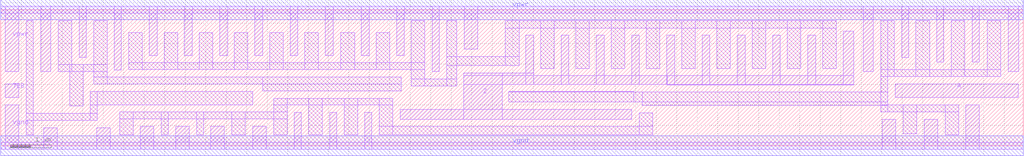
<source format=lef>
VERSION 5.8 ;
BUSBITCHARS "[]" ;
DIVIDERCHAR "/" ;

MACRO scs130lp_a2111o_0
  CLASS CORE ;
  ORIGIN 0 0 ;
  FOREIGN scs130lp_a2111o_0 0 0 ;
  SIZE 3.84 BY 3.33 ;
  SYMMETRY X Y ;
  SITE unit ;
  PIN A1
    DIRECTION INPUT ;
    USE SIGNAL ;
    ANTENNAMODEL OXIDE1 ;
      ANTENNAGATEAREA 0.159 LAYER li ;
    PORT
      LAYER li ;
        RECT 2.915 0.78 3.25 1.84 ;
    END
  END A1
  PIN A2
    DIRECTION INPUT ;
    USE SIGNAL ;
    ANTENNAMODEL OXIDE1 ;
      ANTENNAGATEAREA 0.159 LAYER li ;
    PORT
      LAYER li ;
        RECT 3.42 0.78 3.755 1.845 ;
    END
  END A2
  PIN B1
    DIRECTION INPUT ;
    USE SIGNAL ;
    ANTENNAMODEL OXIDE1 ;
      ANTENNAGATEAREA 0.159 LAYER li ;
    PORT
      LAYER li ;
        RECT 2.04 1.135 2.41 2.27 ;
        RECT 2.04 1.135 2.245 2.54 ;
    END
  END B1
  PIN C1
    DIRECTION INPUT ;
    USE SIGNAL ;
    ANTENNAMODEL OXIDE1 ;
      ANTENNAGATEAREA 0.159 LAYER li ;
    PORT
      LAYER li ;
        RECT 1.545 1.135 1.87 2.94 ;
    END
  END C1
  PIN D1
    DIRECTION INPUT ;
    USE SIGNAL ;
    ANTENNAMODEL OXIDE1 ;
      ANTENNAGATEAREA 0.159 LAYER li ;
    PORT
      LAYER li ;
        RECT 0.98 1.135 1.375 1.875 ;
    END
  END D1
  PIN X
    DIRECTION OUTPUT ;
    USE SIGNAL ;
    ANTENNADIFFAREA 0.2809 LAYER li ;
    PORT
      LAYER li ;
        RECT 0.085 0.28 0.645 0.61 ;
        RECT 0.085 0.28 0.365 3.075 ;
    END
  END X
  PIN vgnd
    DIRECTION INOUT ;
    USE GROUND ;
    PORT
      LAYER met1 ;
        RECT 0 -0.245 3.84 0.245 ;
      LAYER li ;
        RECT 0 -0.085 3.84 0.085 ;
        RECT 3.215 -0.085 3.595 0.61 ;
        RECT 1.68 -0.085 2.32 0.61 ;
        RECT 0.815 -0.085 1.075 0.61 ;
    END
  END vgnd
  PIN vpwr
    DIRECTION INOUT ;
    USE POWER ;
    PORT
      LAYER met1 ;
        RECT 0 3.085 3.84 3.575 ;
      LAYER li ;
        RECT 0 3.245 3.84 3.415 ;
        RECT 2.99 2.37 3.255 3.415 ;
        RECT 0.535 2.405 0.855 3.415 ;
    END
  END vpwr
  PIN vpb
    DIRECTION INOUT ;
    USE POWER ;
  END vpb
  PIN vnb
    DIRECTION INOUT ;
    USE GROUND ;
  END vnb
  OBS
    LAYER li ;
      RECT 3.425 2.02 3.72 3.04 ;
      RECT 2.315 2.71 2.82 3.04 ;
      RECT 2.58 2.02 2.82 3.04 ;
      RECT 2.58 2.02 3.72 2.19 ;
      RECT 1.105 2.055 1.375 3.04 ;
      RECT 0.535 2.055 1.375 2.225 ;
      RECT 0.535 0.795 0.81 2.225 ;
      RECT 0.535 0.795 2.745 0.965 ;
      RECT 2.49 0.28 2.745 0.965 ;
      RECT 1.245 0.28 1.51 0.965 ;
  END
END scs130lp_a2111o_0

MACRO scs130lp_a2111o_1
  CLASS CORE ;
  ORIGIN 0 0 ;
  FOREIGN scs130lp_a2111o_1 0 0 ;
  SIZE 4.32 BY 3.33 ;
  SYMMETRY X Y ;
  SITE unit ;
  PIN A1
    DIRECTION INPUT ;
    USE SIGNAL ;
    ANTENNAMODEL OXIDE1 ;
      ANTENNAGATEAREA 0.315 LAYER li ;
    PORT
      LAYER li ;
        RECT 2.99 1.21 3.695 1.76 ;
    END
  END A1
  PIN A2
    DIRECTION INPUT ;
    USE SIGNAL ;
    ANTENNAMODEL OXIDE1 ;
      ANTENNAGATEAREA 0.315 LAYER li ;
    PORT
      LAYER li ;
        RECT 3.865 1.21 4.235 1.76 ;
    END
  END A2
  PIN B1
    DIRECTION INPUT ;
    USE SIGNAL ;
    ANTENNAMODEL OXIDE1 ;
      ANTENNAGATEAREA 0.315 LAYER li ;
    PORT
      LAYER li ;
        RECT 2.435 1.335 2.82 1.75 ;
    END
  END B1
  PIN C1
    DIRECTION INPUT ;
    USE SIGNAL ;
    ANTENNAMODEL OXIDE1 ;
      ANTENNAGATEAREA 0.315 LAYER li ;
    PORT
      LAYER li ;
        RECT 1.945 1.335 2.265 2.96 ;
    END
  END C1
  PIN D1
    DIRECTION INPUT ;
    USE SIGNAL ;
    ANTENNAMODEL OXIDE1 ;
      ANTENNAGATEAREA 0.315 LAYER li ;
    PORT
      LAYER li ;
        RECT 1.075 1.335 1.775 1.75 ;
    END
  END D1
  PIN X
    DIRECTION OUTPUT ;
    USE SIGNAL ;
    ANTENNADIFFAREA 0.5565 LAYER li ;
    PORT
      LAYER li ;
        RECT 0.085 0.255 0.52 1.775 ;
        RECT 0.085 0.255 0.48 3.075 ;
    END
  END X
  PIN vgnd
    DIRECTION INOUT ;
    USE GROUND ;
    PORT
      LAYER met1 ;
        RECT 0 -0.245 4.32 0.245 ;
      LAYER li ;
        RECT 0 -0.085 4.32 0.085 ;
        RECT 3.7 -0.085 4.03 1.04 ;
        RECT 2.03 -0.085 2.36 0.825 ;
        RECT 0.69 -0.085 1.46 0.825 ;
    END
  END vgnd
  PIN vpwr
    DIRECTION INOUT ;
    USE POWER ;
    PORT
      LAYER met1 ;
        RECT 0 3.085 4.32 3.575 ;
      LAYER li ;
        RECT 0 3.245 4.32 3.415 ;
        RECT 3.3 2.27 3.63 3.415 ;
        RECT 0.65 2.26 0.98 3.415 ;
    END
  END vpwr
  PIN vpb
    DIRECTION INOUT ;
    USE POWER ;
  END vpb
  PIN vnb
    DIRECTION INOUT ;
    USE GROUND ;
  END vnb
  OBS
    LAYER li ;
      RECT 3.8 1.93 4.06 3.075 ;
      RECT 2.53 1.93 3.13 3.075 ;
      RECT 2.53 1.93 4.06 2.1 ;
      RECT 1.17 1.92 1.5 3.075 ;
      RECT 0.69 1.92 1.5 2.09 ;
      RECT 0.69 0.995 0.905 2.09 ;
      RECT 0.69 0.995 2.82 1.165 ;
      RECT 2.53 0.255 3.24 1.04 ;
      RECT 1.63 0.255 1.86 1.165 ;
  END
END scs130lp_a2111o_1

MACRO scs130lp_a2111o_2
  CLASS CORE ;
  ORIGIN 0 0 ;
  FOREIGN scs130lp_a2111o_2 0 0 ;
  SIZE 4.8 BY 3.33 ;
  SYMMETRY X Y ;
  SITE unit ;
  PIN A1
    DIRECTION INPUT ;
    USE SIGNAL ;
    ANTENNAMODEL OXIDE1 ;
      ANTENNAGATEAREA 0.315 LAYER li ;
    PORT
      LAYER li ;
        RECT 3.505 0.3 3.775 1.75 ;
    END
  END A1
  PIN A2
    DIRECTION INPUT ;
    USE SIGNAL ;
    ANTENNAMODEL OXIDE1 ;
      ANTENNAGATEAREA 0.315 LAYER li ;
    PORT
      LAYER li ;
        RECT 3.945 1.21 4.715 1.75 ;
    END
  END A2
  PIN B1
    DIRECTION INPUT ;
    USE SIGNAL ;
    ANTENNAMODEL OXIDE1 ;
      ANTENNAGATEAREA 0.315 LAYER li ;
    PORT
      LAYER li ;
        RECT 2.965 1.345 3.31 1.75 ;
    END
  END B1
  PIN C1
    DIRECTION INPUT ;
    USE SIGNAL ;
    ANTENNAMODEL OXIDE1 ;
      ANTENNAGATEAREA 0.315 LAYER li ;
    PORT
      LAYER li ;
        RECT 2.425 1.345 2.795 2.965 ;
    END
  END C1
  PIN D1
    DIRECTION INPUT ;
    USE SIGNAL ;
    ANTENNAMODEL OXIDE1 ;
      ANTENNAGATEAREA 0.315 LAYER li ;
    PORT
      LAYER li ;
        RECT 1.585 1.345 2.255 1.75 ;
    END
  END D1
  PIN X
    DIRECTION OUTPUT ;
    USE SIGNAL ;
    ANTENNADIFFAREA 0.588 LAYER li ;
    PORT
      LAYER li ;
        RECT 0.625 0.255 0.895 2.1 ;
        RECT 0.625 0.255 0.815 3 ;
    END
  END X
  PIN vgnd
    DIRECTION INOUT ;
    USE GROUND ;
    PORT
      LAYER met1 ;
        RECT 0 -0.245 4.8 0.245 ;
      LAYER li ;
        RECT 0 -0.085 4.8 0.085 ;
        RECT 4.09 -0.085 4.42 1.04 ;
        RECT 2.59 -0.085 2.92 0.815 ;
        RECT 1.065 -0.085 2.01 0.835 ;
        RECT 0.205 -0.085 0.455 1.105 ;
    END
  END vgnd
  PIN vpwr
    DIRECTION INOUT ;
    USE POWER ;
    PORT
      LAYER met1 ;
        RECT 0 3.085 4.8 3.575 ;
      LAYER li ;
        RECT 0 3.245 4.8 3.415 ;
        RECT 3.605 2.27 3.935 3.415 ;
        RECT 0.985 2.27 1.315 3.415 ;
        RECT 0.125 1.815 0.455 3.415 ;
    END
  END vpwr
  PIN vpb
    DIRECTION INOUT ;
    USE POWER ;
  END vpb
  PIN vnb
    DIRECTION INOUT ;
    USE GROUND ;
  END vnb
  OBS
    LAYER li ;
      RECT 4.105 1.93 4.42 3.075 ;
      RECT 3.07 1.93 3.4 3.075 ;
      RECT 3.07 1.93 4.42 2.1 ;
      RECT 1.68 1.92 2.01 3.075 ;
      RECT 1.065 1.92 2.01 2.1 ;
      RECT 1.065 1.005 1.415 2.1 ;
      RECT 1.065 1.005 3.335 1.175 ;
      RECT 3.09 0.255 3.335 1.175 ;
      RECT 2.18 0.255 2.42 1.175 ;
  END
END scs130lp_a2111o_2

MACRO scs130lp_a2111o_4
  CLASS CORE ;
  ORIGIN 0 0 ;
  FOREIGN scs130lp_a2111o_4 0 0 ;
  SIZE 8.16 BY 3.33 ;
  SYMMETRY X Y ;
  SITE unit ;
  PIN A1
    DIRECTION INPUT ;
    USE SIGNAL ;
    ANTENNAMODEL OXIDE1 ;
      ANTENNAGATEAREA 0.63 LAYER li ;
    PORT
      LAYER li ;
        RECT 4.695 1.21 5.17 1.445 ;
    END
  END A1
  PIN A2
    DIRECTION INPUT ;
    USE SIGNAL ;
    ANTENNAMODEL OXIDE1 ;
      ANTENNAGATEAREA 0.63 LAYER li ;
    PORT
      LAYER li ;
        RECT 5.34 1.21 5.85 1.445 ;
    END
  END A2
  PIN B1
    DIRECTION INPUT ;
    USE SIGNAL ;
    ANTENNAMODEL OXIDE1 ;
      ANTENNAGATEAREA 0.63 LAYER li ;
    PORT
      LAYER li ;
        RECT 3.375 1.335 4.165 1.785 ;
        RECT 2.965 1.335 4.165 1.535 ;
    END
  END B1
  PIN C1
    DIRECTION INPUT ;
    USE SIGNAL ;
    ANTENNAMODEL OXIDE1 ;
      ANTENNAGATEAREA 0.63 LAYER li ;
    PORT
      LAYER li ;
        RECT 1.105 1.425 2.795 1.77 ;
    END
  END C1
  PIN D1
    DIRECTION INPUT ;
    USE SIGNAL ;
    ANTENNAMODEL OXIDE1 ;
      ANTENNAGATEAREA 0.63 LAYER li ;
    PORT
      LAYER li ;
        RECT 0.085 1.425 0.535 1.75 ;
    END
  END D1
  PIN X
    DIRECTION OUTPUT ;
    USE SIGNAL ;
    ANTENNADIFFAREA 1.176 LAYER li ;
    PORT
      LAYER li ;
        RECT 6.39 1.745 8.075 1.925 ;
        RECT 7.715 1.065 8.075 1.925 ;
        RECT 6.39 1.065 8.075 1.235 ;
        RECT 7.25 1.745 7.44 3.075 ;
        RECT 7.25 0.255 7.44 1.235 ;
        RECT 6.39 1.745 6.58 3.075 ;
        RECT 6.39 0.255 6.58 1.235 ;
    END
  END X
  PIN vgnd
    DIRECTION INOUT ;
    USE GROUND ;
    PORT
      LAYER met1 ;
        RECT 0 -0.245 8.16 0.245 ;
      LAYER li ;
        RECT 0 -0.085 8.16 0.085 ;
        RECT 7.61 -0.085 7.94 0.895 ;
        RECT 6.75 -0.085 7.08 0.895 ;
        RECT 5.89 -0.085 6.22 1.04 ;
        RECT 5.03 -0.085 5.36 0.59 ;
        RECT 2.575 -0.085 3.51 0.815 ;
        RECT 1.675 -0.085 2.005 0.815 ;
        RECT 0.775 -0.085 1.105 0.885 ;
    END
  END vgnd
  PIN vpwr
    DIRECTION INOUT ;
    USE POWER ;
    PORT
      LAYER met1 ;
        RECT 0 3.085 8.16 3.575 ;
      LAYER li ;
        RECT 0 3.245 8.16 3.415 ;
        RECT 7.61 2.105 7.94 3.415 ;
        RECT 6.75 2.095 7.08 3.415 ;
        RECT 5.89 1.955 6.22 3.415 ;
        RECT 5.03 2.295 5.36 3.415 ;
        RECT 4.04 2.295 4.37 3.415 ;
    END
  END vpwr
  PIN vpb
    DIRECTION INOUT ;
    USE POWER ;
  END vpb
  PIN vnb
    DIRECTION INOUT ;
    USE GROUND ;
  END vnb
  OBS
    LAYER li ;
      RECT 0.705 1.93 1.035 2.735 ;
      RECT 0.705 1.065 0.935 2.735 ;
      RECT 4.345 1.615 6.2 1.785 ;
      RECT 6.02 1.405 6.2 1.785 ;
      RECT 4.345 0.985 4.515 1.785 ;
      RECT 6.02 1.405 7.545 1.575 ;
      RECT 0.345 1.065 1.455 1.235 ;
      RECT 1.275 0.985 4.515 1.155 ;
      RECT 0.345 0.255 0.605 1.235 ;
      RECT 3.68 0.255 3.87 1.155 ;
      RECT 2.175 0.255 2.405 1.155 ;
      RECT 1.275 0.255 1.505 1.155 ;
      RECT 3.68 0.255 4.8 0.465 ;
      RECT 4.685 0.76 5.72 1.04 ;
      RECT 5.53 0.255 5.72 1.04 ;
      RECT 4.04 0.635 4.86 0.815 ;
      RECT 5.53 1.955 5.72 3.075 ;
      RECT 2.515 2.905 3.825 3.075 ;
      RECT 3.495 1.955 3.825 3.075 ;
      RECT 4.54 1.955 4.8 3.025 ;
      RECT 2.515 2.28 2.845 3.075 ;
      RECT 3.495 1.955 5.72 2.125 ;
      RECT 3.015 1.705 3.205 2.735 ;
      RECT 1.565 1.94 1.895 2.735 ;
      RECT 1.565 1.94 3.205 2.11 ;
      RECT 2.965 1.705 3.205 2.11 ;
      RECT 0.275 2.905 2.325 3.075 ;
      RECT 2.065 2.28 2.325 3.075 ;
      RECT 1.205 1.94 1.395 3.075 ;
      RECT 0.275 1.92 0.535 3.075 ;
  END
END scs130lp_a2111o_4

MACRO scs130lp_a2111o_lp
  CLASS CORE ;
  ORIGIN 0 0 ;
  FOREIGN scs130lp_a2111o_lp 0 0 ;
  SIZE 5.28 BY 3.33 ;
  SYMMETRY X Y ;
  SITE unit ;
  PIN A1
    DIRECTION INPUT ;
    USE SIGNAL ;
    ANTENNAMODEL OXIDE1 ;
      ANTENNAGATEAREA 0.313 LAYER li ;
    PORT
      LAYER li ;
        RECT 4.445 1.175 5.155 1.845 ;
    END
  END A1
  PIN A2
    DIRECTION INPUT ;
    USE SIGNAL ;
    ANTENNAMODEL OXIDE1 ;
      ANTENNAGATEAREA 0.313 LAYER li ;
    PORT
      LAYER li ;
        RECT 3.935 1.175 4.265 1.845 ;
    END
  END A2
  PIN B1
    DIRECTION INPUT ;
    USE SIGNAL ;
    ANTENNAMODEL OXIDE1 ;
      ANTENNAGATEAREA 0.376 LAYER li ;
    PORT
      LAYER li ;
        RECT 3.365 1.175 3.715 1.845 ;
    END
  END B1
  PIN C1
    DIRECTION INPUT ;
    USE SIGNAL ;
    ANTENNAMODEL OXIDE1 ;
      ANTENNAGATEAREA 0.376 LAYER li ;
    PORT
      LAYER li ;
        RECT 1.06 1.175 1.39 1.845 ;
    END
  END C1
  PIN D1
    DIRECTION INPUT ;
    USE SIGNAL ;
    ANTENNAMODEL OXIDE1 ;
      ANTENNAGATEAREA 0.376 LAYER li ;
    PORT
      LAYER li ;
        RECT 0.125 0.855 0.53 1.78 ;
    END
  END D1
  PIN X
    DIRECTION OUTPUT ;
    USE SIGNAL ;
    ANTENNADIFFAREA 0.4047 LAYER li ;
    PORT
      LAYER li ;
        RECT 2.235 0.265 2.845 0.645 ;
        RECT 2.235 1.92 2.755 2.18 ;
        RECT 2.235 0.265 2.405 2.18 ;
    END
  END X
  PIN vgnd
    DIRECTION INOUT ;
    USE GROUND ;
    PORT
      LAYER met1 ;
        RECT 0 -0.245 5.28 0.245 ;
      LAYER li ;
        RECT 0 -0.085 5.28 0.085 ;
        RECT 3.885 -0.085 4.215 0.645 ;
        RECT 1.725 -0.085 2.055 0.645 ;
        RECT 0.115 -0.085 0.445 0.675 ;
    END
  END vgnd
  PIN vpwr
    DIRECTION INOUT ;
    USE POWER ;
    PORT
      LAYER met1 ;
        RECT 0 3.085 5.28 3.575 ;
      LAYER li ;
        RECT 0 3.245 5.28 3.415 ;
        RECT 4.2 2.375 4.53 3.415 ;
        RECT 1.835 2.71 2.165 3.415 ;
    END
  END vpwr
  PIN vpb
    DIRECTION INOUT ;
    USE POWER ;
  END vpb
  PIN vnb
    DIRECTION INOUT ;
    USE GROUND ;
  END vnb
  OBS
    LAYER li ;
      RECT 4.805 2.025 5.135 3.065 ;
      RECT 3.67 2.025 4 3.065 ;
      RECT 3.67 2.025 5.135 2.195 ;
      RECT 2.585 0.825 2.915 1.495 ;
      RECT 2.585 0.825 5.035 0.995 ;
      RECT 4.705 0.265 5.035 0.995 ;
      RECT 3.095 0.265 3.425 0.995 ;
      RECT 3.14 2.025 3.47 3.065 ;
      RECT 1.135 2.025 1.465 3.065 ;
      RECT 1.135 2.36 3.47 2.53 ;
      RECT 0.115 2.025 0.445 3.065 ;
      RECT 0.115 2.025 0.88 2.195 ;
      RECT 0.71 0.265 0.88 2.195 ;
      RECT 1.725 0.825 2.055 1.79 ;
      RECT 0.71 0.825 2.055 0.995 ;
      RECT 0.71 0.265 1.265 0.995 ;
  END
END scs130lp_a2111o_lp

MACRO scs130lp_a2111o_m
  CLASS CORE ;
  ORIGIN 0 0 ;
  FOREIGN scs130lp_a2111o_m 0 0 ;
  SIZE 3.36 BY 3.33 ;
  SYMMETRY X Y ;
  SITE unit ;
  PIN A1
    DIRECTION INPUT ;
    USE SIGNAL ;
    ANTENNAMODEL OXIDE1 ;
      ANTENNAGATEAREA 0.126 LAYER li ;
    PORT
      LAYER li ;
        RECT 2.7 2.665 3.205 2.995 ;
        RECT 2.89 2.32 3.205 2.995 ;
    END
  END A1
  PIN A2
    DIRECTION INPUT ;
    USE SIGNAL ;
    ANTENNAMODEL OXIDE1 ;
      ANTENNAGATEAREA 0.126 LAYER li ;
    PORT
      LAYER li ;
        RECT 2.555 0.84 3.205 1.38 ;
    END
  END A2
  PIN B1
    DIRECTION INPUT ;
    USE SIGNAL ;
    ANTENNAMODEL OXIDE1 ;
      ANTENNAGATEAREA 0.126 LAYER li ;
    PORT
      LAYER li ;
        RECT 1.5 2.735 2.17 3.065 ;
        RECT 1.5 2.32 1.765 3.065 ;
    END
  END B1
  PIN C1
    DIRECTION INPUT ;
    USE SIGNAL ;
    ANTENNAMODEL OXIDE1 ;
      ANTENNAGATEAREA 0.126 LAYER li ;
    PORT
      LAYER li ;
        RECT 1 2.32 1.33 2.965 ;
    END
  END C1
  PIN D1
    DIRECTION INPUT ;
    USE SIGNAL ;
    ANTENNAMODEL OXIDE1 ;
      ANTENNAGATEAREA 0.126 LAYER li ;
    PORT
      LAYER li ;
        RECT 0.965 1.095 1.295 1.75 ;
    END
  END D1
  PIN X
    DIRECTION OUTPUT ;
    USE SIGNAL ;
    ANTENNADIFFAREA 0.2226 LAYER li ;
    PORT
      LAYER li ;
        RECT 0.155 2.53 0.39 2.86 ;
        RECT 0.155 0.345 0.39 0.675 ;
        RECT 0.155 0.345 0.325 2.86 ;
    END
  END X
  PIN vgnd
    DIRECTION INOUT ;
    USE GROUND ;
    PORT
      LAYER met1 ;
        RECT 0 -0.245 3.36 0.245 ;
      LAYER li ;
        RECT 0 -0.085 3.36 0.085 ;
        RECT 2.85 -0.085 3.18 0.485 ;
        RECT 1.69 -0.085 1.9 0.545 ;
        RECT 0.57 -0.085 0.9 0.485 ;
    END
  END vgnd
  PIN vpwr
    DIRECTION INOUT ;
    USE POWER ;
    PORT
      LAYER met1 ;
        RECT 0 3.085 3.36 3.575 ;
      LAYER li ;
        RECT 0 3.245 3.36 3.415 ;
        RECT 2.52 1.955 2.71 2.495 ;
        RECT 2.34 2.305 2.53 3.415 ;
        RECT 0.61 2.645 0.82 3.415 ;
    END
  END vpwr
  PIN vpb
    DIRECTION INOUT ;
    USE POWER ;
  END vpb
  PIN vnb
    DIRECTION INOUT ;
    USE GROUND ;
  END vnb
  OBS
    LAYER li ;
      RECT 2.09 1.605 2.3 2.135 ;
      RECT 2.93 1.605 3.26 2.095 ;
      RECT 2.09 1.605 3.26 1.775 ;
      RECT 0.505 1.93 1.645 2.14 ;
      RECT 1.475 0.725 1.645 2.14 ;
      RECT 0.505 1.47 0.675 2.14 ;
      RECT 1.26 0.725 2.33 0.895 ;
      RECT 2.12 0.345 2.33 0.895 ;
      RECT 1.26 0.345 1.47 0.895 ;
  END
END scs130lp_a2111o_m

MACRO scs130lp_a2111oi_0
  CLASS CORE ;
  ORIGIN 0 0 ;
  FOREIGN scs130lp_a2111oi_0 0 0 ;
  SIZE 3.36 BY 3.33 ;
  SYMMETRY X Y ;
  SITE unit ;
  PIN A1
    DIRECTION INPUT ;
    USE SIGNAL ;
    ANTENNAMODEL OXIDE1 ;
      ANTENNAGATEAREA 0.159 LAYER li ;
    PORT
      LAYER li ;
        RECT 2.435 0.78 2.765 1.875 ;
    END
  END A1
  PIN A2
    DIRECTION INPUT ;
    USE SIGNAL ;
    ANTENNAMODEL OXIDE1 ;
      ANTENNAGATEAREA 0.159 LAYER li ;
    PORT
      LAYER li ;
        RECT 2.935 0.84 3.275 2.225 ;
    END
  END A2
  PIN B1
    DIRECTION INPUT ;
    USE SIGNAL ;
    ANTENNAMODEL OXIDE1 ;
      ANTENNAGATEAREA 0.159 LAYER li ;
    PORT
      LAYER li ;
        RECT 1.52 1.19 2.265 1.86 ;
    END
  END B1
  PIN C1
    DIRECTION INPUT ;
    USE SIGNAL ;
    ANTENNAMODEL OXIDE1 ;
      ANTENNAGATEAREA 0.159 LAYER li ;
    PORT
      LAYER li ;
        RECT 0.98 1.19 1.35 2.93 ;
    END
  END C1
  PIN D1
    DIRECTION INPUT ;
    USE SIGNAL ;
    ANTENNAMODEL OXIDE1 ;
      ANTENNAGATEAREA 0.159 LAYER li ;
    PORT
      LAYER li ;
        RECT 0.085 0.78 0.365 2.21 ;
    END
  END D1
  PIN Y
    DIRECTION OUTPUT ;
    USE SIGNAL ;
    ANTENNADIFFAREA 0.424 LAYER li ;
    PORT
      LAYER li ;
        RECT 0.535 0.78 2.265 1.02 ;
        RECT 1.735 0.28 2.265 1.02 ;
        RECT 0.81 0.28 1.065 1.02 ;
        RECT 0.385 2.395 0.705 3.065 ;
        RECT 0.535 0.78 0.705 3.065 ;
    END
  END Y
  PIN vgnd
    DIRECTION INOUT ;
    USE GROUND ;
    PORT
      LAYER met1 ;
        RECT 0 -0.245 3.36 0.245 ;
      LAYER li ;
        RECT 0 -0.085 3.36 0.085 ;
        RECT 2.495 -0.085 2.825 0.61 ;
        RECT 1.235 -0.085 1.56 0.61 ;
        RECT 0.345 -0.085 0.64 0.61 ;
    END
  END vgnd
  PIN vpwr
    DIRECTION INOUT ;
    USE POWER ;
    PORT
      LAYER met1 ;
        RECT 0 3.085 3.36 3.575 ;
      LAYER li ;
        RECT 0 3.245 3.36 3.415 ;
        RECT 2.04 2.405 2.37 3.415 ;
    END
  END vpwr
  PIN vpb
    DIRECTION INOUT ;
    USE POWER ;
  END vpb
  PIN vnb
    DIRECTION INOUT ;
    USE GROUND ;
  END vnb
  OBS
    LAYER li ;
      RECT 2.54 2.395 2.855 3.065 ;
      RECT 1.565 2.045 1.86 3.065 ;
      RECT 2.54 2.045 2.765 3.065 ;
      RECT 1.565 2.045 2.765 2.225 ;
  END
END scs130lp_a2111oi_0

MACRO scs130lp_a2111oi_1
  CLASS CORE ;
  ORIGIN 0 0 ;
  FOREIGN scs130lp_a2111oi_1 0 0 ;
  SIZE 3.36 BY 3.33 ;
  SYMMETRY X Y ;
  SITE unit ;
  PIN A1
    DIRECTION INPUT ;
    USE SIGNAL ;
    ANTENNAMODEL OXIDE1 ;
      ANTENNAGATEAREA 0.315 LAYER li ;
    PORT
      LAYER li ;
        RECT 2.045 1.185 2.725 1.515 ;
    END
  END A1
  PIN A2
    DIRECTION INPUT ;
    USE SIGNAL ;
    ANTENNAMODEL OXIDE1 ;
      ANTENNAGATEAREA 0.315 LAYER li ;
    PORT
      LAYER li ;
        RECT 2.905 1.19 3.27 1.52 ;
    END
  END A2
  PIN B1
    DIRECTION INPUT ;
    USE SIGNAL ;
    ANTENNAMODEL OXIDE1 ;
      ANTENNAGATEAREA 0.315 LAYER li ;
    PORT
      LAYER li ;
        RECT 1.485 1.185 1.875 1.52 ;
    END
  END B1
  PIN C1
    DIRECTION INPUT ;
    USE SIGNAL ;
    ANTENNAMODEL OXIDE1 ;
      ANTENNAGATEAREA 0.315 LAYER li ;
    PORT
      LAYER li ;
        RECT 1.025 1.21 1.315 3.02 ;
    END
  END C1
  PIN D1
    DIRECTION INPUT ;
    USE SIGNAL ;
    ANTENNAMODEL OXIDE1 ;
      ANTENNAGATEAREA 0.315 LAYER li ;
    PORT
      LAYER li ;
        RECT 0.535 1.345 0.855 2.86 ;
    END
  END D1
  PIN Y
    DIRECTION OUTPUT ;
    USE SIGNAL ;
    ANTENNADIFFAREA 1.2894 LAYER li ;
    PORT
      LAYER li ;
        RECT 1.97 0.255 2.725 1.015 ;
        RECT 0.635 0.84 2.725 1.015 ;
        RECT 0.635 0.255 0.965 1.015 ;
        RECT 0.115 0.985 0.855 1.155 ;
        RECT 0.115 0.985 0.365 3.075 ;
    END
  END Y
  PIN vgnd
    DIRECTION INOUT ;
    USE GROUND ;
    PORT
      LAYER met1 ;
        RECT 0 -0.245 3.36 0.245 ;
      LAYER li ;
        RECT 0 -0.085 3.36 0.085 ;
        RECT 2.895 -0.085 3.16 1.015 ;
        RECT 1.135 -0.085 1.8 0.67 ;
        RECT 0.135 -0.085 0.465 0.815 ;
    END
  END vgnd
  PIN vpwr
    DIRECTION INOUT ;
    USE POWER ;
    PORT
      LAYER met1 ;
        RECT 0 3.085 3.36 3.575 ;
      LAYER li ;
        RECT 0 3.245 3.36 3.415 ;
        RECT 2.325 2.105 2.655 3.415 ;
    END
  END vpwr
  PIN vpb
    DIRECTION INOUT ;
    USE POWER ;
  END vpb
  PIN vnb
    DIRECTION INOUT ;
    USE GROUND ;
  END vnb
  OBS
    LAYER li ;
      RECT 2.89 1.755 3.16 3.075 ;
      RECT 1.765 1.755 2.095 3.075 ;
      RECT 1.765 1.755 3.16 1.925 ;
  END
END scs130lp_a2111oi_1

MACRO scs130lp_a2111oi_2
  CLASS CORE ;
  ORIGIN 0 0 ;
  FOREIGN scs130lp_a2111oi_2 0 0 ;
  SIZE 5.76 BY 3.33 ;
  SYMMETRY X Y ;
  SITE unit ;
  PIN A1
    DIRECTION INPUT ;
    USE SIGNAL ;
    ANTENNAMODEL OXIDE1 ;
      ANTENNAGATEAREA 0.63 LAYER li ;
    PORT
      LAYER li ;
        RECT 3.465 1.615 5.155 1.785 ;
        RECT 4.895 1.345 5.155 1.785 ;
        RECT 3.465 1.345 4.185 1.785 ;
    END
  END A1
  PIN A2
    DIRECTION INPUT ;
    USE SIGNAL ;
    ANTENNAMODEL OXIDE1 ;
      ANTENNAGATEAREA 0.63 LAYER li ;
    PORT
      LAYER li ;
        RECT 4.355 1.21 4.725 1.435 ;
    END
  END A2
  PIN B1
    DIRECTION INPUT ;
    USE SIGNAL ;
    ANTENNAMODEL OXIDE1 ;
      ANTENNAGATEAREA 0.63 LAYER li ;
    PORT
      LAYER li ;
        RECT 2.065 1.425 2.855 1.775 ;
    END
  END B1
  PIN C1
    DIRECTION INPUT ;
    USE SIGNAL ;
    ANTENNAMODEL OXIDE1 ;
      ANTENNAGATEAREA 0.63 LAYER li ;
    PORT
      LAYER li ;
        RECT 0.125 1.605 1.895 1.775 ;
        RECT 1.525 1.295 1.895 1.775 ;
        RECT 0.125 1.295 0.455 1.775 ;
    END
  END C1
  PIN D1
    DIRECTION INPUT ;
    USE SIGNAL ;
    ANTENNAMODEL OXIDE1 ;
      ANTENNAGATEAREA 0.63 LAYER li ;
    PORT
      LAYER li ;
        RECT 0.625 1.21 1.355 1.435 ;
    END
  END D1
  PIN Y
    DIRECTION OUTPUT ;
    USE SIGNAL ;
    ANTENNADIFFAREA 1.5414 LAYER li ;
    PORT
      LAYER li ;
        RECT 1 1.955 5.66 2.125 ;
        RECT 5.325 0.255 5.66 2.125 ;
        RECT 5.02 0.255 5.66 1.095 ;
        RECT 1 1.945 3.295 2.125 ;
        RECT 3.025 0.255 3.295 2.125 ;
        RECT 2.065 1.085 3.295 1.255 ;
        RECT 2.965 0.255 3.295 1.255 ;
        RECT 2.065 0.255 2.295 1.255 ;
        RECT 0.12 0.87 2.295 1.04 ;
        RECT 1.965 0.255 2.295 1.04 ;
        RECT 1.05 0.265 1.295 1.04 ;
        RECT 1 1.945 1.265 2.355 ;
        RECT 0.12 0.255 0.38 1.04 ;
    END
  END Y
  PIN vgnd
    DIRECTION INOUT ;
    USE GROUND ;
    PORT
      LAYER met1 ;
        RECT 0 -0.245 5.76 0.245 ;
      LAYER li ;
        RECT 0 -0.085 5.76 0.085 ;
        RECT 4.125 -0.085 4.455 0.7 ;
        RECT 2.465 -0.085 2.795 0.915 ;
        RECT 1.465 -0.085 1.795 0.7 ;
        RECT 0.55 -0.085 0.88 0.7 ;
    END
  END vgnd
  PIN vpwr
    DIRECTION INOUT ;
    USE POWER ;
    PORT
      LAYER met1 ;
        RECT 0 3.085 5.76 3.575 ;
      LAYER li ;
        RECT 0 3.245 5.76 3.415 ;
        RECT 4.57 2.635 4.9 3.415 ;
        RECT 3.69 2.635 4.02 3.415 ;
    END
  END vpwr
  PIN vpb
    DIRECTION INOUT ;
    USE POWER ;
  END vpb
  PIN vnb
    DIRECTION INOUT ;
    USE GROUND ;
  END vnb
  OBS
    LAYER li ;
      RECT 5.07 2.295 5.35 3.075 ;
      RECT 4.19 2.295 4.4 3.075 ;
      RECT 3.26 2.295 3.52 3.075 ;
      RECT 2.335 2.295 3.52 2.645 ;
      RECT 2.335 2.295 5.35 2.465 ;
      RECT 3.53 0.87 4.85 1.04 ;
      RECT 4.625 0.255 4.85 1.04 ;
      RECT 3.53 0.255 3.86 1.04 ;
      RECT 0.12 2.865 3.07 3.075 ;
      RECT 1.87 2.815 3.07 3.075 ;
      RECT 0.12 1.955 0.4 3.075 ;
      RECT 1.87 2.295 2.165 3.075 ;
      RECT 0.57 2.525 1.7 2.695 ;
      RECT 1.45 2.295 1.7 2.695 ;
      RECT 0.57 1.955 0.83 2.695 ;
  END
END scs130lp_a2111oi_2

MACRO scs130lp_a2111oi_4
  CLASS CORE ;
  ORIGIN 0 0 ;
  FOREIGN scs130lp_a2111oi_4 0 0 ;
  SIZE 10.08 BY 3.33 ;
  SYMMETRY X Y ;
  SITE unit ;
  PIN A1
    DIRECTION INPUT ;
    USE SIGNAL ;
    ANTENNAMODEL OXIDE1 ;
      ANTENNAGATEAREA 1.26 LAYER li ;
    PORT
      LAYER li ;
        RECT 5.845 1.21 7.7 1.435 ;
    END
  END A1
  PIN A2
    DIRECTION INPUT ;
    USE SIGNAL ;
    ANTENNAMODEL OXIDE1 ;
      ANTENNAGATEAREA 1.26 LAYER li ;
    PORT
      LAYER li ;
        RECT 7.945 1.375 9.975 1.545 ;
        RECT 7.945 1.375 8.485 1.76 ;
    END
  END A2
  PIN B1
    DIRECTION INPUT ;
    USE SIGNAL ;
    ANTENNAMODEL OXIDE1 ;
      ANTENNAGATEAREA 1.26 LAYER li ;
    PORT
      LAYER li ;
        RECT 3.95 1.425 5.675 1.76 ;
    END
  END B1
  PIN C1
    DIRECTION INPUT ;
    USE SIGNAL ;
    ANTENNAMODEL OXIDE1 ;
      ANTENNAGATEAREA 1.26 LAYER li ;
    PORT
      LAYER li ;
        RECT 2.05 1.425 3.74 1.76 ;
    END
  END C1
  PIN D1
    DIRECTION INPUT ;
    USE SIGNAL ;
    ANTENNAMODEL OXIDE1 ;
      ANTENNAGATEAREA 1.26 LAYER li ;
    PORT
      LAYER li ;
        RECT 0.49 1.21 1.84 1.435 ;
    END
  END D1
  PIN Y
    DIRECTION OUTPUT ;
    USE SIGNAL ;
    ANTENNADIFFAREA 2.5872 LAYER li ;
    PORT
      LAYER li ;
        RECT 4.945 0.87 7.605 1.04 ;
        RECT 7.31 0.595 7.605 1.04 ;
        RECT 6.46 0.595 6.705 1.04 ;
        RECT 4.945 0.255 5.195 1.04 ;
        RECT 2.305 1.085 5.185 1.255 ;
        RECT 4.945 0.255 5.185 1.255 ;
        RECT 4.095 0.255 4.335 1.255 ;
        RECT 3.175 0.255 3.425 1.255 ;
        RECT 2.305 0.87 2.505 1.255 ;
        RECT 2.315 0.255 2.505 1.255 ;
        RECT 0.14 0.87 2.505 1.04 ;
        RECT 1.455 1.705 1.645 2.735 ;
        RECT 1.455 0.255 1.645 1.04 ;
        RECT 0.14 1.705 1.645 1.875 ;
        RECT 0.595 1.705 0.785 2.735 ;
        RECT 0.595 0.255 0.785 1.04 ;
        RECT 0.14 0.87 0.32 1.875 ;
    END
  END Y
  PIN vgnd
    DIRECTION INOUT ;
    USE GROUND ;
    PORT
      LAYER met1 ;
        RECT 0 -0.245 10.08 0.245 ;
      LAYER li ;
        RECT 0 -0.085 10.08 0.085 ;
        RECT 9.09 -0.085 9.42 0.865 ;
        RECT 8.23 -0.085 8.56 0.865 ;
        RECT 5.365 -0.085 5.695 0.69 ;
        RECT 4.505 -0.085 4.775 0.915 ;
        RECT 3.595 -0.085 3.925 0.915 ;
        RECT 2.675 -0.085 3.005 0.915 ;
        RECT 1.815 -0.085 2.145 0.7 ;
        RECT 0.955 -0.085 1.285 0.7 ;
        RECT 0.095 -0.085 0.425 0.7 ;
    END
  END vgnd
  PIN vpwr
    DIRECTION INOUT ;
    USE POWER ;
    PORT
      LAYER met1 ;
        RECT 0 3.085 10.08 3.575 ;
      LAYER li ;
        RECT 0 3.245 10.08 3.415 ;
        RECT 9.015 2.055 9.345 3.415 ;
        RECT 8.065 2.27 8.395 3.415 ;
        RECT 7.065 1.945 7.395 3.415 ;
        RECT 6.205 1.945 6.535 3.415 ;
    END
  END vpwr
  PIN vpb
    DIRECTION INOUT ;
    USE POWER ;
  END vpb
  PIN vnb
    DIRECTION INOUT ;
    USE GROUND ;
  END vnb
  OBS
    LAYER li ;
      RECT 7.87 1.035 9.85 1.205 ;
      RECT 9.59 0.255 9.85 1.205 ;
      RECT 8.73 0.255 8.92 1.205 ;
      RECT 7.87 0.255 8.06 1.205 ;
      RECT 6.875 0.255 7.14 0.7 ;
      RECT 5.965 0.255 6.29 0.7 ;
      RECT 5.965 0.255 8.06 0.425 ;
      RECT 9.515 1.715 9.775 3.075 ;
      RECT 8.565 1.93 8.845 3.075 ;
      RECT 8.655 1.715 8.845 3.075 ;
      RECT 7.565 1.93 7.895 3.075 ;
      RECT 6.705 1.605 6.895 3.075 ;
      RECT 4.055 2.905 6.035 3.075 ;
      RECT 5.845 1.605 6.035 3.075 ;
      RECT 4.955 2.305 5.175 3.075 ;
      RECT 4.055 2.27 4.385 3.075 ;
      RECT 7.565 1.93 8.845 2.1 ;
      RECT 7.565 1.605 7.775 3.075 ;
      RECT 8.655 1.715 9.775 1.885 ;
      RECT 5.845 1.605 7.775 1.775 ;
      RECT 5.345 1.93 5.675 2.735 ;
      RECT 4.555 1.93 4.785 2.735 ;
      RECT 3.175 1.93 3.365 2.735 ;
      RECT 2.315 1.93 2.505 2.735 ;
      RECT 4.555 1.93 5.675 2.12 ;
      RECT 2.315 1.93 5.675 2.1 ;
      RECT 0.095 2.905 3.865 3.075 ;
      RECT 3.535 2.27 3.865 3.075 ;
      RECT 2.675 2.27 3.005 3.075 ;
      RECT 1.815 1.93 2.145 3.075 ;
      RECT 0.955 2.045 1.285 3.075 ;
      RECT 0.095 2.045 0.425 3.075 ;
  END
END scs130lp_a2111oi_4

MACRO scs130lp_a2111oi_lp
  CLASS CORE ;
  ORIGIN 0 0 ;
  FOREIGN scs130lp_a2111oi_lp 0 0 ;
  SIZE 4.32 BY 3.33 ;
  SYMMETRY X Y ;
  SITE unit ;
  PIN A1
    DIRECTION INPUT ;
    USE SIGNAL ;
    ANTENNAMODEL OXIDE1 ;
      ANTENNAGATEAREA 0.313 LAYER li ;
    PORT
      LAYER li ;
        RECT 0.125 1.175 0.835 1.845 ;
    END
  END A1
  PIN A2
    DIRECTION INPUT ;
    USE SIGNAL ;
    ANTENNAMODEL OXIDE1 ;
      ANTENNAGATEAREA 0.313 LAYER li ;
    PORT
      LAYER li ;
        RECT 1.015 1.175 1.795 1.845 ;
    END
  END A2
  PIN B1
    DIRECTION INPUT ;
    USE SIGNAL ;
    ANTENNAMODEL OXIDE1 ;
      ANTENNAGATEAREA 0.376 LAYER li ;
    PORT
      LAYER li ;
        RECT 2.045 1.175 2.755 1.845 ;
    END
  END B1
  PIN C1
    DIRECTION INPUT ;
    USE SIGNAL ;
    ANTENNAMODEL OXIDE1 ;
      ANTENNAGATEAREA 0.376 LAYER li ;
    PORT
      LAYER li ;
        RECT 2.935 1.18 3.265 2.89 ;
    END
  END C1
  PIN D1
    DIRECTION INPUT ;
    USE SIGNAL ;
    ANTENNAMODEL OXIDE1 ;
      ANTENNAGATEAREA 0.376 LAYER li ;
    PORT
      LAYER li ;
        RECT 3.485 1.175 3.835 1.845 ;
    END
  END D1
  PIN Y
    DIRECTION OUTPUT ;
    USE SIGNAL ;
    ANTENNADIFFAREA 0.6357 LAYER li ;
    PORT
      LAYER li ;
        RECT 3.73 2.025 4.185 3.065 ;
        RECT 4.015 0.825 4.185 3.065 ;
        RECT 0.17 0.825 4.185 0.995 ;
        RECT 3.005 0.265 3.43 0.995 ;
        RECT 1.78 0.265 2.11 0.995 ;
        RECT 0.17 0.265 0.5 0.995 ;
    END
  END Y
  PIN vgnd
    DIRECTION INOUT ;
    USE GROUND ;
    PORT
      LAYER met1 ;
        RECT 0 -0.245 4.32 0.245 ;
      LAYER li ;
        RECT 0 -0.085 4.32 0.085 ;
        RECT 3.89 -0.085 4.22 0.645 ;
        RECT 2.31 -0.085 2.64 0.645 ;
        RECT 0.99 -0.085 1.32 0.645 ;
    END
  END vgnd
  PIN vpwr
    DIRECTION INOUT ;
    USE POWER ;
    PORT
      LAYER met1 ;
        RECT 0 3.085 4.32 3.575 ;
      LAYER li ;
        RECT 0 3.245 4.32 3.415 ;
        RECT 1.16 2.375 1.49 3.415 ;
        RECT 0.1 2.025 0.43 3.415 ;
    END
  END vpwr
  PIN vpb
    DIRECTION INOUT ;
    USE POWER ;
  END vpb
  PIN vnb
    DIRECTION INOUT ;
    USE GROUND ;
  END vnb
  OBS
    LAYER li ;
      RECT 2.14 2.025 2.47 3.065 ;
      RECT 0.63 2.025 0.96 3.065 ;
      RECT 0.63 2.025 2.47 2.195 ;
  END
END scs130lp_a2111oi_lp

MACRO scs130lp_a2111oi_m
  CLASS CORE ;
  ORIGIN 0 0 ;
  FOREIGN scs130lp_a2111oi_m 0 0 ;
  SIZE 3.36 BY 3.33 ;
  SYMMETRY X Y ;
  SITE unit ;
  PIN A1
    DIRECTION INPUT ;
    USE SIGNAL ;
    ANTENNAMODEL OXIDE1 ;
      ANTENNAGATEAREA 0.126 LAYER li ;
    PORT
      LAYER li ;
        RECT 2.075 1.21 2.315 2.195 ;
    END
  END A1
  PIN A2
    DIRECTION INPUT ;
    USE SIGNAL ;
    ANTENNAMODEL OXIDE1 ;
      ANTENNAGATEAREA 0.126 LAYER li ;
    PORT
      LAYER li ;
        RECT 3 0.47 3.205 2.12 ;
    END
  END A2
  PIN B1
    DIRECTION INPUT ;
    USE SIGNAL ;
    ANTENNAMODEL OXIDE1 ;
      ANTENNAGATEAREA 0.126 LAYER li ;
    PORT
      LAYER li ;
        RECT 1.595 1.21 1.775 2.12 ;
    END
  END B1
  PIN C1
    DIRECTION INPUT ;
    USE SIGNAL ;
    ANTENNAMODEL OXIDE1 ;
      ANTENNAGATEAREA 0.126 LAYER li ;
    PORT
      LAYER li ;
        RECT 0.985 0.975 1.315 2.12 ;
    END
  END C1
  PIN D1
    DIRECTION INPUT ;
    USE SIGNAL ;
    ANTENNAMODEL OXIDE1 ;
      ANTENNAGATEAREA 0.126 LAYER li ;
    PORT
      LAYER li ;
        RECT 0.525 1.21 0.805 2.86 ;
    END
  END D1
  PIN Y
    DIRECTION OUTPUT ;
    USE SIGNAL ;
    ANTENNADIFFAREA 0.441 LAYER li ;
    PORT
      LAYER li ;
        RECT 1.82 0.345 2.03 0.795 ;
        RECT 0.635 0.625 2.03 0.795 ;
        RECT 0.635 0.345 1.02 0.795 ;
        RECT 0.155 0.725 0.805 0.895 ;
        RECT 0.155 0.725 0.345 2.975 ;
    END
  END Y
  PIN vgnd
    DIRECTION INOUT ;
    USE GROUND ;
    PORT
      LAYER met1 ;
        RECT 0 -0.245 3.36 0.245 ;
      LAYER li ;
        RECT 0 -0.085 3.36 0.085 ;
        RECT 2.61 -0.085 2.82 0.545 ;
        RECT 1.2 -0.085 1.53 0.445 ;
        RECT 0.265 -0.085 0.455 0.545 ;
    END
  END vgnd
  PIN vpwr
    DIRECTION INOUT ;
    USE POWER ;
    PORT
      LAYER met1 ;
        RECT 0 3.085 3.36 3.575 ;
      LAYER li ;
        RECT 0 3.245 3.36 3.415 ;
        RECT 1.92 2.835 2.25 3.415 ;
    END
  END vpwr
  PIN vpb
    DIRECTION INOUT ;
    USE POWER ;
  END vpb
  PIN vnb
    DIRECTION INOUT ;
    USE GROUND ;
  END vnb
  OBS
    LAYER li ;
      RECT 1.53 2.485 1.74 2.975 ;
      RECT 2.55 2.485 2.88 2.915 ;
      RECT 1.53 2.485 2.88 2.655 ;
  END
END scs130lp_a2111oi_m

MACRO scs130lp_a211o_0
  CLASS CORE ;
  ORIGIN 0 0 ;
  FOREIGN scs130lp_a211o_0 0 0 ;
  SIZE 3.36 BY 3.33 ;
  SYMMETRY X Y ;
  SITE unit ;
  PIN A1
    DIRECTION INPUT ;
    USE SIGNAL ;
    ANTENNAMODEL OXIDE1 ;
      ANTENNAGATEAREA 0.159 LAYER li ;
    PORT
      LAYER li ;
        RECT 1.53 1.2 1.835 1.89 ;
    END
  END A1
  PIN A2
    DIRECTION INPUT ;
    USE SIGNAL ;
    ANTENNAMODEL OXIDE1 ;
      ANTENNAGATEAREA 0.159 LAYER li ;
    PORT
      LAYER li ;
        RECT 0.995 1.2 1.345 1.88 ;
    END
  END A2
  PIN B1
    DIRECTION INPUT ;
    USE SIGNAL ;
    ANTENNAMODEL OXIDE1 ;
      ANTENNAGATEAREA 0.159 LAYER li ;
    PORT
      LAYER li ;
        RECT 2.005 1.2 2.365 1.88 ;
    END
  END B1
  PIN C1
    DIRECTION INPUT ;
    USE SIGNAL ;
    ANTENNAMODEL OXIDE1 ;
      ANTENNAGATEAREA 0.159 LAYER li ;
    PORT
      LAYER li ;
        RECT 2.875 1.2 3.275 2.195 ;
    END
  END C1
  PIN X
    DIRECTION OUTPUT ;
    USE SIGNAL ;
    ANTENNADIFFAREA 0.2809 LAYER li ;
    PORT
      LAYER li ;
        RECT 0.095 0.345 0.39 0.675 ;
        RECT 0.095 2.18 0.385 2.935 ;
        RECT 0.095 0.345 0.335 2.935 ;
    END
  END X
  PIN vgnd
    DIRECTION INOUT ;
    USE GROUND ;
    PORT
      LAYER met1 ;
        RECT 0 -0.245 3.36 0.245 ;
      LAYER li ;
        RECT 0 -0.085 3.36 0.085 ;
        RECT 2.13 -0.085 2.72 0.675 ;
        RECT 0.56 -0.085 1.2 0.675 ;
    END
  END vgnd
  PIN vpwr
    DIRECTION INOUT ;
    USE POWER ;
    PORT
      LAYER met1 ;
        RECT 0 3.085 3.36 3.575 ;
      LAYER li ;
        RECT 0 3.245 3.36 3.415 ;
        RECT 1.55 2.4 1.84 3.415 ;
        RECT 0.555 2.18 0.855 3.415 ;
    END
  END vpwr
  PIN vpb
    DIRECTION INOUT ;
    USE POWER ;
  END vpb
  PIN vnb
    DIRECTION INOUT ;
    USE GROUND ;
  END vnb
  OBS
    LAYER li ;
      RECT 2.615 2.39 3.1 3.06 ;
      RECT 2.535 0.86 2.705 2.56 ;
      RECT 0.505 0.86 0.755 1.53 ;
      RECT 0.505 0.86 3.19 1.03 ;
      RECT 2.89 0.345 3.19 1.03 ;
      RECT 1.66 0.345 1.96 1.03 ;
      RECT 2.01 2.06 2.275 3.075 ;
      RECT 1.08 2.06 1.38 3.07 ;
      RECT 1.08 2.06 2.275 2.23 ;
  END
END scs130lp_a211o_0

MACRO scs130lp_a211o_1
  CLASS CORE ;
  ORIGIN 0 0 ;
  FOREIGN scs130lp_a211o_1 0 0 ;
  SIZE 3.36 BY 3.33 ;
  SYMMETRY X Y ;
  SITE unit ;
  PIN A1
    DIRECTION INPUT ;
    USE SIGNAL ;
    ANTENNAMODEL OXIDE1 ;
      ANTENNAGATEAREA 0.315 LAYER li ;
    PORT
      LAYER li ;
        RECT 1.56 1.21 2.04 1.525 ;
    END
  END A1
  PIN A2
    DIRECTION INPUT ;
    USE SIGNAL ;
    ANTENNAMODEL OXIDE1 ;
      ANTENNAGATEAREA 0.315 LAYER li ;
    PORT
      LAYER li ;
        RECT 1.085 1.195 1.39 1.525 ;
    END
  END A2
  PIN B1
    DIRECTION INPUT ;
    USE SIGNAL ;
    ANTENNAMODEL OXIDE1 ;
      ANTENNAGATEAREA 0.315 LAYER li ;
    PORT
      LAYER li ;
        RECT 2.25 1.21 2.735 1.525 ;
    END
  END B1
  PIN C1
    DIRECTION INPUT ;
    USE SIGNAL ;
    ANTENNAMODEL OXIDE1 ;
      ANTENNAGATEAREA 0.315 LAYER li ;
    PORT
      LAYER li ;
        RECT 2.905 1.21 3.235 1.525 ;
    END
  END C1
  PIN X
    DIRECTION OUTPUT ;
    USE SIGNAL ;
    ANTENNADIFFAREA 0.5565 LAYER li ;
    PORT
      LAYER li ;
        RECT 0.095 0.255 0.405 3.075 ;
    END
  END X
  PIN vgnd
    DIRECTION INOUT ;
    USE GROUND ;
    PORT
      LAYER met1 ;
        RECT 0 -0.245 3.36 0.245 ;
      LAYER li ;
        RECT 0 -0.085 3.36 0.085 ;
        RECT 2.445 -0.085 2.775 0.685 ;
        RECT 0.575 -0.085 1.345 0.685 ;
    END
  END vgnd
  PIN vpwr
    DIRECTION INOUT ;
    USE POWER ;
    PORT
      LAYER met1 ;
        RECT 0 3.085 3.36 3.575 ;
      LAYER li ;
        RECT 0 3.245 3.36 3.415 ;
        RECT 1.515 2.375 1.845 3.415 ;
        RECT 0.575 2.045 0.855 3.415 ;
    END
  END vpwr
  PIN vpb
    DIRECTION INOUT ;
    USE POWER ;
  END vpb
  PIN vnb
    DIRECTION INOUT ;
    USE GROUND ;
  END vnb
  OBS
    LAYER li ;
      RECT 2.915 1.695 3.245 3.075 ;
      RECT 0.585 1.695 3.245 1.865 ;
      RECT 0.585 0.855 0.915 1.865 ;
      RECT 0.585 0.855 3.245 1.025 ;
      RECT 2.945 0.255 3.245 1.025 ;
      RECT 1.905 0.255 2.235 1.025 ;
      RECT 2.03 2.035 2.36 3.075 ;
      RECT 1.045 2.035 1.345 3.075 ;
      RECT 1.045 2.035 2.36 2.205 ;
  END
END scs130lp_a211o_1

MACRO scs130lp_a211o_2
  CLASS CORE ;
  ORIGIN 0 0 ;
  FOREIGN scs130lp_a211o_2 0 0 ;
  SIZE 3.84 BY 3.33 ;
  SYMMETRY X Y ;
  SITE unit ;
  PIN A1
    DIRECTION INPUT ;
    USE SIGNAL ;
    ANTENNAMODEL OXIDE1 ;
      ANTENNAGATEAREA 0.315 LAYER li ;
    PORT
      LAYER li ;
        RECT 2.015 1.195 2.47 1.515 ;
    END
  END A1
  PIN A2
    DIRECTION INPUT ;
    USE SIGNAL ;
    ANTENNAMODEL OXIDE1 ;
      ANTENNAGATEAREA 0.315 LAYER li ;
    PORT
      LAYER li ;
        RECT 1.585 1.195 1.845 1.525 ;
    END
  END A2
  PIN B1
    DIRECTION INPUT ;
    USE SIGNAL ;
    ANTENNAMODEL OXIDE1 ;
      ANTENNAGATEAREA 0.315 LAYER li ;
    PORT
      LAYER li ;
        RECT 2.68 1.195 3.215 1.515 ;
    END
  END B1
  PIN C1
    DIRECTION INPUT ;
    USE SIGNAL ;
    ANTENNAMODEL OXIDE1 ;
      ANTENNAGATEAREA 0.315 LAYER li ;
    PORT
      LAYER li ;
        RECT 3.385 1.195 3.755 1.515 ;
    END
  END C1
  PIN X
    DIRECTION OUTPUT ;
    USE SIGNAL ;
    ANTENNADIFFAREA 0.588 LAYER li ;
    PORT
      LAYER li ;
        RECT 0.555 0.255 0.825 3.075 ;
    END
  END X
  PIN vgnd
    DIRECTION INOUT ;
    USE GROUND ;
    PORT
      LAYER met1 ;
        RECT 0 -0.245 3.84 0.245 ;
      LAYER li ;
        RECT 0 -0.085 3.84 0.085 ;
        RECT 2.915 -0.085 3.245 0.685 ;
        RECT 0.995 -0.085 1.805 0.685 ;
        RECT 0.095 -0.085 0.385 1.095 ;
    END
  END vgnd
  PIN vpwr
    DIRECTION INOUT ;
    USE POWER ;
    PORT
      LAYER met1 ;
        RECT 0 3.085 3.84 3.575 ;
      LAYER li ;
        RECT 0 3.245 3.84 3.415 ;
        RECT 1.96 2.395 2.29 3.415 ;
        RECT 1 2.045 1.285 3.415 ;
        RECT 0.095 1.815 0.385 3.415 ;
    END
  END vpwr
  PIN vpb
    DIRECTION INOUT ;
    USE POWER ;
  END vpb
  PIN vnb
    DIRECTION INOUT ;
    USE GROUND ;
  END vnb
  OBS
    LAYER li ;
      RECT 3.345 1.695 3.675 3.075 ;
      RECT 1.245 1.695 3.675 1.875 ;
      RECT 1.245 0.855 1.415 1.875 ;
      RECT 1 1.345 1.415 1.675 ;
      RECT 1.245 0.855 3.675 1.025 ;
      RECT 3.415 0.255 3.675 1.025 ;
      RECT 2.365 0.255 2.695 1.025 ;
      RECT 1.475 2.045 1.79 3.075 ;
      RECT 2.46 2.045 2.79 3.065 ;
      RECT 1.475 2.045 2.79 2.225 ;
  END
END scs130lp_a211o_2

MACRO scs130lp_a211o_4
  CLASS CORE ;
  ORIGIN 0 0 ;
  FOREIGN scs130lp_a211o_4 0 0 ;
  SIZE 6.72 BY 3.33 ;
  SYMMETRY X Y ;
  SITE unit ;
  PIN A1
    DIRECTION INPUT ;
    USE SIGNAL ;
    ANTENNAMODEL OXIDE1 ;
      ANTENNAGATEAREA 0.63 LAYER li ;
    PORT
      LAYER li ;
        RECT 5.31 1.425 5.64 1.78 ;
    END
  END A1
  PIN A2
    DIRECTION INPUT ;
    USE SIGNAL ;
    ANTENNAMODEL OXIDE1 ;
      ANTENNAGATEAREA 0.63 LAYER li ;
    PORT
      LAYER li ;
        RECT 5.915 1.345 6.5 1.645 ;
        RECT 4.9 1.95 6.125 2.12 ;
        RECT 5.915 1.345 6.125 2.12 ;
        RECT 4.9 1.425 5.1 2.12 ;
        RECT 4.77 1.425 5.1 1.82 ;
    END
  END A2
  PIN B1
    DIRECTION INPUT ;
    USE SIGNAL ;
    ANTENNAMODEL OXIDE1 ;
      ANTENNAGATEAREA 0.63 LAYER li ;
    PORT
      LAYER li ;
        RECT 2.815 1.695 4.45 1.865 ;
        RECT 4.12 1.415 4.45 1.865 ;
        RECT 2.815 1.345 3.205 1.865 ;
    END
  END B1
  PIN C1
    DIRECTION INPUT ;
    USE SIGNAL ;
    ANTENNAMODEL OXIDE1 ;
      ANTENNAGATEAREA 0.63 LAYER li ;
    PORT
      LAYER li ;
        RECT 3.375 1.185 3.71 1.515 ;
    END
  END C1
  PIN X
    DIRECTION OUTPUT ;
    USE SIGNAL ;
    ANTENNADIFFAREA 1.1886 LAYER li ;
    PORT
      LAYER li ;
        RECT 0.09 1.055 2.305 1.225 ;
        RECT 2.125 0.255 2.305 1.225 ;
        RECT 1.265 1.045 2.305 1.225 ;
        RECT 1.57 1.755 1.76 3.075 ;
        RECT 0.09 1.755 1.76 1.925 ;
        RECT 1.265 0.255 1.455 1.225 ;
        RECT 0.71 1.755 0.9 3.075 ;
        RECT 0.09 0.39 0.405 1.225 ;
        RECT 0.09 0.39 0.345 1.925 ;
    END
  END X
  PIN vgnd
    DIRECTION INOUT ;
    USE GROUND ;
    PORT
      LAYER met1 ;
        RECT 0 -0.245 6.72 0.245 ;
      LAYER li ;
        RECT 0 -0.085 6.72 0.085 ;
        RECT 6.365 -0.085 6.625 1.095 ;
        RECT 4.28 -0.085 4.835 0.885 ;
        RECT 3.375 -0.085 3.705 0.675 ;
        RECT 2.5 -0.085 2.83 0.805 ;
        RECT 1.625 -0.085 1.955 0.875 ;
        RECT 0.765 -0.085 1.095 0.885 ;
    END
  END vgnd
  PIN vpwr
    DIRECTION INOUT ;
    USE POWER ;
    PORT
      LAYER met1 ;
        RECT 0 3.085 6.72 3.575 ;
      LAYER li ;
        RECT 0 3.245 6.72 3.415 ;
        RECT 5.865 2.63 6.195 3.415 ;
        RECT 4.895 2.63 5.225 3.415 ;
        RECT 1.93 1.815 2.26 3.415 ;
        RECT 1.07 2.105 1.4 3.415 ;
        RECT 0.21 2.095 0.54 3.415 ;
    END
  END vpwr
  PIN vpb
    DIRECTION INOUT ;
    USE POWER ;
  END vpb
  PIN vnb
    DIRECTION INOUT ;
    USE GROUND ;
  END vnb
  OBS
    LAYER li ;
      RECT 6.365 1.815 6.625 3.075 ;
      RECT 5.435 2.29 5.695 3.075 ;
      RECT 4.385 2.035 4.725 3.075 ;
      RECT 2.595 2.375 2.855 3.075 ;
      RECT 2.595 2.425 4.725 2.595 ;
      RECT 6.295 1.815 6.625 2.46 ;
      RECT 4.355 2.29 6.625 2.46 ;
      RECT 2.595 2.375 2.925 2.595 ;
      RECT 4.355 2.035 4.73 2.46 ;
      RECT 5.865 0.255 6.195 1.095 ;
      RECT 5.005 0.255 5.335 0.895 ;
      RECT 5.005 0.255 6.195 0.425 ;
      RECT 3.455 2.035 3.785 2.255 ;
      RECT 2.475 2.035 3.785 2.205 ;
      RECT 2.475 0.985 2.645 2.205 ;
      RECT 0.515 1.395 2.645 1.585 ;
      RECT 3.885 1.065 5.695 1.235 ;
      RECT 5.505 0.595 5.695 1.235 ;
      RECT 2.475 0.985 3.205 1.155 ;
      RECT 3 0.255 3.205 1.155 ;
      RECT 3.885 0.255 4.11 1.235 ;
      RECT 3.875 0.255 4.11 1.015 ;
      RECT 3 0.845 4.11 1.015 ;
      RECT 3.025 2.765 4.215 3.055 ;
  END
END scs130lp_a211o_4

MACRO scs130lp_a211o_lp
  CLASS CORE ;
  ORIGIN 0 0 ;
  FOREIGN scs130lp_a211o_lp 0 0 ;
  SIZE 3.84 BY 3.33 ;
  SYMMETRY X Y ;
  SITE unit ;
  PIN A1
    DIRECTION INPUT ;
    USE SIGNAL ;
    ANTENNAMODEL OXIDE1 ;
      ANTENNAGATEAREA 0.313 LAYER li ;
    PORT
      LAYER li ;
        RECT 0.125 0.955 0.485 1.78 ;
    END
  END A1
  PIN A2
    DIRECTION INPUT ;
    USE SIGNAL ;
    ANTENNAMODEL OXIDE1 ;
      ANTENNAGATEAREA 0.313 LAYER li ;
    PORT
      LAYER li ;
        RECT 0.93 1.17 1.315 1.84 ;
    END
  END A2
  PIN B1
    DIRECTION INPUT ;
    USE SIGNAL ;
    ANTENNAMODEL OXIDE1 ;
      ANTENNAGATEAREA 0.376 LAYER li ;
    PORT
      LAYER li ;
        RECT 1.5 1.17 1.83 1.84 ;
    END
  END B1
  PIN C1
    DIRECTION INPUT ;
    USE SIGNAL ;
    ANTENNAMODEL OXIDE1 ;
      ANTENNAGATEAREA 0.376 LAYER li ;
    PORT
      LAYER li ;
        RECT 2.045 1.17 2.4 1.84 ;
    END
  END C1
  PIN X
    DIRECTION OUTPUT ;
    USE SIGNAL ;
    ANTENNADIFFAREA 0.4047 LAYER li ;
    PORT
      LAYER li ;
        RECT 3.385 0.265 3.715 3.065 ;
    END
  END X
  PIN vgnd
    DIRECTION INOUT ;
    USE GROUND ;
    PORT
      LAYER met1 ;
        RECT 0 -0.245 3.84 0.245 ;
      LAYER li ;
        RECT 0 -0.085 3.84 0.085 ;
        RECT 2.595 -0.085 2.925 0.64 ;
        RECT 1.015 -0.085 1.345 0.64 ;
    END
  END vgnd
  PIN vpwr
    DIRECTION INOUT ;
    USE POWER ;
    PORT
      LAYER met1 ;
        RECT 0 3.085 3.84 3.575 ;
      LAYER li ;
        RECT 0 3.245 3.84 3.415 ;
        RECT 2.855 2.37 3.185 3.415 ;
        RECT 0.655 2.37 0.985 3.415 ;
    END
  END vpwr
  PIN vpb
    DIRECTION INOUT ;
    USE POWER ;
  END vpb
  PIN vnb
    DIRECTION INOUT ;
    USE GROUND ;
  END vnb
  OBS
    LAYER li ;
      RECT 2.295 2.02 2.625 3.065 ;
      RECT 2.295 2.02 3.045 2.19 ;
      RECT 2.875 0.82 3.045 2.19 ;
      RECT 2.875 0.82 3.205 1.49 ;
      RECT 0.665 0.82 3.205 0.99 ;
      RECT 1.805 0.265 2.135 0.99 ;
      RECT 0.665 0.555 0.835 0.99 ;
      RECT 0.195 0.555 0.835 0.725 ;
      RECT 0.195 0.265 0.525 0.725 ;
      RECT 1.235 2.02 1.565 3.065 ;
      RECT 0.125 2.02 0.455 3.065 ;
      RECT 0.125 2.02 1.565 2.19 ;
  END
END scs130lp_a211o_lp

MACRO scs130lp_a211o_m
  CLASS CORE ;
  ORIGIN 0 0 ;
  FOREIGN scs130lp_a211o_m 0 0 ;
  SIZE 3.36 BY 3.33 ;
  SYMMETRY X Y ;
  SITE unit ;
  PIN A1
    DIRECTION INPUT ;
    USE SIGNAL ;
    ANTENNAMODEL OXIDE1 ;
      ANTENNAGATEAREA 0.126 LAYER li ;
    PORT
      LAYER li ;
        RECT 1.115 0.265 1.285 1.01 ;
        RECT 0.92 0.265 1.285 0.435 ;
    END
  END A1
  PIN A2
    DIRECTION INPUT ;
    USE SIGNAL ;
    ANTENNAMODEL OXIDE1 ;
      ANTENNAGATEAREA 0.126 LAYER li ;
    PORT
      LAYER li ;
        RECT 1.33 1.21 1.765 1.585 ;
    END
  END A2
  PIN B1
    DIRECTION INPUT ;
    USE SIGNAL ;
    ANTENNAMODEL OXIDE1 ;
      ANTENNAGATEAREA 0.126 LAYER li ;
    PORT
      LAYER li ;
        RECT 1.595 0.265 2.43 0.595 ;
        RECT 1.595 0.265 2.245 0.64 ;
    END
  END B1
  PIN C1
    DIRECTION INPUT ;
    USE SIGNAL ;
    ANTENNAMODEL OXIDE1 ;
      ANTENNAGATEAREA 0.126 LAYER li ;
    PORT
      LAYER li ;
        RECT 2.76 1.535 3.205 1.75 ;
    END
  END C1
  PIN X
    DIRECTION OUTPUT ;
    USE SIGNAL ;
    ANTENNADIFFAREA 0.2226 LAYER li ;
    PORT
      LAYER li ;
        RECT 0.155 0.47 0.39 2.985 ;
    END
  END X
  PIN vgnd
    DIRECTION INOUT ;
    USE GROUND ;
    PORT
      LAYER met1 ;
        RECT 0 -0.245 3.36 0.245 ;
      LAYER li ;
        RECT 0 -0.085 3.36 0.085 ;
        RECT 2.455 0.775 2.785 0.985 ;
        RECT 2.615 -0.085 2.785 0.985 ;
        RECT 0.57 0.765 0.9 0.975 ;
        RECT 0.57 -0.085 0.74 0.975 ;
    END
  END vgnd
  PIN vpwr
    DIRECTION INOUT ;
    USE POWER ;
    PORT
      LAYER met1 ;
        RECT 0 3.085 3.36 3.575 ;
      LAYER li ;
        RECT 0 3.245 3.36 3.415 ;
        RECT 1.515 2.115 1.845 3.415 ;
        RECT 0.595 2.785 0.805 3.415 ;
    END
  END vpwr
  PIN vpb
    DIRECTION INOUT ;
    USE POWER ;
  END vpb
  PIN vnb
    DIRECTION INOUT ;
    USE GROUND ;
  END vnb
  OBS
    LAYER li ;
      RECT 2.025 2.735 2.565 3.065 ;
      RECT 2.395 1.165 2.565 3.065 ;
      RECT 2.395 1.93 3.005 2.26 ;
      RECT 1.945 1.165 3.155 1.335 ;
      RECT 2.965 0.835 3.155 1.335 ;
      RECT 1.945 0.915 2.275 1.335 ;
      RECT 2.025 1.765 2.215 2.255 ;
      RECT 1.145 1.765 1.335 2.255 ;
      RECT 1.145 1.765 2.215 1.935 ;
  END
END scs130lp_a211o_m

MACRO scs130lp_a211oi_0
  CLASS CORE ;
  ORIGIN 0 0 ;
  FOREIGN scs130lp_a211oi_0 0 0 ;
  SIZE 2.88 BY 3.33 ;
  SYMMETRY X Y ;
  SITE unit ;
  PIN A1
    DIRECTION INPUT ;
    USE SIGNAL ;
    ANTENNAMODEL OXIDE1 ;
      ANTENNAGATEAREA 0.159 LAYER li ;
    PORT
      LAYER li ;
        RECT 0.595 0.78 0.98 1.875 ;
    END
  END A1
  PIN A2
    DIRECTION INPUT ;
    USE SIGNAL ;
    ANTENNAMODEL OXIDE1 ;
      ANTENNAGATEAREA 0.159 LAYER li ;
    PORT
      LAYER li ;
        RECT 0.085 0.78 0.425 1.875 ;
    END
  END A2
  PIN B1
    DIRECTION INPUT ;
    USE SIGNAL ;
    ANTENNAMODEL OXIDE1 ;
      ANTENNAGATEAREA 0.159 LAYER li ;
    PORT
      LAYER li ;
        RECT 1.47 1.155 1.815 1.825 ;
    END
  END B1
  PIN C1
    DIRECTION INPUT ;
    USE SIGNAL ;
    ANTENNAMODEL OXIDE1 ;
      ANTENNAGATEAREA 0.159 LAYER li ;
    PORT
      LAYER li ;
        RECT 2.385 1.21 2.795 2.945 ;
    END
  END C1
  PIN Y
    DIRECTION OUTPUT ;
    USE SIGNAL ;
    ANTENNADIFFAREA 0.5413 LAYER li ;
    PORT
      LAYER li ;
        RECT 2 0.28 2.795 1.04 ;
        RECT 1.925 2.395 2.215 3.075 ;
        RECT 1.985 0.78 2.215 3.075 ;
        RECT 1.15 0.78 2.795 0.985 ;
        RECT 1.15 0.28 1.4 0.985 ;
    END
  END Y
  PIN vgnd
    DIRECTION INOUT ;
    USE GROUND ;
    PORT
      LAYER met1 ;
        RECT 0 -0.245 2.88 0.245 ;
      LAYER li ;
        RECT 0 -0.085 2.88 0.085 ;
        RECT 1.57 -0.085 1.83 0.61 ;
        RECT 0.285 -0.085 0.615 0.61 ;
    END
  END vgnd
  PIN vpwr
    DIRECTION INOUT ;
    USE POWER ;
    PORT
      LAYER met1 ;
        RECT 0 3.085 2.88 3.575 ;
      LAYER li ;
        RECT 0 3.245 2.88 3.415 ;
        RECT 0.71 2.395 0.97 3.415 ;
    END
  END vpwr
  PIN vpb
    DIRECTION INOUT ;
    USE POWER ;
  END vpb
  PIN vnb
    DIRECTION INOUT ;
    USE GROUND ;
  END vnb
  OBS
    LAYER li ;
      RECT 1.14 2.045 1.435 3.075 ;
      RECT 0.245 2.045 0.54 3.075 ;
      RECT 0.245 2.045 1.435 2.225 ;
  END
END scs130lp_a211oi_0

MACRO scs130lp_a211oi_1
  CLASS CORE ;
  ORIGIN 0 0 ;
  FOREIGN scs130lp_a211oi_1 0 0 ;
  SIZE 2.88 BY 3.33 ;
  SYMMETRY X Y ;
  SITE unit ;
  PIN A1
    DIRECTION INPUT ;
    USE SIGNAL ;
    ANTENNAMODEL OXIDE1 ;
      ANTENNAGATEAREA 0.315 LAYER li ;
    PORT
      LAYER li ;
        RECT 0.595 1.195 1.01 1.525 ;
        RECT 0.595 1.195 0.875 1.76 ;
        RECT 0.595 0.38 0.845 1.76 ;
    END
  END A1
  PIN A2
    DIRECTION INPUT ;
    USE SIGNAL ;
    ANTENNAMODEL OXIDE1 ;
      ANTENNAGATEAREA 0.315 LAYER li ;
    PORT
      LAYER li ;
        RECT 0.095 1.21 0.425 1.76 ;
    END
  END A2
  PIN B1
    DIRECTION INPUT ;
    USE SIGNAL ;
    ANTENNAMODEL OXIDE1 ;
      ANTENNAGATEAREA 0.315 LAYER li ;
    PORT
      LAYER li ;
        RECT 1.265 1.345 1.8 1.76 ;
    END
  END B1
  PIN C1
    DIRECTION INPUT ;
    USE SIGNAL ;
    ANTENNAMODEL OXIDE1 ;
      ANTENNAGATEAREA 0.315 LAYER li ;
    PORT
      LAYER li ;
        RECT 1.97 1.345 2.305 1.75 ;
    END
  END C1
  PIN Y
    DIRECTION OUTPUT ;
    USE SIGNAL ;
    ANTENNADIFFAREA 0.8841 LAYER li ;
    PORT
      LAYER li ;
        RECT 1.965 1.925 2.785 3.075 ;
        RECT 2.5 0.885 2.785 3.075 ;
        RECT 1.18 0.995 2.785 1.175 ;
        RECT 2.02 0.885 2.785 1.175 ;
        RECT 2.02 0.255 2.295 1.175 ;
        RECT 1.18 0.255 1.35 1.175 ;
        RECT 1.015 0.255 1.35 0.965 ;
    END
  END Y
  PIN vgnd
    DIRECTION INOUT ;
    USE GROUND ;
    PORT
      LAYER met1 ;
        RECT 0 -0.245 2.88 0.245 ;
      LAYER li ;
        RECT 0 -0.085 2.88 0.085 ;
        RECT 1.52 -0.085 1.85 0.825 ;
        RECT 0.095 -0.085 0.425 1.04 ;
    END
  END vgnd
  PIN vpwr
    DIRECTION INOUT ;
    USE POWER ;
    PORT
      LAYER met1 ;
        RECT 0 3.085 2.88 3.575 ;
      LAYER li ;
        RECT 0 3.245 2.88 3.415 ;
        RECT 0.58 2.27 0.91 3.415 ;
    END
  END vpwr
  PIN vpb
    DIRECTION INOUT ;
    USE POWER ;
  END vpb
  PIN vnb
    DIRECTION INOUT ;
    USE GROUND ;
  END vnb
  OBS
    LAYER li ;
      RECT 1.125 1.93 1.455 3.075 ;
      RECT 0.095 1.93 0.41 3.075 ;
      RECT 0.095 1.93 1.455 2.1 ;
  END
END scs130lp_a211oi_1

MACRO scs130lp_a211oi_2
  CLASS CORE ;
  ORIGIN 0 0 ;
  FOREIGN scs130lp_a211oi_2 0 0 ;
  SIZE 4.8 BY 3.33 ;
  SYMMETRY X Y ;
  SITE unit ;
  PIN A1
    DIRECTION INPUT ;
    USE SIGNAL ;
    ANTENNAMODEL OXIDE1 ;
      ANTENNAGATEAREA 0.63 LAYER li ;
    PORT
      LAYER li ;
        RECT 4.445 1.21 4.715 1.75 ;
        RECT 3.73 1.415 4.715 1.595 ;
    END
  END A1
  PIN A2
    DIRECTION INPUT ;
    USE SIGNAL ;
    ANTENNAMODEL OXIDE1 ;
      ANTENNAGATEAREA 0.63 LAYER li ;
    PORT
      LAYER li ;
        RECT 2.005 1.415 3.45 1.595 ;
        RECT 2.005 1.415 2.895 1.75 ;
    END
  END A2
  PIN B1
    DIRECTION INPUT ;
    USE SIGNAL ;
    ANTENNAMODEL OXIDE1 ;
      ANTENNAGATEAREA 0.63 LAYER li ;
    PORT
      LAYER li ;
        RECT 1.115 1.425 1.835 1.75 ;
    END
  END B1
  PIN C1
    DIRECTION INPUT ;
    USE SIGNAL ;
    ANTENNAMODEL OXIDE1 ;
      ANTENNAGATEAREA 0.63 LAYER li ;
    PORT
      LAYER li ;
        RECT 0.085 1.21 0.425 1.75 ;
    END
  END C1
  PIN Y
    DIRECTION OUTPUT ;
    USE SIGNAL ;
    ANTENNADIFFAREA 1.1256 LAYER li ;
    PORT
      LAYER li ;
        RECT 0.595 1.075 4.265 1.245 ;
        RECT 3.935 0.595 4.265 1.245 ;
        RECT 1.525 0.255 1.765 1.245 ;
        RECT 0.595 1.075 0.925 2.735 ;
        RECT 0.595 0.255 0.855 2.735 ;
    END
  END Y
  PIN vgnd
    DIRECTION INOUT ;
    USE GROUND ;
    PORT
      LAYER met1 ;
        RECT 0 -0.245 4.8 0.245 ;
      LAYER li ;
        RECT 0 -0.085 4.8 0.085 ;
        RECT 2.915 -0.085 3.245 0.565 ;
        RECT 1.935 -0.085 2.215 0.905 ;
        RECT 1.025 -0.085 1.355 0.905 ;
        RECT 0.165 -0.085 0.425 1.04 ;
    END
  END vgnd
  PIN vpwr
    DIRECTION INOUT ;
    USE POWER ;
    PORT
      LAYER met1 ;
        RECT 0 3.085 4.8 3.575 ;
      LAYER li ;
        RECT 0 3.245 4.8 3.415 ;
        RECT 4.285 1.92 4.615 3.415 ;
        RECT 3.425 2.105 3.755 3.415 ;
        RECT 2.565 2.26 2.895 3.415 ;
    END
  END vpwr
  PIN vpb
    DIRECTION INOUT ;
    USE POWER ;
  END vpb
  PIN vnb
    DIRECTION INOUT ;
    USE GROUND ;
  END vnb
  OBS
    LAYER li ;
      RECT 4.435 0.255 4.695 1.04 ;
      RECT 2.405 0.735 3.755 0.905 ;
      RECT 3.425 0.255 3.755 0.905 ;
      RECT 2.405 0.305 2.735 0.905 ;
      RECT 3.425 0.255 4.695 0.425 ;
      RECT 3.925 1.765 4.115 3.075 ;
      RECT 3.065 1.765 3.255 3.075 ;
      RECT 1.455 1.92 1.785 2.735 ;
      RECT 1.455 1.92 3.255 2.09 ;
      RECT 3.065 1.765 4.115 1.935 ;
      RECT 0.165 2.905 2.215 3.075 ;
      RECT 1.955 2.26 2.215 3.075 ;
      RECT 1.095 1.92 1.285 3.075 ;
      RECT 0.165 1.92 0.425 3.075 ;
  END
END scs130lp_a211oi_2

MACRO scs130lp_a211oi_4
  CLASS CORE ;
  ORIGIN 0 0 ;
  FOREIGN scs130lp_a211oi_4 0 0 ;
  SIZE 7.68 BY 3.33 ;
  SYMMETRY X Y ;
  SITE unit ;
  PIN A1
    DIRECTION INPUT ;
    USE SIGNAL ;
    ANTENNAMODEL OXIDE1 ;
      ANTENNAGATEAREA 1.26 LAYER li ;
    PORT
      LAYER li ;
        RECT 1.835 1.18 3.205 1.445 ;
    END
  END A1
  PIN A2
    DIRECTION INPUT ;
    USE SIGNAL ;
    ANTENNAMODEL OXIDE1 ;
      ANTENNAGATEAREA 1.26 LAYER li ;
    PORT
      LAYER li ;
        RECT 3.385 1.27 3.76 1.535 ;
        RECT 0.12 1.615 3.555 1.785 ;
        RECT 3.385 1.27 3.555 1.785 ;
        RECT 0.12 1.345 1.645 1.785 ;
    END
  END A2
  PIN B1
    DIRECTION INPUT ;
    USE SIGNAL ;
    ANTENNAMODEL OXIDE1 ;
      ANTENNAGATEAREA 1.26 LAYER li ;
    PORT
      LAYER li ;
        RECT 6.98 1.085 7.24 1.515 ;
        RECT 4.895 1.085 7.24 1.255 ;
        RECT 3.98 1.21 5.18 1.515 ;
    END
  END B1
  PIN C1
    DIRECTION INPUT ;
    USE SIGNAL ;
    ANTENNAMODEL OXIDE1 ;
      ANTENNAGATEAREA 1.26 LAYER li ;
    PORT
      LAYER li ;
        RECT 5.35 1.425 6.71 1.645 ;
        RECT 5.35 1.425 6.145 1.765 ;
    END
  END C1
  PIN Y
    DIRECTION OUTPUT ;
    USE SIGNAL ;
    ANTENNADIFFAREA 2.1168 LAYER li ;
    PORT
      LAYER li ;
        RECT 7.41 0.745 7.58 1.985 ;
        RECT 6.315 1.815 7.58 1.985 ;
        RECT 4.055 0.745 7.58 0.915 ;
        RECT 6.675 0.255 7.005 0.915 ;
        RECT 5.395 1.935 6.615 2.145 ;
        RECT 5.815 0.255 6.145 0.915 ;
        RECT 4.055 0.725 5.285 0.915 ;
        RECT 4.955 0.255 5.285 0.915 ;
        RECT 1.835 0.755 4.725 1.01 ;
        RECT 4.055 0.255 4.355 1.01 ;
    END
  END Y
  PIN vgnd
    DIRECTION INOUT ;
    USE GROUND ;
    PORT
      LAYER met1 ;
        RECT 0 -0.245 7.68 0.245 ;
      LAYER li ;
        RECT 0 -0.085 7.68 0.085 ;
        RECT 7.175 -0.085 7.435 0.575 ;
        RECT 6.315 -0.085 6.505 0.575 ;
        RECT 5.455 -0.085 5.645 0.575 ;
        RECT 4.525 -0.085 4.785 0.555 ;
        RECT 3.555 -0.085 3.885 0.585 ;
        RECT 0.975 -0.085 1.305 0.835 ;
        RECT 0.115 -0.085 0.415 1.095 ;
    END
  END vgnd
  PIN vpwr
    DIRECTION INOUT ;
    USE POWER ;
    PORT
      LAYER met1 ;
        RECT 0 3.085 7.68 3.575 ;
      LAYER li ;
        RECT 0 3.245 7.68 3.415 ;
        RECT 3.195 2.295 3.525 3.415 ;
        RECT 2.335 2.295 2.665 3.415 ;
        RECT 1.475 2.295 1.805 3.415 ;
        RECT 0.615 2.295 0.945 3.415 ;
    END
  END vpwr
  PIN vpb
    DIRECTION INOUT ;
    USE POWER ;
  END vpb
  PIN vnb
    DIRECTION INOUT ;
    USE GROUND ;
  END vnb
  OBS
    LAYER li ;
      RECT 3.695 1.955 3.945 3.075 ;
      RECT 3.735 1.705 3.945 3.075 ;
      RECT 2.835 1.955 3.025 3.075 ;
      RECT 1.975 1.955 2.165 3.075 ;
      RECT 1.115 1.955 1.305 3.075 ;
      RECT 0.185 1.955 0.445 3.075 ;
      RECT 7.135 2.165 7.465 3.055 ;
      RECT 4.595 2.325 7.465 2.575 ;
      RECT 4.595 1.705 4.805 2.575 ;
      RECT 0.185 1.955 3.945 2.125 ;
      RECT 3.735 1.705 4.805 1.875 ;
      RECT 4.165 2.745 6.965 3.075 ;
      RECT 4.165 2.045 4.375 3.075 ;
      RECT 0.585 1.005 1.665 1.175 ;
      RECT 1.475 0.255 1.665 1.175 ;
      RECT 0.585 0.255 0.805 1.175 ;
      RECT 1.475 0.255 3.385 0.585 ;
  END
END scs130lp_a211oi_4

MACRO scs130lp_a211oi_lp
  CLASS CORE ;
  ORIGIN 0 0 ;
  FOREIGN scs130lp_a211oi_lp 0 0 ;
  SIZE 3.36 BY 3.33 ;
  SYMMETRY X Y ;
  SITE unit ;
  PIN A1
    DIRECTION INPUT ;
    USE SIGNAL ;
    ANTENNAMODEL OXIDE1 ;
      ANTENNAGATEAREA 0.313 LAYER li ;
    PORT
      LAYER li ;
        RECT 1.975 1.17 2.305 1.84 ;
    END
  END A1
  PIN A2
    DIRECTION INPUT ;
    USE SIGNAL ;
    ANTENNAMODEL OXIDE1 ;
      ANTENNAGATEAREA 0.313 LAYER li ;
    PORT
      LAYER li ;
        RECT 2.525 1.11 3.235 1.78 ;
    END
  END A2
  PIN B1
    DIRECTION INPUT ;
    USE SIGNAL ;
    ANTENNAMODEL OXIDE1 ;
      ANTENNAGATEAREA 0.376 LAYER li ;
    PORT
      LAYER li ;
        RECT 1.085 1.17 1.795 1.84 ;
    END
  END B1
  PIN C1
    DIRECTION INPUT ;
    USE SIGNAL ;
    ANTENNAMODEL OXIDE1 ;
      ANTENNAGATEAREA 0.376 LAYER li ;
    PORT
      LAYER li ;
        RECT 0.575 1.18 0.905 2.89 ;
    END
  END C1
  PIN Y
    DIRECTION OUTPUT ;
    USE SIGNAL ;
    ANTENNADIFFAREA 0.7273 LAYER li ;
    PORT
      LAYER li ;
        RECT 0.125 0.82 2.14 0.99 ;
        RECT 1.81 0.265 2.14 0.99 ;
        RECT 0.125 0.265 0.56 0.99 ;
        RECT 0.125 0.265 0.395 3.065 ;
    END
  END Y
  PIN vgnd
    DIRECTION INOUT ;
    USE GROUND ;
    PORT
      LAYER met1 ;
        RECT 0 -0.245 3.36 0.245 ;
      LAYER li ;
        RECT 0 -0.085 3.36 0.085 ;
        RECT 2.67 -0.085 3 0.725 ;
        RECT 1.02 -0.085 1.35 0.64 ;
    END
  END vgnd
  PIN vpwr
    DIRECTION INOUT ;
    USE POWER ;
    PORT
      LAYER met1 ;
        RECT 0 3.085 3.36 3.575 ;
      LAYER li ;
        RECT 0 3.245 3.36 3.415 ;
        RECT 1.94 2.37 2.27 3.415 ;
    END
  END vpwr
  PIN vpb
    DIRECTION INOUT ;
    USE POWER ;
  END vpb
  PIN vnb
    DIRECTION INOUT ;
    USE GROUND ;
  END vnb
  OBS
    LAYER li ;
      RECT 2.77 2.02 3.1 3.065 ;
      RECT 1.41 2.02 1.74 3.065 ;
      RECT 1.41 2.02 3.1 2.19 ;
  END
END scs130lp_a211oi_lp

MACRO scs130lp_a211oi_m
  CLASS CORE ;
  ORIGIN 0 0 ;
  FOREIGN scs130lp_a211oi_m 0 0 ;
  SIZE 2.4 BY 3.33 ;
  SYMMETRY X Y ;
  SITE unit ;
  PIN A1
    DIRECTION INPUT ;
    USE SIGNAL ;
    ANTENNAMODEL OXIDE1 ;
      ANTENNAGATEAREA 0.126 LAYER li ;
    PORT
      LAYER li ;
        RECT 0.635 0.995 1.09 1.505 ;
    END
  END A1
  PIN A2
    DIRECTION INPUT ;
    USE SIGNAL ;
    ANTENNAMODEL OXIDE1 ;
      ANTENNAGATEAREA 0.126 LAYER li ;
    PORT
      LAYER li ;
        RECT 0.125 0.84 0.455 1.38 ;
    END
  END A2
  PIN B1
    DIRECTION INPUT ;
    USE SIGNAL ;
    ANTENNAMODEL OXIDE1 ;
      ANTENNAGATEAREA 0.126 LAYER li ;
    PORT
      LAYER li ;
        RECT 1.3 0.995 1.765 1.505 ;
    END
  END B1
  PIN C1
    DIRECTION INPUT ;
    USE SIGNAL ;
    ANTENNAMODEL OXIDE1 ;
      ANTENNAGATEAREA 0.126 LAYER li ;
    PORT
      LAYER li ;
        RECT 1.32 2.605 2.245 2.945 ;
        RECT 1.85 2.32 2.245 2.945 ;
    END
  END C1
  PIN Y
    DIRECTION OUTPUT ;
    USE SIGNAL ;
    ANTENNADIFFAREA 0.3864 LAYER li ;
    PORT
      LAYER li ;
        RECT 1.965 0.645 2.295 2.12 ;
        RECT 2.025 0.345 2.295 2.12 ;
        RECT 1.055 0.645 2.295 0.815 ;
        RECT 1.055 0.345 1.265 0.815 ;
    END
  END Y
  PIN vgnd
    DIRECTION INOUT ;
    USE GROUND ;
    PORT
      LAYER met1 ;
        RECT 0 -0.245 2.4 0.245 ;
      LAYER li ;
        RECT 0 -0.085 2.4 0.085 ;
        RECT 1.445 -0.085 1.775 0.465 ;
        RECT 0.095 -0.085 0.425 0.485 ;
    END
  END vgnd
  PIN vpwr
    DIRECTION INOUT ;
    USE POWER ;
    PORT
      LAYER met1 ;
        RECT 0 3.085 2.4 3.575 ;
      LAYER li ;
        RECT 0 3.245 2.4 3.415 ;
        RECT 0.545 2.035 0.875 3.415 ;
    END
  END vpwr
  PIN vpb
    DIRECTION INOUT ;
    USE POWER ;
  END vpb
  PIN vnb
    DIRECTION INOUT ;
    USE GROUND ;
  END vnb
  OBS
    LAYER li ;
      RECT 0.155 1.685 0.365 2.155 ;
      RECT 1.125 1.685 1.335 2.135 ;
      RECT 0.155 1.685 1.335 1.855 ;
  END
END scs130lp_a211oi_m

MACRO scs130lp_a21bo_0
  CLASS CORE ;
  ORIGIN 0 0 ;
  FOREIGN scs130lp_a21bo_0 0 0 ;
  SIZE 3.84 BY 3.33 ;
  SYMMETRY X Y ;
  SITE unit ;
  PIN A1
    DIRECTION INPUT ;
    USE SIGNAL ;
    ANTENNAMODEL OXIDE1 ;
      ANTENNAGATEAREA 0.159 LAYER li ;
    PORT
      LAYER li ;
        RECT 2.545 0.805 2.795 1.755 ;
    END
  END A1
  PIN A2
    DIRECTION INPUT ;
    USE SIGNAL ;
    ANTENNAMODEL OXIDE1 ;
      ANTENNAGATEAREA 0.159 LAYER li ;
    PORT
      LAYER li ;
        RECT 2.965 0.805 3.375 1.76 ;
    END
  END A2
  PIN B1N
    DIRECTION INPUT ;
    USE SIGNAL ;
    ANTENNAMODEL OXIDE1 ;
      ANTENNAGATEAREA 0.126 LAYER li ;
    PORT
      LAYER li ;
        RECT 0.93 0.83 1.33 1.39 ;
    END
  END B1N
  PIN X
    DIRECTION OUTPUT ;
    USE SIGNAL ;
    ANTENNADIFFAREA 0.2809 LAYER li ;
    PORT
      LAYER li ;
        RECT 0.09 0.305 0.535 0.635 ;
        RECT 0.09 1.95 0.42 3.06 ;
        RECT 0.09 0.305 0.26 3.06 ;
    END
  END X
  PIN vgnd
    DIRECTION INOUT ;
    USE GROUND ;
    PORT
      LAYER met1 ;
        RECT 0 -0.245 3.84 0.245 ;
      LAYER li ;
        RECT 0 -0.085 3.84 0.085 ;
        RECT 3.17 -0.085 3.5 0.635 ;
        RECT 1.84 -0.085 2.035 0.635 ;
        RECT 0.705 -0.085 0.955 0.635 ;
    END
  END vgnd
  PIN vpwr
    DIRECTION INOUT ;
    USE POWER ;
    PORT
      LAYER met1 ;
        RECT 0 3.085 3.84 3.575 ;
      LAYER li ;
        RECT 0 3.245 3.84 3.415 ;
        RECT 2.77 2.28 3.035 3.415 ;
        RECT 0.59 2.4 0.885 3.415 ;
    END
  END vpwr
  PIN vpb
    DIRECTION INOUT ;
    USE POWER ;
  END vpb
  PIN vnb
    DIRECTION INOUT ;
    USE GROUND ;
  END vnb
  OBS
    LAYER li ;
      RECT 3.205 1.93 3.5 2.94 ;
      RECT 2.34 1.93 2.6 2.94 ;
      RECT 2.34 1.93 3.5 2.1 ;
      RECT 1.88 1.56 2.17 2.94 ;
      RECT 0.43 1.56 2.375 1.73 ;
      RECT 2.205 0.305 2.375 1.73 ;
      RECT 0.43 1.06 0.695 1.73 ;
      RECT 2.205 0.305 2.54 0.635 ;
      RECT 1.5 0.87 1.83 1.38 ;
      RECT 1.5 0.305 1.67 1.38 ;
      RECT 1.125 0.305 1.67 0.635 ;
      RECT 1.055 1.9 1.385 3.005 ;
      RECT 1.055 1.9 1.65 2.16 ;
  END
END scs130lp_a21bo_0

MACRO scs130lp_a21bo_1
  CLASS CORE ;
  ORIGIN 0 0 ;
  FOREIGN scs130lp_a21bo_1 0 0 ;
  SIZE 3.84 BY 3.33 ;
  SYMMETRY X Y ;
  SITE unit ;
  PIN A1
    DIRECTION INPUT ;
    USE SIGNAL ;
    ANTENNAMODEL OXIDE1 ;
      ANTENNAGATEAREA 0.315 LAYER li ;
    PORT
      LAYER li ;
        RECT 2.075 1.21 2.81 1.46 ;
    END
  END A1
  PIN A2
    DIRECTION INPUT ;
    USE SIGNAL ;
    ANTENNAMODEL OXIDE1 ;
      ANTENNAGATEAREA 0.315 LAYER li ;
    PORT
      LAYER li ;
        RECT 3.02 1.21 3.755 1.46 ;
    END
  END A2
  PIN B1N
    DIRECTION INPUT ;
    USE SIGNAL ;
    ANTENNAMODEL OXIDE1 ;
      ANTENNAGATEAREA 0.126 LAYER li ;
    PORT
      LAYER li ;
        RECT 1.005 1.345 1.285 1.75 ;
    END
  END B1N
  PIN X
    DIRECTION OUTPUT ;
    USE SIGNAL ;
    ANTENNADIFFAREA 0.5565 LAYER li ;
    PORT
      LAYER li ;
        RECT 0.085 1.815 0.465 3.075 ;
        RECT 0.085 0.325 0.365 3.075 ;
    END
  END X
  PIN vgnd
    DIRECTION INOUT ;
    USE GROUND ;
    PORT
      LAYER met1 ;
        RECT 0 -0.245 3.84 0.245 ;
      LAYER li ;
        RECT 0 -0.085 3.84 0.085 ;
        RECT 3.115 -0.085 3.445 1.04 ;
        RECT 1.725 -0.085 2.055 0.465 ;
        RECT 0.64 -0.085 0.97 0.465 ;
    END
  END vgnd
  PIN vpwr
    DIRECTION INOUT ;
    USE POWER ;
    PORT
      LAYER met1 ;
        RECT 0 3.085 3.84 3.575 ;
      LAYER li ;
        RECT 0 3.245 3.84 3.415 ;
        RECT 2.635 1.97 2.965 3.415 ;
        RECT 0.635 2.66 0.965 3.415 ;
    END
  END vpwr
  PIN vpb
    DIRECTION INOUT ;
    USE POWER ;
  END vpb
  PIN vnb
    DIRECTION INOUT ;
    USE GROUND ;
  END vnb
  OBS
    LAYER li ;
      RECT 3.175 1.63 3.415 3.075 ;
      RECT 2.195 1.63 2.455 3.075 ;
      RECT 2.195 1.63 3.415 1.8 ;
      RECT 1.725 2.32 2.025 3.075 ;
      RECT 1.805 1.845 2.025 3.075 ;
      RECT 0.655 2.32 2.025 2.49 ;
      RECT 0.655 0.635 0.825 2.49 ;
      RECT 0.535 1.295 0.825 1.625 ;
      RECT 2.245 0.255 2.575 1.04 ;
      RECT 0.655 0.635 2.575 0.805 ;
      RECT 1.16 1.93 1.635 2.14 ;
      RECT 1.465 0.975 1.635 2.14 ;
      RECT 1.465 1.345 1.895 1.675 ;
      RECT 1.185 0.975 1.635 1.175 ;
  END
END scs130lp_a21bo_1

MACRO scs130lp_a21bo_2
  CLASS CORE ;
  ORIGIN 0 0 ;
  FOREIGN scs130lp_a21bo_2 0 0 ;
  SIZE 3.84 BY 3.33 ;
  SYMMETRY X Y ;
  SITE unit ;
  PIN A1
    DIRECTION INPUT ;
    USE SIGNAL ;
    ANTENNAMODEL OXIDE1 ;
      ANTENNAGATEAREA 0.315 LAYER li ;
    PORT
      LAYER li ;
        RECT 2.53 1.2 3.205 1.515 ;
    END
  END A1
  PIN A2
    DIRECTION INPUT ;
    USE SIGNAL ;
    ANTENNAMODEL OXIDE1 ;
      ANTENNAGATEAREA 0.315 LAYER li ;
    PORT
      LAYER li ;
        RECT 3.385 1.185 3.685 1.515 ;
    END
  END A2
  PIN B1N
    DIRECTION INPUT ;
    USE SIGNAL ;
    ANTENNAMODEL OXIDE1 ;
      ANTENNAGATEAREA 0.126 LAYER li ;
    PORT
      LAYER li ;
        RECT 1.06 1.21 1.455 2.12 ;
    END
  END B1N
  PIN X
    DIRECTION OUTPUT ;
    USE SIGNAL ;
    ANTENNADIFFAREA 0.588 LAYER li ;
    PORT
      LAYER li ;
        RECT 0.61 0.325 0.825 2.155 ;
    END
  END X
  PIN vgnd
    DIRECTION INOUT ;
    USE GROUND ;
    PORT
      LAYER met1 ;
        RECT 0 -0.245 3.84 0.245 ;
      LAYER li ;
        RECT 0 -0.085 3.84 0.085 ;
        RECT 3.415 -0.085 3.745 1.015 ;
        RECT 2.085 -0.085 2.415 0.69 ;
        RECT 0.995 -0.085 1.3 1.04 ;
        RECT 0.11 -0.085 0.44 1.205 ;
    END
  END vgnd
  PIN vpwr
    DIRECTION INOUT ;
    USE POWER ;
    PORT
      LAYER met1 ;
        RECT 0 3.085 3.84 3.575 ;
      LAYER li ;
        RECT 0 3.245 3.84 3.415 ;
        RECT 2.965 2.025 3.295 3.415 ;
        RECT 0.97 2.665 1.3 3.415 ;
        RECT 0.11 2.665 0.44 3.415 ;
    END
  END vpwr
  PIN vpb
    DIRECTION INOUT ;
    USE POWER ;
  END vpb
  PIN vnb
    DIRECTION INOUT ;
    USE GROUND ;
  END vnb
  OBS
    LAYER li ;
      RECT 3.465 1.685 3.745 3.075 ;
      RECT 2.53 1.685 2.795 3.075 ;
      RECT 2.53 1.685 3.745 1.855 ;
      RECT 2.085 1.815 2.36 3.075 ;
      RECT 2.185 0.86 2.36 3.075 ;
      RECT 0.11 2.325 2.36 2.495 ;
      RECT 0.11 1.375 0.44 2.495 ;
      RECT 2.185 0.86 2.845 1.03 ;
      RECT 2.585 0.255 2.845 1.03 ;
      RECT 1.625 0.795 1.885 2.155 ;
      RECT 1.625 1.055 2.015 1.625 ;
      RECT 1.625 0.795 1.915 1.625 ;
      RECT 1.495 0.795 1.915 1.04 ;
  END
END scs130lp_a21bo_2

MACRO scs130lp_a21bo_4
  CLASS CORE ;
  ORIGIN 0 0 ;
  FOREIGN scs130lp_a21bo_4 0 0 ;
  SIZE 6.24 BY 3.33 ;
  SYMMETRY X Y ;
  SITE unit ;
  PIN A1
    DIRECTION INPUT ;
    USE SIGNAL ;
    ANTENNAMODEL OXIDE1 ;
      ANTENNAGATEAREA 0.63 LAYER li ;
    PORT
      LAYER li ;
        RECT 4.9 1.345 5.265 1.77 ;
    END
  END A1
  PIN A2
    DIRECTION INPUT ;
    USE SIGNAL ;
    ANTENNAMODEL OXIDE1 ;
      ANTENNAGATEAREA 0.63 LAYER li ;
    PORT
      LAYER li ;
        RECT 5.435 1.34 6.01 1.645 ;
        RECT 4.475 1.94 5.665 2.12 ;
        RECT 5.435 1.34 5.665 2.12 ;
        RECT 4.475 1.335 4.645 2.12 ;
        RECT 4.28 1.335 4.645 1.625 ;
    END
  END A2
  PIN B1N
    DIRECTION INPUT ;
    USE SIGNAL ;
    ANTENNAMODEL OXIDE1 ;
      ANTENNAGATEAREA 0.315 LAYER li ;
    PORT
      LAYER li ;
        RECT 0.44 1.2 0.805 1.76 ;
    END
  END B1N
  PIN X
    DIRECTION OUTPUT ;
    USE SIGNAL ;
    ANTENNADIFFAREA 1.1844 LAYER li ;
    PORT
      LAYER li ;
        RECT 0.635 1.93 2.725 2.2 ;
        RECT 0.995 1.8 2.725 2.2 ;
        RECT 0.995 1.005 2.48 1.175 ;
        RECT 2.3 0.255 2.48 1.175 ;
        RECT 1.44 0.255 1.63 1.175 ;
        RECT 0.995 1.005 1.165 2.2 ;
    END
  END X
  PIN vgnd
    DIRECTION INOUT ;
    USE GROUND ;
    PORT
      LAYER met1 ;
        RECT 0 -0.245 6.24 0.245 ;
      LAYER li ;
        RECT 0 -0.085 6.24 0.085 ;
        RECT 5.855 -0.085 6.135 1.095 ;
        RECT 4.005 -0.085 4.335 0.825 ;
        RECT 2.67 -0.085 3.475 0.825 ;
        RECT 1.8 -0.085 2.13 0.825 ;
        RECT 0.6 -0.085 1.27 0.835 ;
    END
  END vgnd
  PIN vpwr
    DIRECTION INOUT ;
    USE POWER ;
    PORT
      LAYER met1 ;
        RECT 0 3.085 6.24 3.575 ;
      LAYER li ;
        RECT 0 3.245 6.24 3.415 ;
        RECT 5.375 2.63 5.705 3.415 ;
        RECT 4.475 2.63 4.805 3.415 ;
        RECT 2.355 2.71 2.685 3.415 ;
        RECT 1.495 2.71 1.825 3.415 ;
        RECT 0.635 2.71 0.965 3.415 ;
    END
  END vpwr
  PIN vpb
    DIRECTION INOUT ;
    USE POWER ;
  END vpb
  PIN vnb
    DIRECTION INOUT ;
    USE GROUND ;
  END vnb
  OBS
    LAYER li ;
      RECT 5.875 1.815 6.135 3.075 ;
      RECT 4.975 2.29 5.205 3.075 ;
      RECT 3.245 2.905 4.305 3.075 ;
      RECT 4.115 1.795 4.305 3.075 ;
      RECT 3.245 2.045 3.445 3.075 ;
      RECT 4.115 2.29 6.135 2.46 ;
      RECT 5.835 1.815 6.135 2.46 ;
      RECT 5.435 0.255 5.685 1.095 ;
      RECT 4.515 0.255 4.845 0.825 ;
      RECT 4.515 0.255 5.685 0.425 ;
      RECT 3.615 0.995 3.945 2.735 ;
      RECT 1.345 1.355 2.82 1.535 ;
      RECT 2.65 0.995 2.82 1.535 ;
      RECT 2.65 0.995 5.215 1.165 ;
      RECT 5.015 0.595 5.215 1.165 ;
      RECT 3.645 0.255 3.835 2.735 ;
      RECT 0.09 1.93 0.455 3.075 ;
      RECT 0.09 2.37 3.075 2.54 ;
      RECT 2.905 1.705 3.075 2.54 ;
      RECT 0.09 0.255 0.27 3.075 ;
      RECT 2.99 1.345 3.32 1.875 ;
      RECT 0.09 0.255 0.43 1.03 ;
  END
END scs130lp_a21bo_4

MACRO scs130lp_a21bo_lp
  CLASS CORE ;
  ORIGIN 0 0 ;
  FOREIGN scs130lp_a21bo_lp 0 0 ;
  SIZE 3.84 BY 3.33 ;
  SYMMETRY X Y ;
  SITE unit ;
  PIN A1
    DIRECTION INPUT ;
    USE SIGNAL ;
    ANTENNAMODEL OXIDE1 ;
      ANTENNAGATEAREA 0.313 LAYER li ;
    PORT
      LAYER li ;
        RECT 2.495 1.55 2.825 1.935 ;
        RECT 1.595 1.55 2.825 1.72 ;
        RECT 1.595 1.25 1.925 1.72 ;
    END
  END A1
  PIN A2
    DIRECTION INPUT ;
    USE SIGNAL ;
    ANTENNAMODEL OXIDE1 ;
      ANTENNAGATEAREA 0.313 LAYER li ;
    PORT
      LAYER li ;
        RECT 1.025 1.28 1.355 1.78 ;
    END
  END A2
  PIN B1N
    DIRECTION INPUT ;
    USE SIGNAL ;
    ANTENNAMODEL OXIDE1 ;
      ANTENNAGATEAREA 0.376 LAYER li ;
    PORT
      LAYER li ;
        RECT 3.005 1.035 3.335 1.78 ;
    END
  END B1N
  PIN X
    DIRECTION OUTPUT ;
    USE SIGNAL ;
    ANTENNADIFFAREA 0.4047 LAYER li ;
    PORT
      LAYER li ;
        RECT 0.09 2.025 0.495 3.065 ;
        RECT 0.09 0.265 0.445 0.715 ;
        RECT 0.09 0.265 0.26 3.065 ;
    END
  END X
  PIN vgnd
    DIRECTION INOUT ;
    USE GROUND ;
    PORT
      LAYER met1 ;
        RECT 0 -0.245 3.84 0.245 ;
      LAYER li ;
        RECT 0 -0.085 3.84 0.085 ;
        RECT 2.515 -0.085 2.845 0.505 ;
        RECT 0.905 -0.085 1.235 0.715 ;
    END
  END vgnd
  PIN vpwr
    DIRECTION INOUT ;
    USE POWER ;
    PORT
      LAYER met1 ;
        RECT 0 3.085 3.84 3.575 ;
      LAYER li ;
        RECT 0 3.245 3.84 3.415 ;
        RECT 2.855 2.115 3.185 3.415 ;
        RECT 0.695 2.31 1.025 3.415 ;
    END
  END vpwr
  PIN vpb
    DIRECTION INOUT ;
    USE POWER ;
  END vpb
  PIN vnb
    DIRECTION INOUT ;
    USE GROUND ;
  END vnb
  OBS
    LAYER li ;
      RECT 3.385 2.075 3.715 3.065 ;
      RECT 3.545 0.685 3.715 3.065 ;
      RECT 2.25 0.685 2.58 1.135 ;
      RECT 2.25 0.685 3.715 0.855 ;
      RECT 3.305 0.265 3.635 0.855 ;
      RECT 1.235 2.895 2.655 3.065 ;
      RECT 2.325 2.115 2.655 3.065 ;
      RECT 1.235 2.31 1.565 3.065 ;
      RECT 1.765 1.96 2.095 2.715 ;
      RECT 0.675 1.96 2.095 2.13 ;
      RECT 0.675 0.895 0.845 2.13 ;
      RECT 0.44 0.895 0.845 1.565 ;
      RECT 0.44 0.895 2.055 1.065 ;
      RECT 1.725 0.265 2.055 1.065 ;
  END
END scs130lp_a21bo_lp

MACRO scs130lp_a21bo_m
  CLASS CORE ;
  ORIGIN 0 0 ;
  FOREIGN scs130lp_a21bo_m 0 0 ;
  SIZE 3.36 BY 3.33 ;
  SYMMETRY X Y ;
  SITE unit ;
  PIN A1
    DIRECTION INPUT ;
    USE SIGNAL ;
    ANTENNAMODEL OXIDE1 ;
      ANTENNAGATEAREA 0.126 LAYER li ;
    PORT
      LAYER li ;
        RECT 2.075 0.765 2.445 1.435 ;
    END
  END A1
  PIN A2
    DIRECTION INPUT ;
    USE SIGNAL ;
    ANTENNAMODEL OXIDE1 ;
      ANTENNAGATEAREA 0.126 LAYER li ;
    PORT
      LAYER li ;
        RECT 2.975 0.84 3.205 1.75 ;
    END
  END A2
  PIN B1N
    DIRECTION INPUT ;
    USE SIGNAL ;
    ANTENNAMODEL OXIDE1 ;
      ANTENNAGATEAREA 0.126 LAYER li ;
    PORT
      LAYER li ;
        RECT 1.115 1.025 1.285 2.12 ;
    END
  END B1N
  PIN X
    DIRECTION OUTPUT ;
    USE SIGNAL ;
    ANTENNADIFFAREA 0.2226 LAYER li ;
    PORT
      LAYER li ;
        RECT 0.155 2.685 0.365 3.015 ;
        RECT 0.155 0.47 0.365 0.8 ;
        RECT 0.155 0.47 0.325 3.015 ;
    END
  END X
  PIN vgnd
    DIRECTION INOUT ;
    USE GROUND ;
    PORT
      LAYER met1 ;
        RECT 0 -0.245 3.36 0.245 ;
      LAYER li ;
        RECT 0 -0.085 3.36 0.085 ;
        RECT 2.975 -0.085 3.165 0.545 ;
        RECT 1.53 -0.085 1.86 0.485 ;
        RECT 0.585 -0.085 0.795 0.8 ;
    END
  END vgnd
  PIN vpwr
    DIRECTION INOUT ;
    USE POWER ;
    PORT
      LAYER met1 ;
        RECT 0 3.085 3.36 3.575 ;
      LAYER li ;
        RECT 0 3.245 3.36 3.415 ;
        RECT 2.56 2.325 2.77 3.415 ;
        RECT 0.585 2.755 0.795 3.415 ;
    END
  END vpwr
  PIN vpb
    DIRECTION INOUT ;
    USE POWER ;
  END vpb
  PIN vnb
    DIRECTION INOUT ;
    USE GROUND ;
  END vnb
  OBS
    LAYER li ;
      RECT 2.99 1.975 3.2 2.505 ;
      RECT 2.13 1.975 2.34 2.505 ;
      RECT 2.13 1.975 3.2 2.145 ;
      RECT 0.505 2.335 1.91 2.505 ;
      RECT 1.7 1.625 1.91 2.505 ;
      RECT 0.505 1.475 0.675 2.505 ;
      RECT 1.7 1.625 2.795 1.795 ;
      RECT 2.625 0.285 2.795 1.795 ;
      RECT 2.04 0.285 2.795 0.495 ;
      RECT 1.705 0.675 1.875 1.435 ;
      RECT 1.015 0.675 1.875 0.845 ;
      RECT 1.015 0.515 1.225 0.845 ;
      RECT 1.015 2.695 1.735 3.025 ;
  END
END scs130lp_a21bo_m

MACRO scs130lp_a21boi_0
  CLASS CORE ;
  ORIGIN 0 0 ;
  FOREIGN scs130lp_a21boi_0 0 0 ;
  SIZE 2.88 BY 3.33 ;
  SYMMETRY X Y ;
  SITE unit ;
  PIN A1
    DIRECTION INPUT ;
    USE SIGNAL ;
    ANTENNAMODEL OXIDE1 ;
      ANTENNAGATEAREA 0.159 LAYER li ;
    PORT
      LAYER li ;
        RECT 1.72 0.78 2.255 1.875 ;
    END
  END A1
  PIN A2
    DIRECTION INPUT ;
    USE SIGNAL ;
    ANTENNAMODEL OXIDE1 ;
      ANTENNAGATEAREA 0.159 LAYER li ;
    PORT
      LAYER li ;
        RECT 2.425 0.78 2.795 1.855 ;
    END
  END A2
  PIN B1N
    DIRECTION INPUT ;
    USE SIGNAL ;
    ANTENNAMODEL OXIDE1 ;
      ANTENNAGATEAREA 0.126 LAYER li ;
    PORT
      LAYER li ;
        RECT 0.525 1.565 0.9 2.5 ;
    END
  END B1N
  PIN Y
    DIRECTION OUTPUT ;
    USE SIGNAL ;
    ANTENNADIFFAREA 0.2872 LAYER li ;
    PORT
      LAYER li ;
        RECT 1.315 0.28 1.625 0.61 ;
        RECT 1.07 1.565 1.485 3.065 ;
        RECT 1.315 0.28 1.485 3.065 ;
    END
  END Y
  PIN vgnd
    DIRECTION INOUT ;
    USE GROUND ;
    PORT
      LAYER met1 ;
        RECT 0 -0.245 2.88 0.245 ;
      LAYER li ;
        RECT 0 -0.085 2.88 0.085 ;
        RECT 2.085 -0.085 2.415 0.61 ;
        RECT 0.55 -0.085 1.145 0.61 ;
    END
  END vgnd
  PIN vpwr
    DIRECTION INOUT ;
    USE POWER ;
    PORT
      LAYER met1 ;
        RECT 0 3.085 2.88 3.575 ;
      LAYER li ;
        RECT 0 3.245 2.88 3.415 ;
        RECT 2.055 2.405 2.32 3.415 ;
        RECT 0.525 2.67 0.855 3.415 ;
    END
  END vpwr
  PIN vpb
    DIRECTION INOUT ;
    USE POWER ;
  END vpb
  PIN vnb
    DIRECTION INOUT ;
    USE GROUND ;
  END vnb
  OBS
    LAYER li ;
      RECT 2.49 2.055 2.785 3.065 ;
      RECT 1.655 2.055 1.885 3.065 ;
      RECT 1.655 2.055 2.785 2.225 ;
      RECT 0.095 0.28 0.355 3 ;
      RECT 0.095 0.78 1.09 1.395 ;
      RECT 0.095 0.28 0.38 1.395 ;
  END
END scs130lp_a21boi_0

MACRO scs130lp_a21boi_1
  CLASS CORE ;
  ORIGIN 0 0 ;
  FOREIGN scs130lp_a21boi_1 0 0 ;
  SIZE 2.88 BY 3.33 ;
  SYMMETRY X Y ;
  SITE unit ;
  PIN A1
    DIRECTION INPUT ;
    USE SIGNAL ;
    ANTENNAMODEL OXIDE1 ;
      ANTENNAGATEAREA 0.315 LAYER li ;
    PORT
      LAYER li ;
        RECT 1.83 0.375 2.275 1.015 ;
        RECT 1.83 0.375 2.255 1.515 ;
    END
  END A1
  PIN A2
    DIRECTION INPUT ;
    USE SIGNAL ;
    ANTENNAMODEL OXIDE1 ;
      ANTENNAGATEAREA 0.315 LAYER li ;
    PORT
      LAYER li ;
        RECT 2.425 1.185 2.795 1.515 ;
    END
  END A2
  PIN B1N
    DIRECTION INPUT ;
    USE SIGNAL ;
    ANTENNAMODEL OXIDE1 ;
      ANTENNAGATEAREA 0.126 LAYER li ;
    PORT
      LAYER li ;
        RECT 0.085 0.785 0.355 2.13 ;
    END
  END B1N
  PIN Y
    DIRECTION OUTPUT ;
    USE SIGNAL ;
    ANTENNADIFFAREA 0.6237 LAYER li ;
    PORT
      LAYER li ;
        RECT 1.095 1.21 1.66 1.515 ;
        RECT 1.415 0.255 1.66 1.515 ;
        RECT 1.095 1.21 1.355 3.075 ;
    END
  END Y
  PIN vgnd
    DIRECTION INOUT ;
    USE GROUND ;
    PORT
      LAYER met1 ;
        RECT 0 -0.245 2.88 0.245 ;
      LAYER li ;
        RECT 0 -0.085 2.88 0.085 ;
        RECT 2.445 -0.085 2.775 1.015 ;
        RECT 1 -0.085 1.245 1.04 ;
    END
  END vgnd
  PIN vpwr
    DIRECTION INOUT ;
    USE POWER ;
    PORT
      LAYER met1 ;
        RECT 0 3.085 2.88 3.575 ;
      LAYER li ;
        RECT 0 3.245 2.88 3.415 ;
        RECT 1.97 2.025 2.3 3.415 ;
        RECT 0.525 2.64 0.855 3.415 ;
    END
  END vpwr
  PIN vpb
    DIRECTION INOUT ;
    USE POWER ;
  END vpb
  PIN vnb
    DIRECTION INOUT ;
    USE GROUND ;
  END vnb
  OBS
    LAYER li ;
      RECT 2.47 1.685 2.775 3.075 ;
      RECT 1.525 1.685 1.8 3.075 ;
      RECT 1.525 1.685 2.775 1.855 ;
      RECT 0.095 2.3 0.355 2.915 ;
      RECT 0.095 2.3 0.925 2.47 ;
      RECT 0.66 1.345 0.925 2.47 ;
      RECT 0.66 0.28 0.83 2.47 ;
      RECT 0.425 0.28 0.83 0.61 ;
  END
END scs130lp_a21boi_1

MACRO scs130lp_a21boi_2
  CLASS CORE ;
  ORIGIN 0 0 ;
  FOREIGN scs130lp_a21boi_2 0 0 ;
  SIZE 4.32 BY 3.33 ;
  SYMMETRY X Y ;
  SITE unit ;
  PIN A1
    DIRECTION INPUT ;
    USE SIGNAL ;
    ANTENNAMODEL OXIDE1 ;
      ANTENNAGATEAREA 0.63 LAYER li ;
    PORT
      LAYER li ;
        RECT 2.79 1.425 3.315 1.75 ;
    END
  END A1
  PIN A2
    DIRECTION INPUT ;
    USE SIGNAL ;
    ANTENNAMODEL OXIDE1 ;
      ANTENNAGATEAREA 0.63 LAYER li ;
    PORT
      LAYER li ;
        RECT 3.515 1.355 4.06 1.645 ;
        RECT 2.425 1.925 3.745 2.12 ;
        RECT 3.515 1.355 3.745 2.12 ;
        RECT 2.425 1.425 2.595 2.12 ;
        RECT 2.25 1.425 2.595 1.595 ;
    END
  END A2
  PIN B1N
    DIRECTION INPUT ;
    USE SIGNAL ;
    ANTENNAMODEL OXIDE1 ;
      ANTENNAGATEAREA 0.126 LAYER li ;
    PORT
      LAYER li ;
        RECT 0.085 0.32 0.47 2.49 ;
    END
  END B1N
  PIN Y
    DIRECTION OUTPUT ;
    USE SIGNAL ;
    ANTENNADIFFAREA 0.8904 LAYER li ;
    PORT
      LAYER li ;
        RECT 1.545 1.075 3.325 1.245 ;
        RECT 2.995 0.605 3.325 1.245 ;
        RECT 1.545 1.82 1.875 2.73 ;
        RECT 1.545 0.285 1.805 1.245 ;
        RECT 1.545 0.285 1.795 2.73 ;
    END
  END Y
  PIN vgnd
    DIRECTION INOUT ;
    USE GROUND ;
    PORT
      LAYER met1 ;
        RECT 0 -0.245 4.32 0.245 ;
      LAYER li ;
        RECT 0 -0.085 4.32 0.085 ;
        RECT 3.89 -0.085 4.185 1.185 ;
        RECT 1.975 -0.085 2.305 0.905 ;
        RECT 1.115 -0.085 1.375 1.17 ;
    END
  END vgnd
  PIN vpwr
    DIRECTION INOUT ;
    USE POWER ;
    PORT
      LAYER met1 ;
        RECT 0 3.085 4.32 3.575 ;
      LAYER li ;
        RECT 0 3.245 4.32 3.415 ;
        RECT 3.425 2.63 3.755 3.415 ;
        RECT 2.485 2.64 2.815 3.415 ;
        RECT 0.14 2.66 0.47 3.415 ;
    END
  END vpwr
  PIN vpb
    DIRECTION INOUT ;
    USE POWER ;
  END vpb
  PIN vnb
    DIRECTION INOUT ;
    USE GROUND ;
  END vnb
  OBS
    LAYER li ;
      RECT 3.925 1.815 4.185 3.075 ;
      RECT 1.115 2.905 2.315 3.075 ;
      RECT 2.045 2.29 2.315 3.075 ;
      RECT 2.985 2.29 3.255 2.97 ;
      RECT 1.115 1.83 1.375 3.075 ;
      RECT 2.045 2.29 4.185 2.46 ;
      RECT 3.915 1.815 4.185 2.46 ;
      RECT 2.045 1.83 2.245 3.075 ;
      RECT 3.495 0.265 3.72 1.185 ;
      RECT 2.485 0.265 2.815 0.905 ;
      RECT 2.485 0.265 3.72 0.435 ;
      RECT 0.64 0.37 0.9 2.875 ;
      RECT 0.64 1.34 1.165 1.605 ;
      RECT 0.64 0.37 0.92 1.605 ;
  END
END scs130lp_a21boi_2

MACRO scs130lp_a21boi_4
  CLASS CORE ;
  ORIGIN 0 0 ;
  FOREIGN scs130lp_a21boi_4 0 0 ;
  SIZE 6.72 BY 3.33 ;
  SYMMETRY X Y ;
  SITE unit ;
  PIN A1
    DIRECTION INPUT ;
    USE SIGNAL ;
    ANTENNAMODEL OXIDE1 ;
      ANTENNAGATEAREA 1.26 LAYER li ;
    PORT
      LAYER li ;
        RECT 3.485 1.415 5.165 1.75 ;
    END
  END A1
  PIN A2
    DIRECTION INPUT ;
    USE SIGNAL ;
    ANTENNAMODEL OXIDE1 ;
      ANTENNAGATEAREA 1.26 LAYER li ;
    PORT
      LAYER li ;
        RECT 5.335 1.21 6.605 1.515 ;
        RECT 3.03 1.075 5.605 1.245 ;
        RECT 3.03 1.075 3.315 1.515 ;
    END
  END A2
  PIN B1N
    DIRECTION INPUT ;
    USE SIGNAL ;
    ANTENNAMODEL OXIDE1 ;
      ANTENNAGATEAREA 0.315 LAYER li ;
    PORT
      LAYER li ;
        RECT 0.155 1.21 0.805 1.75 ;
    END
  END B1N
  PIN Y
    DIRECTION OUTPUT ;
    USE SIGNAL ;
    ANTENNADIFFAREA 1.6464 LAYER li ;
    PORT
      LAYER li ;
        RECT 2.135 0.695 4.885 0.895 ;
        RECT 2.545 0.695 2.86 1.75 ;
        RECT 2.435 1.715 2.725 2.665 ;
        RECT 1.315 1.035 2.86 1.205 ;
        RECT 2.135 0.695 2.86 1.205 ;
        RECT 1.505 1.715 2.725 2.035 ;
        RECT 2.135 0.255 2.365 1.205 ;
        RECT 1.505 1.715 1.765 2.485 ;
        RECT 1.315 0.37 1.485 1.205 ;
        RECT 1.275 0.37 1.485 0.7 ;
    END
  END Y
  PIN vgnd
    DIRECTION INOUT ;
    USE GROUND ;
    PORT
      LAYER met1 ;
        RECT 0 -0.245 6.72 0.245 ;
      LAYER li ;
        RECT 0 -0.085 6.72 0.085 ;
        RECT 6.305 -0.085 6.605 1.04 ;
        RECT 5.485 -0.085 5.715 0.565 ;
        RECT 2.535 -0.085 3.095 0.525 ;
        RECT 1.655 -0.085 1.965 0.865 ;
        RECT 0.775 -0.085 1.105 0.69 ;
    END
  END vgnd
  PIN vpwr
    DIRECTION INOUT ;
    USE POWER ;
    PORT
      LAYER met1 ;
        RECT 0 3.085 6.72 3.575 ;
      LAYER li ;
        RECT 0 3.245 6.72 3.415 ;
        RECT 5.845 2.105 6.175 3.415 ;
        RECT 4.985 2.26 5.315 3.415 ;
        RECT 3.265 2.26 4.455 2.495 ;
        RECT 3.265 2.26 3.595 3.415 ;
        RECT 0.555 2.26 0.885 3.415 ;
    END
  END vpwr
  PIN vpb
    DIRECTION INOUT ;
    USE POWER ;
  END vpb
  PIN vnb
    DIRECTION INOUT ;
    USE GROUND ;
  END vnb
  OBS
    LAYER li ;
      RECT 6.345 1.685 6.605 3.075 ;
      RECT 5.485 1.685 5.665 3.075 ;
      RECT 1.075 2.835 3.095 3.075 ;
      RECT 2.895 1.92 3.095 3.075 ;
      RECT 3.765 2.665 4.815 3.065 ;
      RECT 4.625 1.92 4.815 3.065 ;
      RECT 1.075 2.665 2.265 3.075 ;
      RECT 1.935 2.205 2.265 3.075 ;
      RECT 1.075 2.26 1.335 3.075 ;
      RECT 2.895 1.92 5.665 2.09 ;
      RECT 5.335 1.685 6.605 1.925 ;
      RECT 5.905 0.255 6.135 1.04 ;
      RECT 5.055 0.735 6.135 0.905 ;
      RECT 5.885 0.255 6.135 0.905 ;
      RECT 5.055 0.255 5.315 0.905 ;
      RECT 3.265 0.255 5.315 0.525 ;
      RECT 0.125 1.92 0.385 3.075 ;
      RECT 0.125 1.92 1.195 2.09 ;
      RECT 0.975 1.375 1.195 2.09 ;
      RECT 0.975 1.375 2.375 1.545 ;
      RECT 0.975 0.87 1.145 2.09 ;
      RECT 0.325 0.87 1.145 1.04 ;
      RECT 0.325 0.255 0.605 1.04 ;
  END
END scs130lp_a21boi_4

MACRO scs130lp_a21boi_lp
  CLASS CORE ;
  ORIGIN 0 0 ;
  FOREIGN scs130lp_a21boi_lp 0 0 ;
  SIZE 3.36 BY 3.33 ;
  SYMMETRY X Y ;
  SITE unit ;
  PIN A1
    DIRECTION INPUT ;
    USE SIGNAL ;
    ANTENNAMODEL OXIDE1 ;
      ANTENNAGATEAREA 0.313 LAYER li ;
    PORT
      LAYER li ;
        RECT 0.125 1.46 1.315 1.79 ;
    END
  END A1
  PIN A2
    DIRECTION INPUT ;
    USE SIGNAL ;
    ANTENNAMODEL OXIDE1 ;
      ANTENNAGATEAREA 0.313 LAYER li ;
    PORT
      LAYER li ;
        RECT 0.125 0.81 0.835 1.14 ;
    END
  END A2
  PIN B1N
    DIRECTION INPUT ;
    USE SIGNAL ;
    ANTENNAMODEL OXIDE1 ;
      ANTENNAGATEAREA 0.376 LAYER li ;
    PORT
      LAYER li ;
        RECT 2.525 0.825 2.855 1.495 ;
    END
  END B1N
  PIN Y
    DIRECTION OUTPUT ;
    USE SIGNAL ;
    ANTENNADIFFAREA 0.4026 LAYER li ;
    PORT
      LAYER li ;
        RECT 1.695 2.025 2.045 3.065 ;
        RECT 1.495 1.92 1.865 2.15 ;
        RECT 1.495 0.265 1.665 2.15 ;
        RECT 1.225 0.265 1.665 0.675 ;
    END
  END Y
  PIN vgnd
    DIRECTION INOUT ;
    USE GROUND ;
    PORT
      LAYER met1 ;
        RECT 0 -0.245 3.36 0.245 ;
      LAYER li ;
        RECT 0 -0.085 3.36 0.085 ;
        RECT 2.015 -0.085 2.345 0.675 ;
        RECT 0.405 -0.085 0.735 0.63 ;
    END
  END vgnd
  PIN vpwr
    DIRECTION INOUT ;
    USE POWER ;
    PORT
      LAYER met1 ;
        RECT 0 3.085 3.36 3.575 ;
      LAYER li ;
        RECT 0 3.245 3.36 3.415 ;
        RECT 2.37 2.025 2.7 3.415 ;
        RECT 0.655 2.68 0.985 3.415 ;
    END
  END vpwr
  PIN vpb
    DIRECTION INOUT ;
    USE POWER ;
  END vpb
  PIN vnb
    DIRECTION INOUT ;
    USE GROUND ;
  END vnb
  OBS
    LAYER li ;
      RECT 2.9 1.675 3.23 3.065 ;
      RECT 3.06 0.265 3.23 3.065 ;
      RECT 2.045 1.675 3.23 1.845 ;
      RECT 1.845 1.07 2.215 1.74 ;
      RECT 2.9 0.265 3.23 0.645 ;
      RECT 1.185 2.33 1.515 3.065 ;
      RECT 0.125 2.025 0.455 3.065 ;
      RECT 0.125 2.33 1.515 2.5 ;
  END
END scs130lp_a21boi_lp

MACRO scs130lp_a21boi_m
  CLASS CORE ;
  ORIGIN 0 0 ;
  FOREIGN scs130lp_a21boi_m 0 0 ;
  SIZE 2.88 BY 3.33 ;
  SYMMETRY X Y ;
  SITE unit ;
  PIN A1
    DIRECTION INPUT ;
    USE SIGNAL ;
    ANTENNAMODEL OXIDE1 ;
      ANTENNAGATEAREA 0.126 LAYER li ;
    PORT
      LAYER li ;
        RECT 1.525 0.47 1.765 1.475 ;
    END
  END A1
  PIN A2
    DIRECTION INPUT ;
    USE SIGNAL ;
    ANTENNAMODEL OXIDE1 ;
      ANTENNAGATEAREA 0.126 LAYER li ;
    PORT
      LAYER li ;
        RECT 2.075 0.765 2.38 1.435 ;
    END
  END A2
  PIN B1N
    DIRECTION INPUT ;
    USE SIGNAL ;
    ANTENNAMODEL OXIDE1 ;
      ANTENNAGATEAREA 0.126 LAYER li ;
    PORT
      LAYER li ;
        RECT 0.48 0.805 0.805 2.12 ;
    END
  END B1N
  PIN Y
    DIRECTION OUTPUT ;
    USE SIGNAL ;
    ANTENNADIFFAREA 0.2289 LAYER li ;
    PORT
      LAYER li ;
        RECT 1.115 0.265 1.345 2.285 ;
    END
  END Y
  PIN vgnd
    DIRECTION INOUT ;
    USE GROUND ;
    PORT
      LAYER met1 ;
        RECT 0 -0.245 2.88 0.245 ;
      LAYER li ;
        RECT 0 -0.085 2.88 0.085 ;
        RECT 2.11 -0.085 2.44 0.485 ;
        RECT 0.725 -0.085 0.935 0.545 ;
    END
  END vgnd
  PIN vpwr
    DIRECTION INOUT ;
    USE POWER ;
    PORT
      LAYER met1 ;
        RECT 0 3.085 2.88 3.575 ;
      LAYER li ;
        RECT 0 3.245 2.88 3.415 ;
        RECT 1.935 2.145 2.265 3.415 ;
        RECT 0.525 2.845 0.855 3.415 ;
    END
  END vpwr
  PIN vpb
    DIRECTION INOUT ;
    USE POWER ;
  END vpb
  PIN vnb
    DIRECTION INOUT ;
    USE GROUND ;
  END vnb
  OBS
    LAYER li ;
      RECT 2.445 1.795 2.635 2.285 ;
      RECT 1.565 1.795 1.755 2.285 ;
      RECT 1.565 1.795 2.635 1.965 ;
      RECT 1.055 2.495 1.225 3.065 ;
      RECT 0.13 2.495 0.345 2.985 ;
      RECT 0.13 2.495 1.225 2.665 ;
      RECT 0.13 0.295 0.3 2.985 ;
      RECT 0.13 0.295 0.505 0.625 ;
  END
END scs130lp_a21boi_m

MACRO scs130lp_a21o_0
  CLASS CORE ;
  ORIGIN 0 0 ;
  FOREIGN scs130lp_a21o_0 0 0 ;
  SIZE 2.88 BY 3.33 ;
  SYMMETRY X Y ;
  SITE unit ;
  PIN A1
    DIRECTION INPUT ;
    USE SIGNAL ;
    ANTENNAMODEL OXIDE1 ;
      ANTENNAGATEAREA 0.159 LAYER li ;
    PORT
      LAYER li ;
        RECT 1.955 0.78 2.31 1.835 ;
        RECT 1.955 0.38 2.3 1.835 ;
    END
  END A1
  PIN A2
    DIRECTION INPUT ;
    USE SIGNAL ;
    ANTENNAMODEL OXIDE1 ;
      ANTENNAGATEAREA 0.159 LAYER li ;
    PORT
      LAYER li ;
        RECT 2.48 0.78 2.795 1.83 ;
    END
  END A2
  PIN B1
    DIRECTION INPUT ;
    USE SIGNAL ;
    ANTENNAMODEL OXIDE1 ;
      ANTENNAGATEAREA 0.159 LAYER li ;
    PORT
      LAYER li ;
        RECT 1.385 1.08 1.785 1.83 ;
    END
  END B1
  PIN X
    DIRECTION OUTPUT ;
    USE SIGNAL ;
    ANTENNADIFFAREA 0.2809 LAYER li ;
    PORT
      LAYER li ;
        RECT 0.085 0.28 0.88 0.61 ;
        RECT 0.085 0.28 0.395 3.075 ;
    END
  END X
  PIN vgnd
    DIRECTION INOUT ;
    USE GROUND ;
    PORT
      LAYER met1 ;
        RECT 0 -0.245 2.88 0.245 ;
      LAYER li ;
        RECT 0 -0.085 2.88 0.085 ;
        RECT 2.47 -0.085 2.72 0.61 ;
        RECT 1.05 -0.085 1.38 0.57 ;
    END
  END vgnd
  PIN vpwr
    DIRECTION INOUT ;
    USE POWER ;
    PORT
      LAYER met1 ;
        RECT 0 3.085 2.88 3.575 ;
      LAYER li ;
        RECT 0 3.245 2.88 3.415 ;
        RECT 2.04 2.345 2.295 3.415 ;
        RECT 0.565 2.395 0.855 3.415 ;
    END
  END vpwr
  PIN vpb
    DIRECTION INOUT ;
    USE POWER ;
  END vpb
  PIN vnb
    DIRECTION INOUT ;
    USE GROUND ;
  END vnb
  OBS
    LAYER li ;
      RECT 2.465 2.005 2.76 3.025 ;
      RECT 1.595 2.005 1.87 3.025 ;
      RECT 1.595 2.005 2.76 2.175 ;
      RECT 1.14 2.055 1.425 3.025 ;
      RECT 1.035 0.74 1.205 2.225 ;
      RECT 0.71 0.78 1.205 1.525 ;
      RECT 1.55 0.28 1.785 0.91 ;
      RECT 1.035 0.74 1.785 0.91 ;
  END
END scs130lp_a21o_0

MACRO scs130lp_a21o_1
  CLASS CORE ;
  ORIGIN 0 0 ;
  FOREIGN scs130lp_a21o_1 0 0 ;
  SIZE 2.88 BY 3.33 ;
  SYMMETRY X Y ;
  SITE unit ;
  PIN A1
    DIRECTION INPUT ;
    USE SIGNAL ;
    ANTENNAMODEL OXIDE1 ;
      ANTENNAGATEAREA 0.315 LAYER li ;
    PORT
      LAYER li ;
        RECT 1.74 1.185 2.255 1.515 ;
        RECT 1.94 0.34 2.255 1.515 ;
    END
  END A1
  PIN A2
    DIRECTION INPUT ;
    USE SIGNAL ;
    ANTENNAMODEL OXIDE1 ;
      ANTENNAGATEAREA 0.315 LAYER li ;
    PORT
      LAYER li ;
        RECT 2.425 1.185 2.795 1.515 ;
    END
  END A2
  PIN B1
    DIRECTION INPUT ;
    USE SIGNAL ;
    ANTENNAMODEL OXIDE1 ;
      ANTENNAGATEAREA 0.315 LAYER li ;
    PORT
      LAYER li ;
        RECT 1.055 1.345 1.385 1.75 ;
    END
  END B1
  PIN X
    DIRECTION OUTPUT ;
    USE SIGNAL ;
    ANTENNADIFFAREA 0.5565 LAYER li ;
    PORT
      LAYER li ;
        RECT 0.095 0.255 0.355 3.075 ;
    END
  END X
  PIN vgnd
    DIRECTION INOUT ;
    USE GROUND ;
    PORT
      LAYER met1 ;
        RECT 0 -0.245 2.88 0.245 ;
      LAYER li ;
        RECT 0 -0.085 2.88 0.085 ;
        RECT 2.435 -0.085 2.765 1.015 ;
        RECT 0.53 -0.085 1.22 0.815 ;
    END
  END vgnd
  PIN vpwr
    DIRECTION INOUT ;
    USE POWER ;
    PORT
      LAYER met1 ;
        RECT 0 3.085 2.88 3.575 ;
      LAYER li ;
        RECT 0 3.245 2.88 3.415 ;
        RECT 1.96 2.025 2.29 3.415 ;
        RECT 0.525 2.27 0.855 3.415 ;
    END
  END vpwr
  PIN vpb
    DIRECTION INOUT ;
    USE POWER ;
  END vpb
  PIN vnb
    DIRECTION INOUT ;
    USE GROUND ;
  END vnb
  OBS
    LAYER li ;
      RECT 2.46 1.685 2.765 3.075 ;
      RECT 1.555 1.685 1.745 3.075 ;
      RECT 1.555 1.685 2.765 1.855 ;
      RECT 1.045 1.92 1.315 3.075 ;
      RECT 0.715 1.92 1.315 2.1 ;
      RECT 0.715 0.985 0.885 2.1 ;
      RECT 0.525 1.185 0.885 1.515 ;
      RECT 0.715 0.985 1.57 1.155 ;
      RECT 1.39 0.255 1.72 1.015 ;
  END
END scs130lp_a21o_1

MACRO scs130lp_a21o_2
  CLASS CORE ;
  ORIGIN 0 0 ;
  FOREIGN scs130lp_a21o_2 0 0 ;
  SIZE 3.36 BY 3.33 ;
  SYMMETRY X Y ;
  SITE unit ;
  PIN A1
    DIRECTION INPUT ;
    USE SIGNAL ;
    ANTENNAMODEL OXIDE1 ;
      ANTENNAGATEAREA 0.315 LAYER li ;
    PORT
      LAYER li ;
        RECT 2.065 0.315 2.735 1.515 ;
    END
  END A1
  PIN A2
    DIRECTION INPUT ;
    USE SIGNAL ;
    ANTENNAMODEL OXIDE1 ;
      ANTENNAGATEAREA 0.315 LAYER li ;
    PORT
      LAYER li ;
        RECT 2.905 1.185 3.27 1.515 ;
    END
  END A2
  PIN B1
    DIRECTION INPUT ;
    USE SIGNAL ;
    ANTENNAMODEL OXIDE1 ;
      ANTENNAGATEAREA 0.315 LAYER li ;
    PORT
      LAYER li ;
        RECT 1.495 1.345 1.82 1.76 ;
    END
  END B1
  PIN X
    DIRECTION OUTPUT ;
    USE SIGNAL ;
    ANTENNADIFFAREA 0.588 LAYER li ;
    PORT
      LAYER li ;
        RECT 0.795 0.255 0.985 1.155 ;
        RECT 0.585 0.985 0.815 3.075 ;
    END
  END X
  PIN vgnd
    DIRECTION INOUT ;
    USE GROUND ;
    PORT
      LAYER met1 ;
        RECT 0 -0.245 3.36 0.245 ;
      LAYER li ;
        RECT 0 -0.085 3.36 0.085 ;
        RECT 2.905 -0.085 3.175 1.015 ;
        RECT 1.155 -0.085 1.485 0.815 ;
        RECT 0.295 -0.085 0.625 0.815 ;
    END
  END vgnd
  PIN vpwr
    DIRECTION INOUT ;
    USE POWER ;
    PORT
      LAYER met1 ;
        RECT 0 3.085 3.36 3.575 ;
      LAYER li ;
        RECT 0 3.245 3.36 3.415 ;
        RECT 2.385 2.025 2.715 3.415 ;
        RECT 0.985 2.27 1.315 3.415 ;
        RECT 0.125 1.815 0.415 3.415 ;
    END
  END vpwr
  PIN vpb
    DIRECTION INOUT ;
    USE POWER ;
  END vpb
  PIN vnb
    DIRECTION INOUT ;
    USE GROUND ;
  END vnb
  OBS
    LAYER li ;
      RECT 2.885 1.685 3.105 3.075 ;
      RECT 1.99 1.685 2.215 3.075 ;
      RECT 1.99 1.685 3.105 1.855 ;
      RECT 1.505 1.93 1.82 3.075 ;
      RECT 0.985 1.93 1.82 2.1 ;
      RECT 0.985 1.345 1.325 2.1 ;
      RECT 1.155 0.985 1.325 2.1 ;
      RECT 1.155 0.985 1.895 1.155 ;
      RECT 1.705 0.255 1.895 1.155 ;
  END
END scs130lp_a21o_2

MACRO scs130lp_a21o_4
  CLASS CORE ;
  ORIGIN 0 0 ;
  FOREIGN scs130lp_a21o_4 0 0 ;
  SIZE 5.76 BY 3.33 ;
  SYMMETRY X Y ;
  SITE unit ;
  PIN A1
    DIRECTION INPUT ;
    USE SIGNAL ;
    ANTENNAMODEL OXIDE1 ;
      ANTENNAGATEAREA 0.63 LAYER li ;
    PORT
      LAYER li ;
        RECT 4.265 1.21 4.645 1.75 ;
    END
  END A1
  PIN A2
    DIRECTION INPUT ;
    USE SIGNAL ;
    ANTENNAMODEL OXIDE1 ;
      ANTENNAGATEAREA 0.63 LAYER li ;
    PORT
      LAYER li ;
        RECT 4.955 1.345 5.43 1.645 ;
        RECT 3.915 1.95 5.125 2.12 ;
        RECT 4.955 1.345 5.125 2.12 ;
        RECT 3.915 1.295 4.085 2.12 ;
        RECT 3.7 1.295 4.085 1.625 ;
    END
  END A2
  PIN B1
    DIRECTION INPUT ;
    USE SIGNAL ;
    ANTENNAMODEL OXIDE1 ;
      ANTENNAGATEAREA 0.63 LAYER li ;
    PORT
      LAYER li ;
        RECT 2.555 1.21 2.935 1.76 ;
    END
  END B1
  PIN X
    DIRECTION OUTPUT ;
    USE SIGNAL ;
    ANTENNADIFFAREA 1.176 LAYER li ;
    PORT
      LAYER li ;
        RECT 0.155 1.075 2.035 1.245 ;
        RECT 1.845 0.255 2.035 1.245 ;
        RECT 1.725 1.78 1.915 3.075 ;
        RECT 0.155 1.78 1.915 1.985 ;
        RECT 0.985 0.255 1.175 1.245 ;
        RECT 0.865 1.78 1.055 3.075 ;
        RECT 0.155 1.075 0.805 1.985 ;
    END
  END X
  PIN vgnd
    DIRECTION INOUT ;
    USE GROUND ;
    PORT
      LAYER met1 ;
        RECT 0 -0.245 5.76 0.245 ;
      LAYER li ;
        RECT 0 -0.085 5.76 0.085 ;
        RECT 5.26 -0.085 5.555 1.105 ;
        RECT 3.475 -0.085 3.815 0.69 ;
        RECT 2.24 -0.085 2.895 0.7 ;
        RECT 1.345 -0.085 1.675 0.905 ;
        RECT 0.485 -0.085 0.815 0.905 ;
    END
  END vgnd
  PIN vpwr
    DIRECTION INOUT ;
    USE POWER ;
    PORT
      LAYER met1 ;
        RECT 0 3.085 5.76 3.575 ;
      LAYER li ;
        RECT 0 3.245 5.76 3.415 ;
        RECT 4.795 2.64 5.125 3.415 ;
        RECT 3.915 2.64 4.245 3.415 ;
        RECT 2.085 1.815 2.385 3.415 ;
        RECT 1.225 2.155 1.555 3.415 ;
        RECT 0.365 2.155 0.695 3.415 ;
    END
  END vpwr
  PIN vpb
    DIRECTION INOUT ;
    USE POWER ;
  END vpb
  PIN vnb
    DIRECTION INOUT ;
    USE GROUND ;
  END vnb
  OBS
    LAYER li ;
      RECT 5.295 1.815 5.495 3.075 ;
      RECT 4.415 2.3 4.625 3.075 ;
      RECT 2.605 2.905 3.735 3.075 ;
      RECT 3.535 1.815 3.735 3.075 ;
      RECT 2.605 1.93 2.865 3.075 ;
      RECT 3.535 2.3 5.495 2.47 ;
      RECT 3.535 1.815 3.745 2.47 ;
      RECT 4.795 0.255 5.09 1.105 ;
      RECT 3.985 0.255 4.235 0.69 ;
      RECT 3.985 0.255 5.09 0.435 ;
      RECT 3.035 1.91 3.365 2.735 ;
      RECT 3.105 0.86 3.365 2.735 ;
      RECT 0.985 1.415 2.375 1.61 ;
      RECT 2.205 0.87 2.375 1.61 ;
      RECT 2.205 0.87 3.365 1.04 ;
      RECT 3.065 0.255 3.305 1.04 ;
      RECT 4.405 0.605 4.625 1.03 ;
      RECT 3.065 0.86 4.625 1.03 ;
  END
END scs130lp_a21o_4

MACRO scs130lp_a21o_lp
  CLASS CORE ;
  ORIGIN 0 0 ;
  FOREIGN scs130lp_a21o_lp 0 0 ;
  SIZE 3.36 BY 3.33 ;
  SYMMETRY X Y ;
  SITE unit ;
  PIN A1
    DIRECTION INPUT ;
    USE SIGNAL ;
    ANTENNAMODEL OXIDE1 ;
      ANTENNAGATEAREA 0.313 LAYER li ;
    PORT
      LAYER li ;
        RECT 0.94 1.125 1.315 1.795 ;
    END
  END A1
  PIN A2
    DIRECTION INPUT ;
    USE SIGNAL ;
    ANTENNAMODEL OXIDE1 ;
      ANTENNAGATEAREA 0.313 LAYER li ;
    PORT
      LAYER li ;
        RECT 0.125 1.11 0.55 1.78 ;
    END
  END A2
  PIN B1
    DIRECTION INPUT ;
    USE SIGNAL ;
    ANTENNAMODEL OXIDE1 ;
      ANTENNAGATEAREA 0.376 LAYER li ;
    PORT
      LAYER li ;
        RECT 1.51 1.125 1.84 1.795 ;
    END
  END B1
  PIN X
    DIRECTION OUTPUT ;
    USE SIGNAL ;
    ANTENNADIFFAREA 0.4047 LAYER li ;
    PORT
      LAYER li ;
        RECT 2.915 0.265 3.245 3 ;
        RECT 2.815 0.265 3.245 1.78 ;
    END
  END X
  PIN vgnd
    DIRECTION INOUT ;
    USE GROUND ;
    PORT
      LAYER met1 ;
        RECT 0 -0.245 3.36 0.245 ;
      LAYER li ;
        RECT 0 -0.085 3.36 0.085 ;
        RECT 1.995 -0.085 2.325 0.595 ;
        RECT 0.245 -0.085 0.575 0.725 ;
    END
  END vgnd
  PIN vpwr
    DIRECTION INOUT ;
    USE POWER ;
    PORT
      LAYER met1 ;
        RECT 0 3.085 3.36 3.575 ;
      LAYER li ;
        RECT 0 3.245 3.36 3.415 ;
        RECT 2.385 1.96 2.715 3.415 ;
        RECT 0.675 2.325 1.005 3.415 ;
    END
  END vpwr
  PIN vpb
    DIRECTION INOUT ;
    USE POWER ;
  END vpb
  PIN vnb
    DIRECTION INOUT ;
    USE GROUND ;
  END vnb
  OBS
    LAYER li ;
      RECT 1.735 2.025 2.19 3.065 ;
      RECT 2.02 0.775 2.19 3.065 ;
      RECT 2.02 0.775 2.63 1.485 ;
      RECT 1.205 0.775 2.63 0.945 ;
      RECT 1.205 0.265 1.535 0.945 ;
      RECT 1.205 1.975 1.535 3.065 ;
      RECT 0.145 1.975 0.475 3.065 ;
      RECT 0.145 1.975 1.535 2.145 ;
  END
END scs130lp_a21o_lp

MACRO scs130lp_a21o_m
  CLASS CORE ;
  ORIGIN 0 0 ;
  FOREIGN scs130lp_a21o_m 0 0 ;
  SIZE 2.88 BY 3.33 ;
  SYMMETRY X Y ;
  SITE unit ;
  PIN A1
    DIRECTION INPUT ;
    USE SIGNAL ;
    ANTENNAMODEL OXIDE1 ;
      ANTENNAGATEAREA 0.126 LAYER li ;
    PORT
      LAYER li ;
        RECT 1.8 0.84 2.245 2.12 ;
    END
  END A1
  PIN A2
    DIRECTION INPUT ;
    USE SIGNAL ;
    ANTENNAMODEL OXIDE1 ;
      ANTENNAGATEAREA 0.126 LAYER li ;
    PORT
      LAYER li ;
        RECT 2.525 0.47 2.725 2.12 ;
    END
  END A2
  PIN B1
    DIRECTION INPUT ;
    USE SIGNAL ;
    ANTENNAMODEL OXIDE1 ;
      ANTENNAGATEAREA 0.126 LAYER li ;
    PORT
      LAYER li ;
        RECT 1.07 1.21 1.285 2.12 ;
    END
  END B1
  PIN X
    DIRECTION OUTPUT ;
    USE SIGNAL ;
    ANTENNADIFFAREA 0.2226 LAYER li ;
    PORT
      LAYER li ;
        RECT 0.155 0.345 0.635 0.675 ;
        RECT 0.155 0.345 0.345 2.985 ;
    END
  END X
  PIN vgnd
    DIRECTION INOUT ;
    USE GROUND ;
    PORT
      LAYER met1 ;
        RECT 0 -0.245 2.88 0.245 ;
      LAYER li ;
        RECT 0 -0.085 2.88 0.085 ;
        RECT 2.015 -0.085 2.345 0.485 ;
        RECT 0.855 -0.085 1.065 0.545 ;
    END
  END vgnd
  PIN vpwr
    DIRECTION INOUT ;
    USE POWER ;
    PORT
      LAYER met1 ;
        RECT 0 3.085 2.88 3.575 ;
      LAYER li ;
        RECT 0 3.245 2.88 3.415 ;
        RECT 2.085 2.65 2.295 3.415 ;
        RECT 0.525 2.845 0.855 3.415 ;
    END
  END vpwr
  PIN vpb
    DIRECTION INOUT ;
    USE POWER ;
  END vpb
  PIN vnb
    DIRECTION INOUT ;
    USE GROUND ;
  END vnb
  OBS
    LAYER li ;
      RECT 2.515 2.3 2.725 2.85 ;
      RECT 1.655 2.3 1.865 2.85 ;
      RECT 1.655 2.3 2.725 2.47 ;
      RECT 1.225 2.345 1.435 2.85 ;
      RECT 0.525 2.345 1.435 2.515 ;
      RECT 0.525 0.86 0.695 2.515 ;
      RECT 0.525 0.86 1.495 1.03 ;
      RECT 1.285 0.33 1.495 1.03 ;
  END
END scs130lp_a21o_m

MACRO scs130lp_a21oi_0
  CLASS CORE ;
  ORIGIN 0 0 ;
  FOREIGN scs130lp_a21oi_0 0 0 ;
  SIZE 1.92 BY 3.33 ;
  SYMMETRY X Y ;
  SITE unit ;
  PIN A1
    DIRECTION INPUT ;
    USE SIGNAL ;
    ANTENNAMODEL OXIDE1 ;
      ANTENNAGATEAREA 0.159 LAYER li ;
    PORT
      LAYER li ;
        RECT 0.57 0.74 0.925 1.835 ;
        RECT 0.625 0.395 0.925 1.835 ;
    END
  END A1
  PIN A2
    DIRECTION INPUT ;
    USE SIGNAL ;
    ANTENNAMODEL OXIDE1 ;
      ANTENNAGATEAREA 0.159 LAYER li ;
    PORT
      LAYER li ;
        RECT 0.085 0.78 0.4 1.835 ;
    END
  END A2
  PIN B1
    DIRECTION INPUT ;
    USE SIGNAL ;
    ANTENNAMODEL OXIDE1 ;
      ANTENNAGATEAREA 0.159 LAYER li ;
    PORT
      LAYER li ;
        RECT 1.455 0.78 1.83 1.395 ;
    END
  END B1
  PIN Y
    DIRECTION OUTPUT ;
    USE SIGNAL ;
    ANTENNADIFFAREA 0.2872 LAYER li ;
    PORT
      LAYER li ;
        RECT 1.51 1.565 1.835 3.025 ;
        RECT 1.095 1.565 1.835 1.75 ;
        RECT 1.095 0.28 1.34 0.61 ;
        RECT 1.095 0.28 1.285 1.75 ;
    END
  END Y
  PIN vgnd
    DIRECTION INOUT ;
    USE GROUND ;
    PORT
      LAYER met1 ;
        RECT 0 -0.245 1.92 0.245 ;
      LAYER li ;
        RECT 0 -0.085 1.92 0.085 ;
        RECT 1.51 -0.085 1.805 0.61 ;
        RECT 0.205 -0.085 0.455 0.61 ;
    END
  END vgnd
  PIN vpwr
    DIRECTION INOUT ;
    USE POWER ;
    PORT
      LAYER met1 ;
        RECT 0 3.085 1.92 3.575 ;
      LAYER li ;
        RECT 0 3.245 1.92 3.415 ;
        RECT 0.645 2.345 0.915 3.415 ;
    END
  END vpwr
  PIN vpb
    DIRECTION INOUT ;
    USE POWER ;
  END vpb
  PIN vnb
    DIRECTION INOUT ;
    USE GROUND ;
  END vnb
  OBS
    LAYER li ;
      RECT 1.085 2.005 1.34 3.025 ;
      RECT 0.185 2.005 0.475 3.025 ;
      RECT 0.185 2.005 1.34 2.175 ;
  END
END scs130lp_a21oi_0

MACRO scs130lp_a21oi_1
  CLASS CORE ;
  ORIGIN 0 0 ;
  FOREIGN scs130lp_a21oi_1 0 0 ;
  SIZE 1.92 BY 3.33 ;
  SYMMETRY X Y ;
  SITE unit ;
  PIN A1
    DIRECTION INPUT ;
    USE SIGNAL ;
    ANTENNAMODEL OXIDE1 ;
      ANTENNAGATEAREA 0.315 LAYER li ;
    PORT
      LAYER li ;
        RECT 0.625 1.345 1.02 1.75 ;
        RECT 0.625 0.37 0.815 1.75 ;
    END
  END A1
  PIN A2
    DIRECTION INPUT ;
    USE SIGNAL ;
    ANTENNAMODEL OXIDE1 ;
      ANTENNAGATEAREA 0.315 LAYER li ;
    PORT
      LAYER li ;
        RECT 0.155 1.21 0.455 1.76 ;
    END
  END A2
  PIN B1
    DIRECTION INPUT ;
    USE SIGNAL ;
    ANTENNAMODEL OXIDE1 ;
      ANTENNAGATEAREA 0.315 LAYER li ;
    PORT
      LAYER li ;
        RECT 1.53 1.21 1.835 1.78 ;
    END
  END B1
  PIN Y
    DIRECTION OUTPUT ;
    USE SIGNAL ;
    ANTENNADIFFAREA 0.6615 LAYER li ;
    PORT
      LAYER li ;
        RECT 1.525 1.95 1.835 3.075 ;
        RECT 1.19 1.95 1.835 2.13 ;
        RECT 1.19 0.325 1.36 2.13 ;
        RECT 0.985 0.325 1.36 1.165 ;
    END
  END Y
  PIN vgnd
    DIRECTION INOUT ;
    USE GROUND ;
    PORT
      LAYER met1 ;
        RECT 0 -0.245 1.92 0.245 ;
      LAYER li ;
        RECT 0 -0.085 1.92 0.085 ;
        RECT 1.53 -0.085 1.81 1.04 ;
        RECT 0.095 -0.085 0.425 1.04 ;
    END
  END vgnd
  PIN vpwr
    DIRECTION INOUT ;
    USE POWER ;
    PORT
      LAYER met1 ;
        RECT 0 3.085 1.92 3.575 ;
      LAYER li ;
        RECT 0 3.245 1.92 3.415 ;
        RECT 0.56 2.64 0.89 3.415 ;
    END
  END vpwr
  PIN vpb
    DIRECTION INOUT ;
    USE POWER ;
  END vpb
  PIN vnb
    DIRECTION INOUT ;
    USE GROUND ;
  END vnb
  OBS
    LAYER li ;
      RECT 1.06 2.3 1.355 3.075 ;
      RECT 0.095 1.93 0.39 3.075 ;
      RECT 0.095 2.3 1.355 2.47 ;
      RECT 0.095 1.93 1.02 2.47 ;
  END
END scs130lp_a21oi_1

MACRO scs130lp_a21oi_2
  CLASS CORE ;
  ORIGIN 0 0 ;
  FOREIGN scs130lp_a21oi_2 0 0 ;
  SIZE 3.36 BY 3.33 ;
  SYMMETRY X Y ;
  SITE unit ;
  PIN A1
    DIRECTION INPUT ;
    USE SIGNAL ;
    ANTENNAMODEL OXIDE1 ;
      ANTENNAGATEAREA 0.63 LAYER li ;
    PORT
      LAYER li ;
        RECT 0.625 1.205 1.355 1.435 ;
    END
  END A1
  PIN A2
    DIRECTION INPUT ;
    USE SIGNAL ;
    ANTENNAMODEL OXIDE1 ;
      ANTENNAGATEAREA 0.63 LAYER li ;
    PORT
      LAYER li ;
        RECT 1.525 1.345 1.87 1.675 ;
        RECT 0.125 1.605 1.765 1.785 ;
        RECT 0.125 1.295 0.455 1.785 ;
    END
  END A2
  PIN B1
    DIRECTION INPUT ;
    USE SIGNAL ;
    ANTENNAMODEL OXIDE1 ;
      ANTENNAGATEAREA 0.63 LAYER li ;
    PORT
      LAYER li ;
        RECT 2.04 1.425 2.8 1.76 ;
    END
  END B1
  PIN Y
    DIRECTION OUTPUT ;
    USE SIGNAL ;
    ANTENNADIFFAREA 0.8232 LAYER li ;
    PORT
      LAYER li ;
        RECT 2.285 1.93 3.275 2.1 ;
        RECT 2.97 1.005 3.275 2.1 ;
        RECT 2.345 1.005 3.275 1.175 ;
        RECT 2.285 1.93 2.615 2.735 ;
        RECT 1.025 0.865 2.545 1.035 ;
        RECT 2.335 0.255 2.545 1.035 ;
        RECT 1.025 0.595 1.26 1.035 ;
    END
  END Y
  PIN vgnd
    DIRECTION INOUT ;
    USE GROUND ;
    PORT
      LAYER met1 ;
        RECT 0 -0.245 3.36 0.245 ;
      LAYER li ;
        RECT 0 -0.085 3.36 0.085 ;
        RECT 2.715 -0.085 3.045 0.835 ;
        RECT 1.835 -0.085 2.165 0.695 ;
        RECT 0.095 -0.085 0.355 1.095 ;
    END
  END vgnd
  PIN vpwr
    DIRECTION INOUT ;
    USE POWER ;
    PORT
      LAYER met1 ;
        RECT 0 3.085 3.36 3.575 ;
      LAYER li ;
        RECT 0 3.245 3.36 3.415 ;
        RECT 1.405 2.295 1.735 3.415 ;
        RECT 0.525 2.295 0.855 3.415 ;
    END
  END vpwr
  PIN vpb
    DIRECTION INOUT ;
    USE POWER ;
  END vpb
  PIN vnb
    DIRECTION INOUT ;
    USE GROUND ;
  END vnb
  OBS
    LAYER li ;
      RECT 1.905 2.905 3.045 3.075 ;
      RECT 2.785 2.27 3.045 3.075 ;
      RECT 1.025 1.955 1.235 3.075 ;
      RECT 0.095 1.955 0.355 3.075 ;
      RECT 1.905 1.955 2.115 3.075 ;
      RECT 0.095 1.955 2.115 2.125 ;
      RECT 0.525 0.255 0.855 1.035 ;
      RECT 1.43 0.255 1.665 0.695 ;
      RECT 0.525 0.255 1.665 0.425 ;
  END
END scs130lp_a21oi_2

MACRO scs130lp_a21oi_4
  CLASS CORE ;
  ORIGIN 0 0 ;
  FOREIGN scs130lp_a21oi_4 0 0 ;
  SIZE 5.76 BY 3.33 ;
  SYMMETRY X Y ;
  SITE unit ;
  PIN A1
    DIRECTION INPUT ;
    USE SIGNAL ;
    ANTENNAMODEL OXIDE1 ;
      ANTENNAGATEAREA 1.26 LAYER li ;
    PORT
      LAYER li ;
        RECT 1.975 1.2 3.23 1.435 ;
    END
  END A1
  PIN A2
    DIRECTION INPUT ;
    USE SIGNAL ;
    ANTENNAMODEL OXIDE1 ;
      ANTENNAGATEAREA 1.26 LAYER li ;
    PORT
      LAYER li ;
        RECT 0.105 1.615 3.675 1.785 ;
        RECT 3.4 1.345 3.675 1.785 ;
        RECT 0.105 1.375 1.765 1.785 ;
    END
  END A2
  PIN B1
    DIRECTION INPUT ;
    USE SIGNAL ;
    ANTENNAMODEL OXIDE1 ;
      ANTENNAGATEAREA 1.26 LAYER li ;
    PORT
      LAYER li ;
        RECT 3.885 1.425 5.235 1.76 ;
    END
  END B1
  PIN Y
    DIRECTION OUTPUT ;
    USE SIGNAL ;
    ANTENNADIFFAREA 1.6464 LAYER li ;
    PORT
      LAYER li ;
        RECT 4.055 1.93 5.585 2.1 ;
        RECT 5.415 1.085 5.585 2.1 ;
        RECT 4.07 1.085 5.585 1.255 ;
        RECT 4.91 1.93 5.155 2.735 ;
        RECT 4.94 0.255 5.13 1.255 ;
        RECT 4.055 1.93 4.295 2.735 ;
        RECT 4.07 0.255 4.26 1.255 ;
        RECT 1.82 0.82 4.26 1.03 ;
        RECT 4.06 0.255 4.26 1.03 ;
    END
  END Y
  PIN vgnd
    DIRECTION INOUT ;
    USE GROUND ;
    PORT
      LAYER met1 ;
        RECT 0 -0.245 5.76 0.245 ;
      LAYER li ;
        RECT 0 -0.085 5.76 0.085 ;
        RECT 5.3 -0.085 5.63 0.915 ;
        RECT 4.44 -0.085 4.77 0.915 ;
        RECT 3.56 -0.085 3.89 0.65 ;
        RECT 0.96 -0.085 1.29 0.865 ;
        RECT 0.1 -0.085 0.39 1.095 ;
    END
  END vgnd
  PIN vpwr
    DIRECTION INOUT ;
    USE POWER ;
    PORT
      LAYER met1 ;
        RECT 0 3.085 5.76 3.575 ;
      LAYER li ;
        RECT 0 3.245 5.76 3.415 ;
        RECT 3.11 2.295 3.44 3.415 ;
        RECT 2.25 2.295 2.58 3.415 ;
        RECT 1.39 2.295 1.72 3.415 ;
        RECT 0.53 2.295 0.86 3.415 ;
    END
  END vpwr
  PIN vpb
    DIRECTION INOUT ;
    USE POWER ;
  END vpb
  PIN vnb
    DIRECTION INOUT ;
    USE GROUND ;
  END vnb
  OBS
    LAYER li ;
      RECT 3.61 2.905 5.63 3.075 ;
      RECT 5.325 2.27 5.63 3.075 ;
      RECT 2.75 1.955 2.94 3.075 ;
      RECT 1.9 1.955 2.08 3.075 ;
      RECT 1.03 1.955 1.22 3.075 ;
      RECT 0.1 1.955 0.36 3.075 ;
      RECT 4.465 2.27 4.74 3.075 ;
      RECT 3.61 1.955 3.885 3.075 ;
      RECT 0.1 1.955 3.885 2.125 ;
      RECT 0.56 1.035 1.65 1.205 ;
      RECT 1.46 0.255 1.65 1.205 ;
      RECT 0.56 0.255 0.79 1.205 ;
      RECT 1.46 0.255 3.38 0.64 ;
  END
END scs130lp_a21oi_4

MACRO scs130lp_a21oi_lp
  CLASS CORE ;
  ORIGIN 0 0 ;
  FOREIGN scs130lp_a21oi_lp 0 0 ;
  SIZE 2.4 BY 3.33 ;
  SYMMETRY X Y ;
  SITE unit ;
  PIN A1
    DIRECTION INPUT ;
    USE SIGNAL ;
    ANTENNAMODEL OXIDE1 ;
      ANTENNAGATEAREA 0.313 LAYER li ;
    PORT
      LAYER li ;
        RECT 0.9 1.075 1.315 1.745 ;
    END
  END A1
  PIN A2
    DIRECTION INPUT ;
    USE SIGNAL ;
    ANTENNAMODEL OXIDE1 ;
      ANTENNAGATEAREA 0.313 LAYER li ;
    PORT
      LAYER li ;
        RECT 0.125 0.855 0.55 1.525 ;
    END
  END A2
  PIN B1
    DIRECTION INPUT ;
    USE SIGNAL ;
    ANTENNAMODEL OXIDE1 ;
      ANTENNAGATEAREA 0.376 LAYER li ;
    PORT
      LAYER li ;
        RECT 1.495 1.075 1.825 1.745 ;
    END
  END B1
  PIN Y
    DIRECTION OUTPUT ;
    USE SIGNAL ;
    ANTENNADIFFAREA 0.4614 LAYER li ;
    PORT
      LAYER li ;
        RECT 1.725 2.025 2.275 3.065 ;
        RECT 2.075 0.725 2.275 3.065 ;
        RECT 1.165 0.725 2.275 0.895 ;
        RECT 1.165 0.265 1.495 0.895 ;
    END
  END Y
  PIN vgnd
    DIRECTION INOUT ;
    USE GROUND ;
    PORT
      LAYER met1 ;
        RECT 0 -0.245 2.4 0.245 ;
      LAYER li ;
        RECT 0 -0.085 2.4 0.085 ;
        RECT 1.955 -0.085 2.285 0.545 ;
        RECT 0.205 -0.085 0.535 0.675 ;
    END
  END vgnd
  PIN vpwr
    DIRECTION INOUT ;
    USE POWER ;
    PORT
      LAYER met1 ;
        RECT 0 3.085 2.4 3.575 ;
      LAYER li ;
        RECT 0 3.245 2.4 3.415 ;
        RECT 0.665 2.275 0.995 3.415 ;
    END
  END vpwr
  PIN vpb
    DIRECTION INOUT ;
    USE POWER ;
  END vpb
  PIN vnb
    DIRECTION INOUT ;
    USE GROUND ;
  END vnb
  OBS
    LAYER li ;
      RECT 1.195 1.925 1.525 3.065 ;
      RECT 0.135 1.925 0.465 3.065 ;
      RECT 0.135 1.925 1.525 2.095 ;
  END
END scs130lp_a21oi_lp

MACRO scs130lp_a21oi_m
  CLASS CORE ;
  ORIGIN 0 0 ;
  FOREIGN scs130lp_a21oi_m 0 0 ;
  SIZE 1.92 BY 3.33 ;
  SYMMETRY X Y ;
  SITE unit ;
  PIN A1
    DIRECTION INPUT ;
    USE SIGNAL ;
    ANTENNAMODEL OXIDE1 ;
      ANTENNAGATEAREA 0.126 LAYER li ;
    PORT
      LAYER li ;
        RECT 0.635 0.84 0.9 2.12 ;
    END
  END A1
  PIN A2
    DIRECTION INPUT ;
    USE SIGNAL ;
    ANTENNAMODEL OXIDE1 ;
      ANTENNAGATEAREA 0.126 LAYER li ;
    PORT
      LAYER li ;
        RECT 0.155 0.84 0.36 2.12 ;
    END
  END A2
  PIN B1
    DIRECTION INPUT ;
    USE SIGNAL ;
    ANTENNAMODEL OXIDE1 ;
      ANTENNAGATEAREA 0.126 LAYER li ;
    PORT
      LAYER li ;
        RECT 1.115 1.08 1.47 1.75 ;
    END
  END B1
  PIN Y
    DIRECTION OUTPUT ;
    USE SIGNAL ;
    ANTENNADIFFAREA 0.2604 LAYER li ;
    PORT
      LAYER li ;
        RECT 1.445 2.53 1.82 2.86 ;
        RECT 1.65 0.665 1.82 2.86 ;
        RECT 1.08 0.665 1.82 0.835 ;
        RECT 1.08 0.345 1.25 0.835 ;
    END
  END Y
  PIN vgnd
    DIRECTION INOUT ;
    USE GROUND ;
    PORT
      LAYER met1 ;
        RECT 0 -0.245 1.92 0.245 ;
      LAYER li ;
        RECT 0 -0.085 1.92 0.085 ;
        RECT 1.43 -0.085 1.76 0.485 ;
        RECT 0.195 -0.085 0.405 0.545 ;
    END
  END vgnd
  PIN vpwr
    DIRECTION INOUT ;
    USE POWER ;
    PORT
      LAYER met1 ;
        RECT 0 3.085 1.92 3.575 ;
      LAYER li ;
        RECT 0 3.245 1.92 3.415 ;
        RECT 0.585 2.65 0.795 3.415 ;
    END
  END vpwr
  PIN vpb
    DIRECTION INOUT ;
    USE POWER ;
  END vpb
  PIN vnb
    DIRECTION INOUT ;
    USE GROUND ;
  END vnb
  OBS
    LAYER li ;
      RECT 0.155 2.3 0.365 2.83 ;
      RECT 1.015 2.3 1.225 2.81 ;
      RECT 0.155 2.3 1.225 2.47 ;
  END
END scs130lp_a21oi_m

MACRO scs130lp_a221o_0
  CLASS CORE ;
  ORIGIN 0 0 ;
  FOREIGN scs130lp_a221o_0 0 0 ;
  SIZE 3.84 BY 3.33 ;
  SYMMETRY X Y ;
  SITE unit ;
  PIN A1
    DIRECTION INPUT ;
    USE SIGNAL ;
    ANTENNAMODEL OXIDE1 ;
      ANTENNAGATEAREA 0.159 LAYER li ;
    PORT
      LAYER li ;
        RECT 1.54 0.84 1.845 1.605 ;
    END
  END A1
  PIN A2
    DIRECTION INPUT ;
    USE SIGNAL ;
    ANTENNAMODEL OXIDE1 ;
      ANTENNAGATEAREA 0.159 LAYER li ;
    PORT
      LAYER li ;
        RECT 0.9 1.065 1.36 1.615 ;
    END
  END A2
  PIN B1
    DIRECTION INPUT ;
    USE SIGNAL ;
    ANTENNAMODEL OXIDE1 ;
      ANTENNAGATEAREA 0.159 LAYER li ;
    PORT
      LAYER li ;
        RECT 2.015 0.84 2.27 1.51 ;
    END
  END B1
  PIN B2
    DIRECTION INPUT ;
    USE SIGNAL ;
    ANTENNAMODEL OXIDE1 ;
      ANTENNAGATEAREA 0.159 LAYER li ;
    PORT
      LAYER li ;
        RECT 2.495 1.05 2.84 1.585 ;
    END
  END B2
  PIN C1
    DIRECTION INPUT ;
    USE SIGNAL ;
    ANTENNAMODEL OXIDE1 ;
      ANTENNAGATEAREA 0.159 LAYER li ;
    PORT
      LAYER li ;
        RECT 3.36 0.995 3.755 1.665 ;
    END
  END C1
  PIN X
    DIRECTION OUTPUT ;
    USE SIGNAL ;
    ANTENNADIFFAREA 0.2809 LAYER li ;
    PORT
      LAYER li ;
        RECT 0.09 0.28 0.535 0.555 ;
        RECT 0.09 2.4 0.475 3.075 ;
        RECT 0.09 0.28 0.335 1.39 ;
        RECT 0.09 0.28 0.27 3.075 ;
    END
  END X
  PIN vgnd
    DIRECTION INOUT ;
    USE GROUND ;
    PORT
      LAYER met1 ;
        RECT 0 -0.245 3.84 0.245 ;
      LAYER li ;
        RECT 0 -0.085 3.84 0.085 ;
        RECT 2.78 -0.085 3.11 0.475 ;
        RECT 0.715 -0.085 1.03 0.555 ;
    END
  END vgnd
  PIN vpwr
    DIRECTION INOUT ;
    USE POWER ;
    PORT
      LAYER met1 ;
        RECT 0 3.085 3.84 3.575 ;
      LAYER li ;
        RECT 0 3.245 3.84 3.415 ;
        RECT 1.52 2.4 1.815 3.415 ;
        RECT 0.645 2.4 0.925 3.415 ;
    END
  END vpwr
  PIN vpb
    DIRECTION INOUT ;
    USE POWER ;
  END vpb
  PIN vnb
    DIRECTION INOUT ;
    USE GROUND ;
  END vnb
  OBS
    LAYER li ;
      RECT 3.455 1.845 3.715 2.795 ;
      RECT 0.44 1.56 0.675 2.23 ;
      RECT 0.505 0.725 0.675 2.23 ;
      RECT 3.01 1.845 3.715 2.015 ;
      RECT 3.01 0.645 3.19 2.015 ;
      RECT 0.505 0.725 1.37 0.895 ;
      RECT 1.2 0.28 1.37 0.895 ;
      RECT 2.44 0.645 3.575 0.815 ;
      RECT 3.28 0.28 3.575 0.815 ;
      RECT 2.44 0.28 2.61 0.815 ;
      RECT 1.2 0.28 2.61 0.61 ;
      RECT 2.005 2.905 3.285 3.075 ;
      RECT 2.955 2.185 3.285 3.075 ;
      RECT 2.005 2.135 2.285 3.075 ;
      RECT 1.095 1.785 1.35 3.075 ;
      RECT 2.455 1.785 2.785 2.735 ;
      RECT 1.095 1.785 2.785 1.955 ;
  END
END scs130lp_a221o_0

MACRO scs130lp_a221o_1
  CLASS CORE ;
  ORIGIN 0 0 ;
  FOREIGN scs130lp_a221o_1 0 0 ;
  SIZE 4.32 BY 3.33 ;
  SYMMETRY X Y ;
  SITE unit ;
  PIN A1
    DIRECTION INPUT ;
    USE SIGNAL ;
    ANTENNAMODEL OXIDE1 ;
      ANTENNAGATEAREA 0.315 LAYER li ;
    PORT
      LAYER li ;
        RECT 1.535 1.185 1.855 1.515 ;
        RECT 1.535 0.33 1.765 1.515 ;
    END
  END A1
  PIN A2
    DIRECTION INPUT ;
    USE SIGNAL ;
    ANTENNAMODEL OXIDE1 ;
      ANTENNAGATEAREA 0.315 LAYER li ;
    PORT
      LAYER li ;
        RECT 1.055 1.185 1.365 1.515 ;
        RECT 1.115 0.33 1.365 1.515 ;
    END
  END A2
  PIN B1
    DIRECTION INPUT ;
    USE SIGNAL ;
    ANTENNAMODEL OXIDE1 ;
      ANTENNAGATEAREA 0.315 LAYER li ;
    PORT
      LAYER li ;
        RECT 2.385 1.185 2.785 1.515 ;
    END
  END B1
  PIN B2
    DIRECTION INPUT ;
    USE SIGNAL ;
    ANTENNAMODEL OXIDE1 ;
      ANTENNAGATEAREA 0.315 LAYER li ;
    PORT
      LAYER li ;
        RECT 2.955 1.185 3.29 1.515 ;
    END
  END B2
  PIN C1
    DIRECTION INPUT ;
    USE SIGNAL ;
    ANTENNAMODEL OXIDE1 ;
      ANTENNAGATEAREA 0.315 LAYER li ;
    PORT
      LAYER li ;
        RECT 3.46 1.185 4.235 1.435 ;
    END
  END C1
  PIN X
    DIRECTION OUTPUT ;
    USE SIGNAL ;
    ANTENNADIFFAREA 0.5565 LAYER li ;
    PORT
      LAYER li ;
        RECT 0.085 0.255 0.425 1.075 ;
        RECT 0.085 0.255 0.345 3.075 ;
    END
  END X
  PIN vgnd
    DIRECTION INOUT ;
    USE GROUND ;
    PORT
      LAYER met1 ;
        RECT 0 -0.245 4.32 0.245 ;
      LAYER li ;
        RECT 0 -0.085 4.32 0.085 ;
        RECT 3.13 -0.085 3.46 0.665 ;
        RECT 0.615 -0.085 0.945 1.015 ;
    END
  END vgnd
  PIN vpwr
    DIRECTION INOUT ;
    USE POWER ;
    PORT
      LAYER met1 ;
        RECT 0 3.085 4.32 3.575 ;
      LAYER li ;
        RECT 0 3.245 4.32 3.415 ;
        RECT 1.73 2.365 2.06 3.415 ;
        RECT 0.525 2.025 1.195 3.415 ;
    END
  END vpwr
  PIN vpb
    DIRECTION INOUT ;
    USE POWER ;
  END vpb
  PIN vnb
    DIRECTION INOUT ;
    USE GROUND ;
  END vnb
  OBS
    LAYER li ;
      RECT 3.64 1.685 3.97 3.075 ;
      RECT 0.515 1.685 3.97 1.855 ;
      RECT 2.025 0.255 2.205 1.855 ;
      RECT 0.515 1.305 0.765 1.855 ;
      RECT 1.935 0.835 3.97 1.015 ;
      RECT 3.7 0.255 3.97 1.015 ;
      RECT 1.935 0.255 2.58 1.015 ;
      RECT 2.25 2.905 3.47 3.075 ;
      RECT 3.25 2.025 3.47 3.075 ;
      RECT 2.25 2.365 2.58 3.075 ;
      RECT 1.365 2.025 1.56 3.075 ;
      RECT 2.75 2.025 3.08 2.735 ;
      RECT 1.365 2.025 3.08 2.195 ;
  END
END scs130lp_a221o_1

MACRO scs130lp_a221o_2
  CLASS CORE ;
  ORIGIN 0 0 ;
  FOREIGN scs130lp_a221o_2 0 0 ;
  SIZE 4.8 BY 3.33 ;
  SYMMETRY X Y ;
  SITE unit ;
  PIN A1
    DIRECTION INPUT ;
    USE SIGNAL ;
    ANTENNAMODEL OXIDE1 ;
      ANTENNAGATEAREA 0.315 LAYER li ;
    PORT
      LAYER li ;
        RECT 2.075 1.425 2.405 2.26 ;
    END
  END A1
  PIN A2
    DIRECTION INPUT ;
    USE SIGNAL ;
    ANTENNAMODEL OXIDE1 ;
      ANTENNAGATEAREA 0.315 LAYER li ;
    PORT
      LAYER li ;
        RECT 1.445 1.425 1.835 1.75 ;
    END
  END A2
  PIN B1
    DIRECTION INPUT ;
    USE SIGNAL ;
    ANTENNAMODEL OXIDE1 ;
      ANTENNAGATEAREA 0.315 LAYER li ;
    PORT
      LAYER li ;
        RECT 3.435 1.425 3.805 1.75 ;
    END
  END B1
  PIN B2
    DIRECTION INPUT ;
    USE SIGNAL ;
    ANTENNAMODEL OXIDE1 ;
      ANTENNAGATEAREA 0.315 LAYER li ;
    PORT
      LAYER li ;
        RECT 3.995 1.21 4.645 1.75 ;
    END
  END B2
  PIN C1
    DIRECTION INPUT ;
    USE SIGNAL ;
    ANTENNAMODEL OXIDE1 ;
      ANTENNAGATEAREA 0.315 LAYER li ;
    PORT
      LAYER li ;
        RECT 2.935 1.425 3.265 1.76 ;
    END
  END C1
  PIN X
    DIRECTION OUTPUT ;
    USE SIGNAL ;
    ANTENNADIFFAREA 0.588 LAYER li ;
    PORT
      LAYER li ;
        RECT 0.595 0.255 0.815 3.075 ;
    END
  END X
  PIN vgnd
    DIRECTION INOUT ;
    USE GROUND ;
    PORT
      LAYER met1 ;
        RECT 0 -0.245 4.8 0.245 ;
      LAYER li ;
        RECT 0 -0.085 4.8 0.085 ;
        RECT 4.14 -0.085 4.47 1.04 ;
        RECT 2.81 -0.085 3.14 0.905 ;
        RECT 0.985 -0.085 1.655 0.905 ;
        RECT 0.125 -0.085 0.425 1.125 ;
    END
  END vgnd
  PIN vpwr
    DIRECTION INOUT ;
    USE POWER ;
    PORT
      LAYER met1 ;
        RECT 0 3.085 4.8 3.575 ;
      LAYER li ;
        RECT 0 3.245 4.8 3.415 ;
        RECT 2.11 2.845 2.44 3.415 ;
        RECT 1.105 1.92 1.435 3.415 ;
        RECT 0.125 1.815 0.425 3.415 ;
    END
  END vpwr
  PIN vpb
    DIRECTION INOUT ;
    USE POWER ;
  END vpb
  PIN vnb
    DIRECTION INOUT ;
    USE GROUND ;
  END vnb
  OBS
    LAYER li ;
      RECT 3.24 2.77 4.47 3.075 ;
      RECT 4.17 1.92 4.47 3.075 ;
      RECT 1.645 2.43 1.94 3.075 ;
      RECT 1.645 2.43 4 2.6 ;
      RECT 3.67 1.92 4 2.6 ;
      RECT 1.645 1.92 1.905 3.075 ;
      RECT 2.585 1.93 3.08 2.26 ;
      RECT 2.585 1.075 2.755 2.26 ;
      RECT 0.985 1.075 1.235 1.545 ;
      RECT 2.585 1.075 3.57 1.255 ;
      RECT 3.31 0.255 3.57 1.255 ;
      RECT 0.985 1.075 3.57 1.245 ;
      RECT 2.115 0.255 2.445 1.245 ;
  END
END scs130lp_a221o_2

MACRO scs130lp_a221o_4
  CLASS CORE ;
  ORIGIN 0 0 ;
  FOREIGN scs130lp_a221o_4 0 0 ;
  SIZE 7.68 BY 3.33 ;
  SYMMETRY X Y ;
  SITE unit ;
  PIN A1
    DIRECTION INPUT ;
    USE SIGNAL ;
    ANTENNAMODEL OXIDE1 ;
      ANTENNAGATEAREA 0.63 LAYER li ;
    PORT
      LAYER li ;
        RECT 3.375 1.185 3.955 1.515 ;
    END
  END A1
  PIN A2
    DIRECTION INPUT ;
    USE SIGNAL ;
    ANTENNAMODEL OXIDE1 ;
      ANTENNAGATEAREA 0.63 LAYER li ;
    PORT
      LAYER li ;
        RECT 2.19 1.185 3.205 1.515 ;
    END
  END A2
  PIN B1
    DIRECTION INPUT ;
    USE SIGNAL ;
    ANTENNAMODEL OXIDE1 ;
      ANTENNAGATEAREA 0.63 LAYER li ;
    PORT
      LAYER li ;
        RECT 5.295 1.195 6.135 1.525 ;
    END
  END B1
  PIN B2
    DIRECTION INPUT ;
    USE SIGNAL ;
    ANTENNAMODEL OXIDE1 ;
      ANTENNAGATEAREA 0.63 LAYER li ;
    PORT
      LAYER li ;
        RECT 6.64 1.405 7.525 1.75 ;
        RECT 6.63 1.405 7.525 1.62 ;
    END
  END B2
  PIN C1
    DIRECTION INPUT ;
    USE SIGNAL ;
    ANTENNAMODEL OXIDE1 ;
      ANTENNAGATEAREA 0.63 LAYER li ;
    PORT
      LAYER li ;
        RECT 4.465 1.195 5.125 1.525 ;
    END
  END C1
  PIN X
    DIRECTION OUTPUT ;
    USE SIGNAL ;
    ANTENNADIFFAREA 1.176 LAYER li ;
    PORT
      LAYER li ;
        RECT 1.47 1.755 1.66 3.075 ;
        RECT 0.11 1.06 1.66 1.23 ;
        RECT 1.47 0.255 1.66 1.23 ;
        RECT 0.11 1.755 1.66 1.925 ;
        RECT 0.61 1.045 1.66 1.23 ;
        RECT 0.61 0.255 0.8 1.23 ;
        RECT 0.61 1.755 0.79 3.075 ;
        RECT 0.11 1.06 0.335 1.925 ;
    END
  END X
  PIN vgnd
    DIRECTION INOUT ;
    USE GROUND ;
    PORT
      LAYER met1 ;
        RECT 0 -0.245 7.68 0.245 ;
      LAYER li ;
        RECT 0 -0.085 7.68 0.085 ;
        RECT 6.74 -0.085 7.07 0.895 ;
        RECT 4.535 -0.085 4.795 0.685 ;
        RECT 2.69 -0.085 3.02 0.675 ;
        RECT 1.83 -0.085 2.16 1.015 ;
        RECT 0.97 -0.085 1.3 0.875 ;
        RECT 0.11 -0.085 0.44 0.89 ;
    END
  END vgnd
  PIN vpwr
    DIRECTION INOUT ;
    USE POWER ;
    PORT
      LAYER met1 ;
        RECT 0 3.085 7.68 3.575 ;
      LAYER li ;
        RECT 0 3.245 7.68 3.415 ;
        RECT 3.55 2.385 3.88 3.415 ;
        RECT 2.69 2.395 3.02 3.415 ;
        RECT 1.83 2.045 2.16 3.415 ;
        RECT 0.97 2.095 1.3 3.415 ;
        RECT 0.11 2.095 0.44 3.415 ;
    END
  END vpwr
  PIN vpb
    DIRECTION INOUT ;
    USE POWER ;
  END vpb
  PIN vnb
    DIRECTION INOUT ;
    USE GROUND ;
  END vnb
  OBS
    LAYER li ;
      RECT 6.37 1.065 7.5 1.235 ;
      RECT 7.24 0.255 7.5 1.235 ;
      RECT 6.37 0.255 6.57 1.235 ;
      RECT 5.405 0.685 6.57 1.015 ;
      RECT 6.31 0.255 6.57 1.015 ;
      RECT 4.07 2.895 6.98 3.065 ;
      RECT 6.65 1.92 6.98 3.065 ;
      RECT 4.07 2.785 6.12 3.065 ;
      RECT 5.79 2.055 6.12 3.065 ;
      RECT 2.33 2.045 2.52 3.075 ;
      RECT 3.19 2.045 3.38 3.065 ;
      RECT 6.29 1.705 6.47 2.725 ;
      RECT 4.07 2.445 5.62 2.615 ;
      RECT 5.36 1.705 5.62 2.615 ;
      RECT 4.07 2.045 4.315 2.615 ;
      RECT 2.33 2.045 3.38 2.225 ;
      RECT 2.33 2.045 4.315 2.215 ;
      RECT 5.36 1.705 6.47 1.875 ;
      RECT 4.5 1.705 4.83 2.275 ;
      RECT 1.85 1.705 4.83 1.875 ;
      RECT 1.85 1.69 4.295 1.875 ;
      RECT 4.125 0.255 4.295 1.875 ;
      RECT 1.85 1.4 2.02 1.875 ;
      RECT 0.505 1.4 2.02 1.585 ;
      RECT 4.125 0.855 5.235 1.025 ;
      RECT 4.965 0.255 5.235 1.025 ;
      RECT 4.125 0.255 4.365 1.025 ;
      RECT 3.21 0.255 3.53 0.675 ;
      RECT 4.965 0.255 6.12 0.515 ;
      RECT 3.21 0.255 4.365 0.425 ;
      RECT 2.33 0.845 3.955 1.015 ;
      RECT 3.7 0.595 3.955 1.015 ;
      RECT 2.33 0.255 2.52 1.015 ;
  END
END scs130lp_a221o_4

MACRO scs130lp_a221o_lp
  CLASS CORE ;
  ORIGIN 0 0 ;
  FOREIGN scs130lp_a221o_lp 0 0 ;
  SIZE 4.8 BY 3.33 ;
  SYMMETRY X Y ;
  SITE unit ;
  PIN A1
    DIRECTION INPUT ;
    USE SIGNAL ;
    ANTENNAMODEL OXIDE1 ;
      ANTENNAGATEAREA 0.313 LAYER li ;
    PORT
      LAYER li ;
        RECT 1.93 0.44 2.275 1.53 ;
    END
  END A1
  PIN A2
    DIRECTION INPUT ;
    USE SIGNAL ;
    ANTENNAMODEL OXIDE1 ;
      ANTENNAGATEAREA 0.313 LAYER li ;
    PORT
      LAYER li ;
        RECT 1.07 1.265 1.4 1.935 ;
    END
  END A2
  PIN B1
    DIRECTION INPUT ;
    USE SIGNAL ;
    ANTENNAMODEL OXIDE1 ;
      ANTENNAGATEAREA 0.313 LAYER li ;
    PORT
      LAYER li ;
        RECT 2.5 1.18 2.83 1.51 ;
    END
  END B1
  PIN B2
    DIRECTION INPUT ;
    USE SIGNAL ;
    ANTENNAMODEL OXIDE1 ;
      ANTENNAGATEAREA 0.313 LAYER li ;
    PORT
      LAYER li ;
        RECT 3.385 1.18 3.715 1.78 ;
    END
  END B2
  PIN C1
    DIRECTION INPUT ;
    USE SIGNAL ;
    ANTENNAMODEL OXIDE1 ;
      ANTENNAGATEAREA 0.376 LAYER li ;
    PORT
      LAYER li ;
        RECT 3.965 1.17 4.36 1.84 ;
    END
  END C1
  PIN X
    DIRECTION OUTPUT ;
    USE SIGNAL ;
    ANTENNADIFFAREA 0.4047 LAYER li ;
    PORT
      LAYER li ;
        RECT 0.125 1.92 0.835 3.065 ;
        RECT 0.125 0.565 0.685 0.735 ;
        RECT 0.355 0.31 0.685 0.735 ;
        RECT 0.125 0.565 0.295 3.065 ;
    END
  END X
  PIN vgnd
    DIRECTION INOUT ;
    USE GROUND ;
    PORT
      LAYER met1 ;
        RECT 0 -0.245 4.8 0.245 ;
      LAYER li ;
        RECT 0 -0.085 4.8 0.085 ;
        RECT 3.275 -0.085 3.605 0.64 ;
        RECT 1.225 -0.085 1.555 0.735 ;
    END
  END vgnd
  PIN vpwr
    DIRECTION INOUT ;
    USE POWER ;
    PORT
      LAYER met1 ;
        RECT 0 3.085 4.8 3.575 ;
      LAYER li ;
        RECT 0 3.245 4.8 3.415 ;
        RECT 2.115 2.41 2.445 3.415 ;
        RECT 1.015 2.115 1.345 3.415 ;
    END
  END vpwr
  PIN vpb
    DIRECTION INOUT ;
    USE POWER ;
  END vpb
  PIN vnb
    DIRECTION INOUT ;
    USE GROUND ;
  END vnb
  OBS
    LAYER li ;
      RECT 4.295 2.02 4.71 3.02 ;
      RECT 4.54 0.31 4.71 3.02 ;
      RECT 1.58 1.71 3.18 1.88 ;
      RECT 3.01 0.82 3.18 1.88 ;
      RECT 1.58 0.915 1.75 1.88 ;
      RECT 0.48 0.915 0.81 1.585 ;
      RECT 0.48 0.915 1.75 1.085 ;
      RECT 2.455 0.82 4.71 0.99 ;
      RECT 4.155 0.31 4.71 0.99 ;
      RECT 2.455 0.31 2.785 0.99 ;
      RECT 2.705 2.895 4.095 3.065 ;
      RECT 3.765 2.02 4.095 3.065 ;
      RECT 2.705 2.41 3.035 3.065 ;
      RECT 1.585 2.06 1.915 3.065 ;
      RECT 3.235 2.06 3.565 2.715 ;
      RECT 1.585 2.06 3.565 2.23 ;
  END
END scs130lp_a221o_lp

MACRO scs130lp_a221o_m
  CLASS CORE ;
  ORIGIN 0 0 ;
  FOREIGN scs130lp_a221o_m 0 0 ;
  SIZE 3.36 BY 3.33 ;
  SYMMETRY X Y ;
  SITE unit ;
  PIN A1
    DIRECTION INPUT ;
    USE SIGNAL ;
    ANTENNAMODEL OXIDE1 ;
      ANTENNAGATEAREA 0.126 LAYER li ;
    PORT
      LAYER li ;
        RECT 1.115 0.47 1.44 1.095 ;
    END
  END A1
  PIN A2
    DIRECTION INPUT ;
    USE SIGNAL ;
    ANTENNAMODEL OXIDE1 ;
      ANTENNAGATEAREA 0.126 LAYER li ;
    PORT
      LAYER li ;
        RECT 0.635 0.84 0.805 1.485 ;
    END
  END A2
  PIN B1
    DIRECTION INPUT ;
    USE SIGNAL ;
    ANTENNAMODEL OXIDE1 ;
      ANTENNAGATEAREA 0.126 LAYER li ;
    PORT
      LAYER li ;
        RECT 1.97 1.155 2.245 1.485 ;
    END
  END B1
  PIN B2
    DIRECTION INPUT ;
    USE SIGNAL ;
    ANTENNAMODEL OXIDE1 ;
      ANTENNAGATEAREA 0.126 LAYER li ;
    PORT
      LAYER li ;
        RECT 2.43 1.21 2.76 1.405 ;
    END
  END B2
  PIN C1
    DIRECTION INPUT ;
    USE SIGNAL ;
    ANTENNAMODEL OXIDE1 ;
      ANTENNAGATEAREA 0.126 LAYER li ;
    PORT
      LAYER li ;
        RECT 2.555 2.69 3.205 3.075 ;
    END
  END C1
  PIN X
    DIRECTION OUTPUT ;
    USE SIGNAL ;
    ANTENNADIFFAREA 0.2226 LAYER li ;
    PORT
      LAYER li ;
        RECT 0.155 2.655 0.55 2.985 ;
        RECT 0.155 0.345 0.345 2.985 ;
    END
  END X
  PIN vgnd
    DIRECTION INOUT ;
    USE GROUND ;
    PORT
      LAYER met1 ;
        RECT 0 -0.245 3.36 0.245 ;
      LAYER li ;
        RECT 0 -0.085 3.36 0.085 ;
        RECT 2.33 -0.085 2.66 0.485 ;
        RECT 0.525 -0.085 0.855 0.485 ;
    END
  END vgnd
  PIN vpwr
    DIRECTION INOUT ;
    USE POWER ;
    PORT
      LAYER met1 ;
        RECT 0 3.085 3.36 3.575 ;
      LAYER li ;
        RECT 0 3.245 3.36 3.415 ;
        RECT 1.57 2.845 1.9 3.415 ;
        RECT 0.77 2.785 0.98 3.415 ;
    END
  END vpwr
  PIN vpb
    DIRECTION INOUT ;
    USE POWER ;
  END vpb
  PIN vnb
    DIRECTION INOUT ;
    USE GROUND ;
  END vnb
  OBS
    LAYER li ;
      RECT 0.525 1.695 0.695 2.365 ;
      RECT 2.995 0.405 3.245 2.295 ;
      RECT 0.525 1.695 1.155 1.865 ;
      RECT 0.985 1.395 1.155 1.865 ;
      RECT 0.985 1.395 1.79 1.565 ;
      RECT 1.62 0.345 1.79 1.565 ;
      RECT 1.62 0.665 3.245 0.835 ;
      RECT 2.915 0.405 3.245 0.835 ;
      RECT 1.62 0.345 1.81 0.835 ;
      RECT 2.565 1.745 2.775 2.295 ;
      RECT 1.705 1.745 1.915 2.295 ;
      RECT 1.705 1.745 2.775 1.915 ;
      RECT 1.2 2.495 1.39 2.985 ;
      RECT 1.2 2.495 2.345 2.665 ;
      RECT 2.135 2.095 2.345 2.665 ;
  END
END scs130lp_a221o_m

MACRO scs130lp_a221oi_0
  CLASS CORE ;
  ORIGIN 0 0 ;
  FOREIGN scs130lp_a221oi_0 0 0 ;
  SIZE 3.36 BY 3.33 ;
  SYMMETRY X Y ;
  SITE unit ;
  PIN A1
    DIRECTION INPUT ;
    USE SIGNAL ;
    ANTENNAMODEL OXIDE1 ;
      ANTENNAGATEAREA 0.159 LAYER li ;
    PORT
      LAYER li ;
        RECT 1.545 1.185 1.895 1.965 ;
    END
  END A1
  PIN A2
    DIRECTION INPUT ;
    USE SIGNAL ;
    ANTENNAMODEL OXIDE1 ;
      ANTENNAGATEAREA 0.159 LAYER li ;
    PORT
      LAYER li ;
        RECT 2.065 1.185 2.58 1.965 ;
    END
  END A2
  PIN B1
    DIRECTION INPUT ;
    USE SIGNAL ;
    ANTENNAMODEL OXIDE1 ;
      ANTENNAGATEAREA 0.159 LAYER li ;
    PORT
      LAYER li ;
        RECT 2.75 0.78 3.205 1.965 ;
        RECT 1.35 0.78 3.205 1.015 ;
    END
  END B1
  PIN B2
    DIRECTION INPUT ;
    USE SIGNAL ;
    ANTENNAMODEL OXIDE1 ;
      ANTENNAGATEAREA 0.159 LAYER li ;
    PORT
      LAYER li ;
        RECT 0.99 1.185 1.375 1.965 ;
        RECT 0.99 1.18 1.305 1.965 ;
    END
  END B2
  PIN C1
    DIRECTION INPUT ;
    USE SIGNAL ;
    ANTENNAMODEL OXIDE1 ;
      ANTENNAGATEAREA 0.159 LAYER li ;
    PORT
      LAYER li ;
        RECT 0.53 1.18 0.82 2.05 ;
        RECT 0.53 1.18 0.805 2.12 ;
    END
  END C1
  PIN Y
    DIRECTION OUTPUT ;
    USE SIGNAL ;
    ANTENNADIFFAREA 0.4321 LAYER li ;
    PORT
      LAYER li ;
        RECT 1 0.28 1.905 0.61 ;
        RECT 0.155 0.78 1.17 1.01 ;
        RECT 1 0.28 1.17 1.01 ;
        RECT 0.155 2.415 0.655 3.075 ;
        RECT 0.155 0.28 0.39 1.01 ;
        RECT 0.155 0.28 0.36 3.075 ;
    END
  END Y
  PIN vgnd
    DIRECTION INOUT ;
    USE GROUND ;
    PORT
      LAYER met1 ;
        RECT 0 -0.245 3.36 0.245 ;
      LAYER li ;
        RECT 0 -0.085 3.36 0.085 ;
        RECT 2.405 -0.085 2.735 0.61 ;
        RECT 0.61 -0.085 0.83 0.61 ;
    END
  END vgnd
  PIN vpwr
    DIRECTION INOUT ;
    USE POWER ;
    PORT
      LAYER met1 ;
        RECT 0 3.085 3.36 3.575 ;
      LAYER li ;
        RECT 0 3.245 3.36 3.415 ;
        RECT 1.815 2.825 2.145 3.415 ;
    END
  END vpwr
  PIN vpb
    DIRECTION INOUT ;
    USE POWER ;
  END vpb
  PIN vnb
    DIRECTION INOUT ;
    USE GROUND ;
  END vnb
  OBS
    LAYER li ;
      RECT 2.815 2.135 3.145 3.075 ;
      RECT 0.825 2.305 1.145 3.075 ;
      RECT 0.975 2.135 3.145 2.305 ;
      RECT 2.315 2.475 2.645 3.075 ;
      RECT 1.315 2.475 1.645 3.075 ;
      RECT 1.315 2.475 2.645 2.655 ;
  END
END scs130lp_a221oi_0

MACRO scs130lp_a221oi_1
  CLASS CORE ;
  ORIGIN 0 0 ;
  FOREIGN scs130lp_a221oi_1 0 0 ;
  SIZE 3.36 BY 3.33 ;
  SYMMETRY X Y ;
  SITE unit ;
  PIN A1
    DIRECTION INPUT ;
    USE SIGNAL ;
    ANTENNAMODEL OXIDE1 ;
      ANTENNAGATEAREA 0.315 LAYER li ;
    PORT
      LAYER li ;
        RECT 2.31 1.185 2.735 1.515 ;
        RECT 2.45 0.325 2.735 1.515 ;
    END
  END A1
  PIN A2
    DIRECTION INPUT ;
    USE SIGNAL ;
    ANTENNAMODEL OXIDE1 ;
      ANTENNAGATEAREA 0.315 LAYER li ;
    PORT
      LAYER li ;
        RECT 2.905 1.185 3.275 1.515 ;
    END
  END A2
  PIN B1
    DIRECTION INPUT ;
    USE SIGNAL ;
    ANTENNAMODEL OXIDE1 ;
      ANTENNAGATEAREA 0.315 LAYER li ;
    PORT
      LAYER li ;
        RECT 1.56 1.21 2.04 1.515 ;
    END
  END B1
  PIN B2
    DIRECTION INPUT ;
    USE SIGNAL ;
    ANTENNAMODEL OXIDE1 ;
      ANTENNAGATEAREA 0.315 LAYER li ;
    PORT
      LAYER li ;
        RECT 1.03 1.185 1.39 1.515 ;
    END
  END B2
  PIN C1
    DIRECTION INPUT ;
    USE SIGNAL ;
    ANTENNAMODEL OXIDE1 ;
      ANTENNAGATEAREA 0.315 LAYER li ;
    PORT
      LAYER li ;
        RECT 0.545 1.21 0.86 1.75 ;
    END
  END C1
  PIN Y
    DIRECTION OUTPUT ;
    USE SIGNAL ;
    ANTENNADIFFAREA 0.8841 LAYER li ;
    PORT
      LAYER li ;
        RECT 0.09 0.845 2.22 1.015 ;
        RECT 1.89 0.255 2.22 1.015 ;
        RECT 0.09 0.265 0.52 1.015 ;
        RECT 0.09 0.265 0.375 3.075 ;
    END
  END Y
  PIN vgnd
    DIRECTION INOUT ;
    USE GROUND ;
    PORT
      LAYER met1 ;
        RECT 0 -0.245 3.36 0.245 ;
      LAYER li ;
        RECT 0 -0.085 3.36 0.085 ;
        RECT 2.915 -0.085 3.245 1.015 ;
        RECT 0.69 -0.085 1.375 0.675 ;
    END
  END vgnd
  PIN vpwr
    DIRECTION INOUT ;
    USE POWER ;
    PORT
      LAYER met1 ;
        RECT 0 3.085 3.36 3.575 ;
      LAYER li ;
        RECT 0 3.245 3.36 3.415 ;
        RECT 2.44 2.045 2.77 3.415 ;
    END
  END vpwr
  PIN vpb
    DIRECTION INOUT ;
    USE POWER ;
  END vpb
  PIN vnb
    DIRECTION INOUT ;
    USE GROUND ;
  END vnb
  OBS
    LAYER li ;
      RECT 2.975 1.705 3.245 3.075 ;
      RECT 1.95 1.705 2.27 3.075 ;
      RECT 1.045 1.705 1.375 2.735 ;
      RECT 1.045 1.705 3.245 1.875 ;
      RECT 0.545 2.905 1.78 3.075 ;
      RECT 1.545 2.045 1.78 3.075 ;
      RECT 0.545 1.92 0.855 3.075 ;
  END
END scs130lp_a221oi_1

MACRO scs130lp_a221oi_2
  CLASS CORE ;
  ORIGIN 0 0 ;
  FOREIGN scs130lp_a221oi_2 0 0 ;
  SIZE 5.76 BY 3.33 ;
  SYMMETRY X Y ;
  SITE unit ;
  PIN A1
    DIRECTION INPUT ;
    USE SIGNAL ;
    ANTENNAMODEL OXIDE1 ;
      ANTENNAGATEAREA 0.63 LAYER li ;
    PORT
      LAYER li ;
        RECT 3.96 1.21 5.165 1.445 ;
    END
  END A1
  PIN A2
    DIRECTION INPUT ;
    USE SIGNAL ;
    ANTENNAMODEL OXIDE1 ;
      ANTENNAGATEAREA 0.63 LAYER li ;
    PORT
      LAYER li ;
        RECT 3.54 1.615 5.675 1.785 ;
        RECT 5.335 1.21 5.675 1.785 ;
        RECT 3.54 1.345 3.79 1.785 ;
    END
  END A2
  PIN B1
    DIRECTION INPUT ;
    USE SIGNAL ;
    ANTENNAMODEL OXIDE1 ;
      ANTENNAGATEAREA 0.63 LAYER li ;
    PORT
      LAYER li ;
        RECT 2.425 1.21 2.815 1.445 ;
    END
  END B1
  PIN B2
    DIRECTION INPUT ;
    USE SIGNAL ;
    ANTENNAMODEL OXIDE1 ;
      ANTENNAGATEAREA 0.63 LAYER li ;
    PORT
      LAYER li ;
        RECT 1.025 1.615 3.33 1.785 ;
        RECT 3 1.375 3.33 1.785 ;
        RECT 1.025 1.425 2.255 1.785 ;
    END
  END B2
  PIN C1
    DIRECTION INPUT ;
    USE SIGNAL ;
    ANTENNAMODEL OXIDE1 ;
      ANTENNAGATEAREA 0.63 LAYER li ;
    PORT
      LAYER li ;
        RECT 0.085 1.21 0.465 1.75 ;
    END
  END C1
  PIN Y
    DIRECTION OUTPUT ;
    USE SIGNAL ;
    ANTENNADIFFAREA 1.0584 LAYER li ;
    PORT
      LAYER li ;
        RECT 0.635 0.785 4.465 1.04 ;
        RECT 4.205 0.665 4.465 1.04 ;
        RECT 0.635 0.255 0.895 1.04 ;
        RECT 0.525 1.92 0.855 2.735 ;
        RECT 0.635 0.255 0.855 2.735 ;
    END
  END Y
  PIN vgnd
    DIRECTION INOUT ;
    USE GROUND ;
    PORT
      LAYER met1 ;
        RECT 0 -0.245 5.76 0.245 ;
      LAYER li ;
        RECT 0 -0.085 5.76 0.085 ;
        RECT 5.135 -0.085 5.395 1.04 ;
        RECT 3.26 -0.085 3.59 0.615 ;
        RECT 1.065 -0.085 1.775 0.615 ;
        RECT 0.205 -0.085 0.465 1.04 ;
    END
  END vgnd
  PIN vpwr
    DIRECTION INOUT ;
    USE POWER ;
    PORT
      LAYER met1 ;
        RECT 0 3.085 5.76 3.575 ;
      LAYER li ;
        RECT 0 3.245 5.76 3.415 ;
        RECT 4.635 2.295 4.965 3.415 ;
        RECT 3.72 2.295 4.05 3.415 ;
    END
  END vpwr
  PIN vpb
    DIRECTION INOUT ;
    USE POWER ;
  END vpb
  PIN vnb
    DIRECTION INOUT ;
    USE GROUND ;
  END vnb
  OBS
    LAYER li ;
      RECT 5.145 1.955 5.395 3.075 ;
      RECT 4.22 1.955 4.455 3.075 ;
      RECT 1.475 2.905 3.55 3.075 ;
      RECT 3.265 1.955 3.55 3.075 ;
      RECT 2.405 2.295 2.595 3.075 ;
      RECT 1.475 2.295 1.735 3.075 ;
      RECT 3.265 1.955 5.395 2.125 ;
      RECT 4.635 0.255 4.965 1.04 ;
      RECT 3.775 0.255 4.965 0.485 ;
      RECT 0.095 2.905 1.285 3.075 ;
      RECT 1.025 1.955 1.285 3.075 ;
      RECT 0.095 1.925 0.355 3.075 ;
      RECT 2.765 1.955 3.095 2.735 ;
      RECT 1.905 1.955 2.235 2.735 ;
      RECT 1.025 1.955 3.095 2.125 ;
      RECT 1.955 0.285 3.085 0.615 ;
  END
END scs130lp_a221oi_2

MACRO scs130lp_a221oi_4
  CLASS CORE ;
  ORIGIN 0 0 ;
  FOREIGN scs130lp_a221oi_4 0 0 ;
  SIZE 10.08 BY 3.33 ;
  SYMMETRY X Y ;
  SITE unit ;
  PIN A1
    DIRECTION INPUT ;
    USE SIGNAL ;
    ANTENNAMODEL OXIDE1 ;
      ANTENNAGATEAREA 1.26 LAYER li ;
    PORT
      LAYER li ;
        RECT 6.83 1.2 8.075 1.435 ;
    END
  END A1
  PIN A2
    DIRECTION INPUT ;
    USE SIGNAL ;
    ANTENNAMODEL OXIDE1 ;
      ANTENNAGATEAREA 1.26 LAYER li ;
    PORT
      LAYER li ;
        RECT 8.245 1.21 9.995 1.435 ;
        RECT 6.41 1.615 8.485 1.785 ;
        RECT 8.245 1.21 8.485 1.785 ;
        RECT 6.41 1.345 6.66 1.785 ;
    END
  END A2
  PIN B1
    DIRECTION INPUT ;
    USE SIGNAL ;
    ANTENNAMODEL OXIDE1 ;
      ANTENNAGATEAREA 1.26 LAYER li ;
    PORT
      LAYER li ;
        RECT 3.985 1.355 5.68 1.76 ;
    END
  END B1
  PIN B2
    DIRECTION INPUT ;
    USE SIGNAL ;
    ANTENNAMODEL OXIDE1 ;
      ANTENNAGATEAREA 1.26 LAYER li ;
    PORT
      LAYER li ;
        RECT 5.85 1.345 6.2 1.675 ;
        RECT 3.645 1.93 6.085 2.1 ;
        RECT 5.85 1.345 6.085 2.1 ;
        RECT 3.645 1.425 3.815 2.1 ;
        RECT 2.805 1.425 3.815 1.625 ;
    END
  END B2
  PIN C1
    DIRECTION INPUT ;
    USE SIGNAL ;
    ANTENNAMODEL OXIDE1 ;
      ANTENNAGATEAREA 1.26 LAYER li ;
    PORT
      LAYER li ;
        RECT 0.085 1.21 2.265 1.435 ;
    END
  END C1
  PIN Y
    DIRECTION OUTPUT ;
    USE SIGNAL ;
    ANTENNADIFFAREA 2.1168 LAYER li ;
    PORT
      LAYER li ;
        RECT 7.075 0.7 8.255 1.03 ;
        RECT 3.985 0.86 8.255 1.03 ;
        RECT 3.985 0.755 5.965 1.03 ;
        RECT 2.435 1.015 5.605 1.185 ;
        RECT 2.435 1.015 3.815 1.255 ;
        RECT 0.815 1.605 2.635 1.775 ;
        RECT 2.435 1.015 2.635 1.775 ;
        RECT 1.055 0.87 2.605 1.04 ;
        RECT 1.915 0.255 2.105 1.04 ;
        RECT 1.675 1.605 2.005 2.735 ;
        RECT 1.055 0.255 1.245 1.04 ;
        RECT 0.815 1.605 1.145 2.735 ;
    END
  END Y
  PIN vgnd
    DIRECTION INOUT ;
    USE GROUND ;
    PORT
      LAYER met1 ;
        RECT 0 -0.245 10.08 0.245 ;
      LAYER li ;
        RECT 0 -0.085 10.08 0.085 ;
        RECT 9.655 -0.085 9.985 1.04 ;
        RECT 8.795 -0.085 9.125 0.7 ;
        RECT 6.135 -0.085 6.465 0.69 ;
        RECT 3.135 -0.085 3.465 0.505 ;
        RECT 2.275 -0.085 2.605 0.7 ;
        RECT 1.415 -0.085 1.745 0.7 ;
        RECT 0.555 -0.085 0.885 1.04 ;
    END
  END vgnd
  PIN vpwr
    DIRECTION INOUT ;
    USE POWER ;
    PORT
      LAYER met1 ;
        RECT 0 3.085 10.08 3.575 ;
      LAYER li ;
        RECT 0 3.245 10.08 3.415 ;
        RECT 9.225 1.945 9.555 3.415 ;
        RECT 8.365 2.295 8.695 3.415 ;
        RECT 7.505 2.295 7.835 3.415 ;
        RECT 6.625 2.295 6.955 3.415 ;
    END
  END vpwr
  PIN vpb
    DIRECTION INOUT ;
    USE POWER ;
  END vpb
  PIN vnb
    DIRECTION INOUT ;
    USE GROUND ;
  END vnb
  OBS
    LAYER li ;
      RECT 9.725 1.605 9.985 3.075 ;
      RECT 8.865 1.605 9.055 3.075 ;
      RECT 8.005 1.955 8.195 3.075 ;
      RECT 7.135 1.955 7.335 3.075 ;
      RECT 2.625 2.77 6.455 3.075 ;
      RECT 6.255 1.955 6.455 3.075 ;
      RECT 6.135 2.27 6.455 3.075 ;
      RECT 2.625 2.285 2.955 3.075 ;
      RECT 6.255 1.955 9.055 2.125 ;
      RECT 8.795 1.605 9.055 2.125 ;
      RECT 8.795 1.605 9.985 1.775 ;
      RECT 8.425 0.87 9.485 1.04 ;
      RECT 9.295 0.255 9.485 1.04 ;
      RECT 8.425 0.255 8.625 1.04 ;
      RECT 6.645 0.255 8.625 0.53 ;
      RECT 0.385 2.905 2.435 3.075 ;
      RECT 2.175 1.945 2.435 3.075 ;
      RECT 1.315 1.945 1.505 3.075 ;
      RECT 0.385 1.815 0.645 3.075 ;
      RECT 3.125 2.27 5.965 2.6 ;
      RECT 3.125 1.795 3.325 2.6 ;
      RECT 2.175 1.945 3.325 2.115 ;
      RECT 3.055 1.795 3.325 2.115 ;
      RECT 2.775 0.675 3.815 0.845 ;
      RECT 3.635 0.255 3.815 0.845 ;
      RECT 2.775 0.505 2.965 0.845 ;
      RECT 3.635 0.255 5.955 0.585 ;
  END
END scs130lp_a221oi_4

MACRO scs130lp_a221oi_lp
  CLASS CORE ;
  ORIGIN 0 0 ;
  FOREIGN scs130lp_a221oi_lp 0 0 ;
  SIZE 3.84 BY 3.33 ;
  SYMMETRY X Y ;
  SITE unit ;
  PIN A1
    DIRECTION INPUT ;
    USE SIGNAL ;
    ANTENNAMODEL OXIDE1 ;
      ANTENNAGATEAREA 0.313 LAYER li ;
    PORT
      LAYER li ;
        RECT 1.055 1.55 1.385 1.9 ;
    END
  END A1
  PIN A2
    DIRECTION INPUT ;
    USE SIGNAL ;
    ANTENNAMODEL OXIDE1 ;
      ANTENNAGATEAREA 0.313 LAYER li ;
    PORT
      LAYER li ;
        RECT 1.945 1 2.755 1.39 ;
    END
  END A2
  PIN B1
    DIRECTION INPUT ;
    USE SIGNAL ;
    ANTENNAMODEL OXIDE1 ;
      ANTENNAGATEAREA 0.313 LAYER li ;
    PORT
      LAYER li ;
        RECT 1.565 1.57 2.755 1.9 ;
        RECT 1.565 1 1.735 1.9 ;
        RECT 1.015 1 1.735 1.33 ;
    END
  END B1
  PIN B2
    DIRECTION INPUT ;
    USE SIGNAL ;
    ANTENNAMODEL OXIDE1 ;
      ANTENNAGATEAREA 0.313 LAYER li ;
    PORT
      LAYER li ;
        RECT 0.125 1.11 0.835 1.78 ;
    END
  END B2
  PIN C1
    DIRECTION INPUT ;
    USE SIGNAL ;
    ANTENNAMODEL OXIDE1 ;
      ANTENNAGATEAREA 0.376 LAYER li ;
    PORT
      LAYER li ;
        RECT 2.945 1.11 3.275 1.78 ;
    END
  END C1
  PIN Y
    DIRECTION OUTPUT ;
    USE SIGNAL ;
    ANTENNADIFFAREA 0.5685 LAYER li ;
    PORT
      LAYER li ;
        RECT 3.2 2.04 3.715 3.065 ;
        RECT 3.545 0.265 3.715 3.065 ;
        RECT 1.25 0.65 3.715 0.82 ;
        RECT 3.005 0.265 3.715 0.82 ;
        RECT 1.25 0.265 1.58 0.82 ;
    END
  END Y
  PIN vgnd
    DIRECTION INOUT ;
    USE GROUND ;
    PORT
      LAYER met1 ;
        RECT 0 -0.245 3.84 0.245 ;
      LAYER li ;
        RECT 0 -0.085 3.84 0.085 ;
        RECT 2.07 -0.085 2.4 0.47 ;
        RECT 0.32 -0.085 0.65 0.68 ;
    END
  END vgnd
  PIN vpwr
    DIRECTION INOUT ;
    USE POWER ;
    PORT
      LAYER met1 ;
        RECT 0 3.085 3.84 3.575 ;
      LAYER li ;
        RECT 0 3.245 3.84 3.415 ;
        RECT 1.32 2.78 1.65 3.415 ;
    END
  END vpwr
  PIN vpb
    DIRECTION INOUT ;
    USE POWER ;
  END vpb
  PIN vnb
    DIRECTION INOUT ;
    USE GROUND ;
  END vnb
  OBS
    LAYER li ;
      RECT 2.67 2.08 3 3.065 ;
      RECT 0.26 2.04 0.59 3.065 ;
      RECT 0.26 2.08 3 2.25 ;
      RECT 2.14 2.43 2.47 3.065 ;
      RECT 0.79 2.43 1.12 3.065 ;
      RECT 0.79 2.43 2.47 2.6 ;
  END
END scs130lp_a221oi_lp

MACRO scs130lp_a221oi_m
  CLASS CORE ;
  ORIGIN 0 0 ;
  FOREIGN scs130lp_a221oi_m 0 0 ;
  SIZE 3.36 BY 3.33 ;
  SYMMETRY X Y ;
  SITE unit ;
  PIN A1
    DIRECTION INPUT ;
    USE SIGNAL ;
    ANTENNAMODEL OXIDE1 ;
      ANTENNAGATEAREA 0.126 LAYER li ;
    PORT
      LAYER li ;
        RECT 1.96 1.195 2.245 1.525 ;
    END
  END A1
  PIN A2
    DIRECTION INPUT ;
    USE SIGNAL ;
    ANTENNAMODEL OXIDE1 ;
      ANTENNAGATEAREA 0.126 LAYER li ;
    PORT
      LAYER li ;
        RECT 2.5 0.805 3.205 1.135 ;
    END
  END A2
  PIN B1
    DIRECTION INPUT ;
    USE SIGNAL ;
    ANTENNAMODEL OXIDE1 ;
      ANTENNAGATEAREA 0.126 LAYER li ;
    PORT
      LAYER li ;
        RECT 1.5 1.75 3.205 1.965 ;
        RECT 2.555 1.455 3.205 1.965 ;
        RECT 1.5 1.19 1.67 1.965 ;
        RECT 1.34 1.19 1.67 1.36 ;
    END
  END B1
  PIN B2
    DIRECTION INPUT ;
    USE SIGNAL ;
    ANTENNAMODEL OXIDE1 ;
      ANTENNAGATEAREA 0.126 LAYER li ;
    PORT
      LAYER li ;
        RECT 0.985 1.58 1.315 1.93 ;
    END
  END B2
  PIN C1
    DIRECTION INPUT ;
    USE SIGNAL ;
    ANTENNAMODEL OXIDE1 ;
      ANTENNAGATEAREA 0.126 LAYER li ;
    PORT
      LAYER li ;
        RECT 0.45 1.21 0.805 2.12 ;
    END
  END C1
  PIN Y
    DIRECTION OUTPUT ;
    USE SIGNAL ;
    ANTENNADIFFAREA 0.3864 LAYER li ;
    PORT
      LAYER li ;
        RECT 0.1 0.745 2.245 1.01 ;
        RECT 1.465 0.465 1.795 1.01 ;
        RECT 0.1 2.655 0.865 2.985 ;
        RECT 0.1 0.385 0.515 1.01 ;
        RECT 0.1 0.385 0.27 2.985 ;
    END
  END Y
  PIN vgnd
    DIRECTION INOUT ;
    USE GROUND ;
    PORT
      LAYER met1 ;
        RECT 0 -0.245 3.36 0.245 ;
      LAYER li ;
        RECT 0 -0.085 3.36 0.085 ;
        RECT 2.425 -0.085 2.635 0.585 ;
        RECT 0.735 -0.085 0.945 0.565 ;
    END
  END vgnd
  PIN vpwr
    DIRECTION INOUT ;
    USE POWER ;
    PORT
      LAYER met1 ;
        RECT 0 3.085 3.36 3.575 ;
      LAYER li ;
        RECT 0 3.245 3.36 3.415 ;
        RECT 1.98 2.845 2.31 3.415 ;
    END
  END vpwr
  PIN vpb
    DIRECTION INOUT ;
    USE POWER ;
  END vpb
  PIN vnb
    DIRECTION INOUT ;
    USE GROUND ;
  END vnb
  OBS
    LAYER li ;
      RECT 2.995 2.145 3.205 2.985 ;
      RECT 1.085 2.145 1.295 2.985 ;
      RECT 1.085 2.145 3.205 2.315 ;
      RECT 2.565 2.495 2.775 2.985 ;
      RECT 1.515 2.495 1.725 2.985 ;
      RECT 1.515 2.495 2.775 2.665 ;
  END
END scs130lp_a221oi_m

MACRO scs130lp_a22o_0
  CLASS CORE ;
  ORIGIN 0 0 ;
  FOREIGN scs130lp_a22o_0 0 0 ;
  SIZE 3.36 BY 3.33 ;
  SYMMETRY X Y ;
  SITE unit ;
  PIN A1
    DIRECTION INPUT ;
    USE SIGNAL ;
    ANTENNAMODEL OXIDE1 ;
      ANTENNAGATEAREA 0.159 LAYER li ;
    PORT
      LAYER li ;
        RECT 2.795 0.78 3.275 2.19 ;
        RECT 1.385 0.78 3.275 1.015 ;
    END
  END A1
  PIN A2
    DIRECTION INPUT ;
    USE SIGNAL ;
    ANTENNAMODEL OXIDE1 ;
      ANTENNAGATEAREA 0.159 LAYER li ;
    PORT
      LAYER li ;
        RECT 0.995 1.185 1.36 1.985 ;
    END
  END A2
  PIN B1
    DIRECTION INPUT ;
    USE SIGNAL ;
    ANTENNAMODEL OXIDE1 ;
      ANTENNAGATEAREA 0.159 LAYER li ;
    PORT
      LAYER li ;
        RECT 1.53 1.185 1.895 1.985 ;
    END
  END B1
  PIN B2
    DIRECTION INPUT ;
    USE SIGNAL ;
    ANTENNAMODEL OXIDE1 ;
      ANTENNAGATEAREA 0.159 LAYER li ;
    PORT
      LAYER li ;
        RECT 2.065 1.185 2.465 1.985 ;
    END
  END B2
  PIN X
    DIRECTION OUTPUT ;
    USE SIGNAL ;
    ANTENNADIFFAREA 0.3105 LAYER li ;
    PORT
      LAYER li ;
        RECT 0.085 2.495 0.59 3.075 ;
        RECT 0.085 0.265 0.475 0.595 ;
        RECT 0.085 0.265 0.335 3.075 ;
    END
  END X
  PIN vgnd
    DIRECTION INOUT ;
    USE GROUND ;
    PORT
      LAYER met1 ;
        RECT 0 -0.245 3.36 0.245 ;
      LAYER li ;
        RECT 0 -0.085 3.36 0.085 ;
        RECT 2.41 -0.085 2.74 0.61 ;
        RECT 0.645 -0.085 0.875 0.545 ;
    END
  END vgnd
  PIN vpwr
    DIRECTION INOUT ;
    USE POWER ;
    PORT
      LAYER met1 ;
        RECT 0 3.085 3.36 3.575 ;
      LAYER li ;
        RECT 0 3.245 3.36 3.415 ;
        RECT 2.82 2.445 3.13 3.415 ;
        RECT 0.76 2.495 1.09 3.415 ;
    END
  END vpwr
  PIN vpb
    DIRECTION INOUT ;
    USE POWER ;
  END vpb
  PIN vnb
    DIRECTION INOUT ;
    USE GROUND ;
  END vnb
  OBS
    LAYER li ;
      RECT 1.26 2.905 2.64 3.075 ;
      RECT 2.31 2.445 2.64 3.075 ;
      RECT 1.26 2.505 1.59 3.075 ;
      RECT 1.76 2.155 2.09 2.735 ;
      RECT 0.505 2.155 2.09 2.325 ;
      RECT 0.505 0.775 0.76 2.325 ;
      RECT 0.505 0.775 1.215 0.945 ;
      RECT 1.045 0.28 1.215 0.945 ;
      RECT 1.045 0.28 1.78 0.61 ;
  END
END scs130lp_a22o_0

MACRO scs130lp_a22o_1
  CLASS CORE ;
  ORIGIN 0 0 ;
  FOREIGN scs130lp_a22o_1 0 0 ;
  SIZE 3.36 BY 3.33 ;
  SYMMETRY X Y ;
  SITE unit ;
  PIN A1
    DIRECTION INPUT ;
    USE SIGNAL ;
    ANTENNAMODEL OXIDE1 ;
      ANTENNAGATEAREA 0.315 LAYER li ;
    PORT
      LAYER li ;
        RECT 2.33 1.21 2.735 1.56 ;
        RECT 2.45 0.395 2.735 1.56 ;
    END
  END A1
  PIN A2
    DIRECTION INPUT ;
    USE SIGNAL ;
    ANTENNAMODEL OXIDE1 ;
      ANTENNAGATEAREA 0.315 LAYER li ;
    PORT
      LAYER li ;
        RECT 2.905 1.21 3.275 1.56 ;
    END
  END A2
  PIN B1
    DIRECTION INPUT ;
    USE SIGNAL ;
    ANTENNAMODEL OXIDE1 ;
      ANTENNAGATEAREA 0.315 LAYER li ;
    PORT
      LAYER li ;
        RECT 1.585 1.21 2.04 1.48 ;
    END
  END B1
  PIN B2
    DIRECTION INPUT ;
    USE SIGNAL ;
    ANTENNAMODEL OXIDE1 ;
      ANTENNAGATEAREA 0.315 LAYER li ;
    PORT
      LAYER li ;
        RECT 1.015 1.21 1.415 1.48 ;
    END
  END B2
  PIN X
    DIRECTION OUTPUT ;
    USE SIGNAL ;
    ANTENNADIFFAREA 0.5565 LAYER li ;
    PORT
      LAYER li ;
        RECT 0.095 0.255 0.435 1.14 ;
        RECT 0.095 0.255 0.365 3.075 ;
    END
  END X
  PIN vgnd
    DIRECTION INOUT ;
    USE GROUND ;
    PORT
      LAYER met1 ;
        RECT 0 -0.245 3.36 0.245 ;
      LAYER li ;
        RECT 0 -0.085 3.36 0.085 ;
        RECT 2.915 -0.085 3.245 1.04 ;
        RECT 0.605 -0.085 1.345 0.7 ;
    END
  END vgnd
  PIN vpwr
    DIRECTION INOUT ;
    USE POWER ;
    PORT
      LAYER met1 ;
        RECT 0 3.085 3.36 3.575 ;
      LAYER li ;
        RECT 0 3.245 3.36 3.415 ;
        RECT 2.425 2.07 2.765 3.415 ;
        RECT 0.585 1.99 0.855 3.415 ;
    END
  END vpwr
  PIN vpb
    DIRECTION INOUT ;
    USE POWER ;
  END vpb
  PIN vnb
    DIRECTION INOUT ;
    USE GROUND ;
  END vnb
  OBS
    LAYER li ;
      RECT 2.935 1.73 3.245 3.075 ;
      RECT 1.045 2.905 2.255 3.075 ;
      RECT 1.975 1.73 2.255 3.075 ;
      RECT 1.045 1.99 1.305 3.075 ;
      RECT 1.975 1.73 3.245 1.9 ;
      RECT 1.475 1.65 1.805 2.735 ;
      RECT 0.605 1.65 1.805 1.82 ;
      RECT 0.605 0.87 0.845 1.82 ;
      RECT 0.605 0.87 2.225 1.04 ;
      RECT 1.895 0.255 2.225 1.04 ;
  END
END scs130lp_a22o_1

MACRO scs130lp_a22o_2
  CLASS CORE ;
  ORIGIN 0 0 ;
  FOREIGN scs130lp_a22o_2 0 0 ;
  SIZE 3.84 BY 3.33 ;
  SYMMETRY X Y ;
  SITE unit ;
  PIN A1
    DIRECTION INPUT ;
    USE SIGNAL ;
    ANTENNAMODEL OXIDE1 ;
      ANTENNAGATEAREA 0.315 LAYER li ;
    PORT
      LAYER li ;
        RECT 2.055 1.345 2.245 2.14 ;
    END
  END A1
  PIN A2
    DIRECTION INPUT ;
    USE SIGNAL ;
    ANTENNAMODEL OXIDE1 ;
      ANTENNAGATEAREA 0.315 LAYER li ;
    PORT
      LAYER li ;
        RECT 1.45 1.345 1.885 1.75 ;
    END
  END A2
  PIN B1
    DIRECTION INPUT ;
    USE SIGNAL ;
    ANTENNAMODEL OXIDE1 ;
      ANTENNAGATEAREA 0.315 LAYER li ;
    PORT
      LAYER li ;
        RECT 3.385 1.375 3.745 1.75 ;
    END
  END B1
  PIN B2
    DIRECTION INPUT ;
    USE SIGNAL ;
    ANTENNAMODEL OXIDE1 ;
      ANTENNAGATEAREA 0.315 LAYER li ;
    PORT
      LAYER li ;
        RECT 2.79 1.345 3.205 1.75 ;
    END
  END B2
  PIN X
    DIRECTION OUTPUT ;
    USE SIGNAL ;
    ANTENNADIFFAREA 0.588 LAYER li ;
    PORT
      LAYER li ;
        RECT 0.57 0.255 0.94 1.065 ;
        RECT 0.605 1.755 0.93 3.075 ;
        RECT 0.57 0.255 0.74 1.925 ;
    END
  END X
  PIN vgnd
    DIRECTION INOUT ;
    USE GROUND ;
    PORT
      LAYER met1 ;
        RECT 0 -0.245 3.84 0.245 ;
      LAYER li ;
        RECT 0 -0.085 3.84 0.085 ;
        RECT 2.595 -0.085 2.925 0.825 ;
        RECT 1.18 -0.085 1.51 0.825 ;
        RECT 0.13 -0.085 0.4 1.105 ;
    END
  END vgnd
  PIN vpwr
    DIRECTION INOUT ;
    USE POWER ;
    PORT
      LAYER met1 ;
        RECT 0 3.085 3.84 3.575 ;
      LAYER li ;
        RECT 0 3.245 3.84 3.415 ;
        RECT 2.035 2.65 2.365 3.415 ;
        RECT 1.1 1.92 1.43 3.415 ;
        RECT 0.165 2 0.415 3.415 ;
    END
  END vpwr
  PIN vpb
    DIRECTION INOUT ;
    USE POWER ;
  END vpb
  PIN vnb
    DIRECTION INOUT ;
    USE GROUND ;
  END vnb
  OBS
    LAYER li ;
      RECT 3.485 1.93 3.745 3.075 ;
      RECT 2.45 1.93 3.745 2.14 ;
      RECT 2.45 0.995 2.62 2.14 ;
      RECT 0.91 1.245 1.28 1.585 ;
      RECT 1.11 0.995 1.28 1.585 ;
      RECT 1.11 0.995 3.715 1.165 ;
      RECT 3.385 0.255 3.715 1.165 ;
      RECT 2.035 0.255 2.365 1.165 ;
      RECT 2.985 2.31 3.315 3.075 ;
      RECT 1.605 1.92 1.865 3.075 ;
      RECT 1.605 2.31 3.315 2.48 ;
      RECT 1.605 1.92 1.885 2.48 ;
  END
END scs130lp_a22o_2

MACRO scs130lp_a22o_4
  CLASS CORE ;
  ORIGIN 0 0 ;
  FOREIGN scs130lp_a22o_4 0 0 ;
  SIZE 6.72 BY 3.33 ;
  SYMMETRY X Y ;
  SITE unit ;
  PIN A1
    DIRECTION INPUT ;
    USE SIGNAL ;
    ANTENNAMODEL OXIDE1 ;
      ANTENNAGATEAREA 0.63 LAYER li ;
    PORT
      LAYER li ;
        RECT 5.31 1.2 6.115 1.445 ;
    END
  END A1
  PIN A2
    DIRECTION INPUT ;
    USE SIGNAL ;
    ANTENNAMODEL OXIDE1 ;
      ANTENNAGATEAREA 0.63 LAYER li ;
    PORT
      LAYER li ;
        RECT 4.77 1.615 6.615 1.785 ;
        RECT 6.285 1.21 6.615 1.785 ;
        RECT 4.77 1.345 5.1 1.785 ;
    END
  END A2
  PIN B1
    DIRECTION INPUT ;
    USE SIGNAL ;
    ANTENNAMODEL OXIDE1 ;
      ANTENNAGATEAREA 0.63 LAYER li ;
    PORT
      LAYER li ;
        RECT 3.4 1.2 4.02 1.445 ;
    END
  END B1
  PIN B2
    DIRECTION INPUT ;
    USE SIGNAL ;
    ANTENNAMODEL OXIDE1 ;
      ANTENNAGATEAREA 0.63 LAYER li ;
    PORT
      LAYER li ;
        RECT 2.97 1.615 4.56 1.785 ;
        RECT 4.23 1.345 4.56 1.785 ;
        RECT 2.97 1.345 3.23 1.785 ;
    END
  END B2
  PIN X
    DIRECTION OUTPUT ;
    USE SIGNAL ;
    ANTENNADIFFAREA 1.176 LAYER li ;
    PORT
      LAYER li ;
        RECT 0.1 1.045 2.46 1.215 ;
        RECT 2.27 0.255 2.46 1.215 ;
        RECT 1.82 1.755 2.05 3.075 ;
        RECT 0.1 1.755 2.05 1.925 ;
        RECT 1.41 0.255 1.59 1.215 ;
        RECT 0.96 1.755 1.15 3.075 ;
        RECT 0.1 0.325 0.425 1.215 ;
        RECT 0.1 0.325 0.345 1.925 ;
    END
  END X
  PIN vgnd
    DIRECTION INOUT ;
    USE GROUND ;
    PORT
      LAYER met1 ;
        RECT 0 -0.245 6.72 0.245 ;
      LAYER li ;
        RECT 0 -0.085 6.72 0.085 ;
        RECT 6.335 -0.085 6.625 1.03 ;
        RECT 4.445 -0.085 4.775 0.65 ;
        RECT 2.63 -0.085 2.96 0.65 ;
        RECT 1.77 -0.085 2.1 0.865 ;
        RECT 0.91 -0.085 1.24 0.875 ;
    END
  END vgnd
  PIN vpwr
    DIRECTION INOUT ;
    USE POWER ;
    PORT
      LAYER met1 ;
        RECT 0 3.085 6.72 3.575 ;
      LAYER li ;
        RECT 0 3.245 6.72 3.415 ;
        RECT 5.865 2.295 6.195 3.415 ;
        RECT 4.965 2.295 5.295 3.415 ;
        RECT 2.22 1.815 2.46 3.415 ;
        RECT 1.32 2.095 1.65 3.415 ;
        RECT 0.46 2.095 0.79 3.415 ;
    END
  END vpwr
  PIN vpb
    DIRECTION INOUT ;
    USE POWER ;
  END vpb
  PIN vnb
    DIRECTION INOUT ;
    USE GROUND ;
  END vnb
  OBS
    LAYER li ;
      RECT 6.365 1.955 6.625 3.075 ;
      RECT 5.465 1.955 5.695 3.075 ;
      RECT 2.705 2.905 4.795 3.075 ;
      RECT 4.465 1.955 4.795 3.075 ;
      RECT 3.565 2.305 3.895 3.075 ;
      RECT 2.705 2.305 3.035 3.075 ;
      RECT 4.465 1.955 6.625 2.125 ;
      RECT 5.935 0.255 6.165 1.03 ;
      RECT 5.005 0.255 5.315 0.65 ;
      RECT 5.005 0.255 6.165 0.53 ;
      RECT 4.065 1.955 4.295 2.735 ;
      RECT 3.205 1.955 3.395 2.735 ;
      RECT 2.63 1.955 4.295 2.135 ;
      RECT 2.63 0.82 2.8 2.135 ;
      RECT 0.515 1.385 2.8 1.585 ;
      RECT 2.63 0.82 5.765 1.03 ;
      RECT 5.485 0.7 5.765 1.03 ;
      RECT 3.13 0.255 4.275 0.65 ;
  END
END scs130lp_a22o_4

MACRO scs130lp_a22o_lp
  CLASS CORE ;
  ORIGIN 0 0 ;
  FOREIGN scs130lp_a22o_lp 0 0 ;
  SIZE 3.84 BY 3.33 ;
  SYMMETRY X Y ;
  SITE unit ;
  PIN A1
    DIRECTION INPUT ;
    USE SIGNAL ;
    ANTENNAMODEL OXIDE1 ;
      ANTENNAGATEAREA 0.313 LAYER li ;
    PORT
      LAYER li ;
        RECT 1.795 0.855 2.125 1.185 ;
        RECT 0.415 0.855 2.125 1.025 ;
        RECT 0.125 1.12 0.585 1.79 ;
        RECT 0.415 0.855 0.585 1.79 ;
    END
  END A1
  PIN A2
    DIRECTION INPUT ;
    USE SIGNAL ;
    ANTENNAMODEL OXIDE1 ;
      ANTENNAGATEAREA 0.313 LAYER li ;
    PORT
      LAYER li ;
        RECT 2.455 1.125 2.785 1.795 ;
    END
  END A2
  PIN B1
    DIRECTION INPUT ;
    USE SIGNAL ;
    ANTENNAMODEL OXIDE1 ;
      ANTENNAGATEAREA 0.313 LAYER li ;
    PORT
      LAYER li ;
        RECT 1.565 1.45 2.275 1.78 ;
    END
  END B1
  PIN B2
    DIRECTION INPUT ;
    USE SIGNAL ;
    ANTENNAMODEL OXIDE1 ;
      ANTENNAGATEAREA 0.313 LAYER li ;
    PORT
      LAYER li ;
        RECT 0.895 1.205 1.315 1.875 ;
    END
  END B2
  PIN X
    DIRECTION OUTPUT ;
    USE SIGNAL ;
    ANTENNADIFFAREA 0.4047 LAYER li ;
    PORT
      LAYER li ;
        RECT 3.315 2.025 3.725 3.065 ;
        RECT 3.555 0.265 3.725 3.065 ;
        RECT 3.485 1.92 3.725 3.065 ;
        RECT 3.395 0.265 3.725 0.595 ;
    END
  END X
  PIN vgnd
    DIRECTION INOUT ;
    USE GROUND ;
    PORT
      LAYER met1 ;
        RECT 0 -0.245 3.84 0.245 ;
      LAYER li ;
        RECT 0 -0.085 3.84 0.085 ;
        RECT 2.655 -0.085 2.905 0.595 ;
        RECT 0.67 -0.085 1 0.675 ;
    END
  END vgnd
  PIN vpwr
    DIRECTION INOUT ;
    USE POWER ;
    PORT
      LAYER met1 ;
        RECT 0 3.085 3.84 3.575 ;
      LAYER li ;
        RECT 0 3.245 3.84 3.415 ;
        RECT 2.555 2.325 2.885 3.415 ;
        RECT 0.13 2.025 0.46 3.415 ;
    END
  END vpwr
  PIN vpb
    DIRECTION INOUT ;
    USE POWER ;
  END vpb
  PIN vnb
    DIRECTION INOUT ;
    USE GROUND ;
  END vnb
  OBS
    LAYER li ;
      RECT 1.495 1.975 1.825 2.715 ;
      RECT 1.495 1.975 3.135 2.145 ;
      RECT 2.965 0.775 3.135 2.145 ;
      RECT 2.965 0.775 3.375 1.445 ;
      RECT 2.305 0.775 3.375 0.945 ;
      RECT 2.305 0.505 2.475 0.945 ;
      RECT 1.49 0.505 2.475 0.675 ;
      RECT 1.49 0.295 1.82 0.675 ;
      RECT 0.66 2.895 2.355 3.065 ;
      RECT 2.025 2.325 2.355 3.065 ;
      RECT 0.66 2.055 0.99 3.065 ;
  END
END scs130lp_a22o_lp

MACRO scs130lp_a22o_m
  CLASS CORE ;
  ORIGIN 0 0 ;
  FOREIGN scs130lp_a22o_m 0 0 ;
  SIZE 3.36 BY 3.33 ;
  SYMMETRY X Y ;
  SITE unit ;
  PIN A1
    DIRECTION INPUT ;
    USE SIGNAL ;
    ANTENNAMODEL OXIDE1 ;
      ANTENNAGATEAREA 0.126 LAYER li ;
    PORT
      LAYER li ;
        RECT 2.615 1.21 3.205 2.49 ;
        RECT 2.445 0.265 2.615 1.38 ;
        RECT 1.535 0.265 2.615 0.435 ;
    END
  END A1
  PIN A2
    DIRECTION INPUT ;
    USE SIGNAL ;
    ANTENNAMODEL OXIDE1 ;
      ANTENNAGATEAREA 0.126 LAYER li ;
    PORT
      LAYER li ;
        RECT 0.635 1.21 1.325 1.405 ;
    END
  END A2
  PIN B1
    DIRECTION INPUT ;
    USE SIGNAL ;
    ANTENNAMODEL OXIDE1 ;
      ANTENNAGATEAREA 0.126 LAYER li ;
    PORT
      LAYER li ;
        RECT 1.975 1.155 2.245 1.75 ;
    END
  END B1
  PIN B2
    DIRECTION INPUT ;
    USE SIGNAL ;
    ANTENNAMODEL OXIDE1 ;
      ANTENNAGATEAREA 0.126 LAYER li ;
    PORT
      LAYER li ;
        RECT 1.115 1.95 2.435 2.12 ;
    END
  END B2
  PIN X
    DIRECTION OUTPUT ;
    USE SIGNAL ;
    ANTENNADIFFAREA 0.231 LAYER li ;
    PORT
      LAYER li ;
        RECT 0.155 0.795 0.64 1.005 ;
        RECT 0.155 2.53 0.55 2.86 ;
        RECT 0.155 0.795 0.325 2.86 ;
    END
  END X
  PIN vgnd
    DIRECTION INOUT ;
    USE GROUND ;
    PORT
      LAYER met1 ;
        RECT 0 -0.245 3.36 0.245 ;
      LAYER li ;
        RECT 0 -0.085 3.36 0.085 ;
        RECT 2.795 -0.085 2.985 0.935 ;
        RECT 0.82 -0.085 1.15 0.875 ;
    END
  END vgnd
  PIN vpwr
    DIRECTION INOUT ;
    USE POWER ;
    PORT
      LAYER met1 ;
        RECT 0 3.085 3.36 3.575 ;
      LAYER li ;
        RECT 0 3.245 3.36 3.415 ;
        RECT 2.84 2.715 3.17 3.415 ;
        RECT 0.73 2.675 1.06 3.415 ;
    END
  END vpwr
  PIN vpb
    DIRECTION INOUT ;
    USE POWER ;
  END vpb
  PIN vnb
    DIRECTION INOUT ;
    USE GROUND ;
  END vnb
  OBS
    LAYER li ;
      RECT 1.3 2.895 2.66 3.065 ;
      RECT 2.45 2.675 2.66 3.065 ;
      RECT 1.3 2.675 1.63 3.065 ;
      RECT 1.845 2.325 2.175 2.715 ;
      RECT 0.765 2.325 2.175 2.495 ;
      RECT 0.765 1.585 0.935 2.495 ;
      RECT 0.505 1.585 0.935 2.255 ;
      RECT 0.505 1.585 1.795 1.755 ;
      RECT 1.625 0.645 1.795 1.755 ;
      RECT 1.625 0.645 1.93 0.975 ;
  END
END scs130lp_a22o_m

MACRO scs130lp_a22oi_0
  CLASS CORE ;
  ORIGIN 0 0 ;
  FOREIGN scs130lp_a22oi_0 0 0 ;
  SIZE 2.4 BY 3.33 ;
  SYMMETRY X Y ;
  SITE unit ;
  PIN A1
    DIRECTION INPUT ;
    USE SIGNAL ;
    ANTENNAMODEL OXIDE1 ;
      ANTENNAGATEAREA 0.159 LAYER li ;
    PORT
      LAYER li ;
        RECT 1.465 0.39 1.775 1.485 ;
    END
  END A1
  PIN A2
    DIRECTION INPUT ;
    USE SIGNAL ;
    ANTENNAMODEL OXIDE1 ;
      ANTENNAGATEAREA 0.159 LAYER li ;
    PORT
      LAYER li ;
        RECT 1.945 0.765 2.315 1.485 ;
    END
  END A2
  PIN B1
    DIRECTION INPUT ;
    USE SIGNAL ;
    ANTENNAMODEL OXIDE1 ;
      ANTENNAGATEAREA 0.159 LAYER li ;
    PORT
      LAYER li ;
        RECT 0.895 0.765 1.295 1.485 ;
    END
  END B1
  PIN B2
    DIRECTION INPUT ;
    USE SIGNAL ;
    ANTENNAMODEL OXIDE1 ;
      ANTENNAGATEAREA 0.159 LAYER li ;
    PORT
      LAYER li ;
        RECT 0.085 0.8 0.375 1.835 ;
    END
  END B2
  PIN Y
    DIRECTION OUTPUT ;
    USE SIGNAL ;
    ANTENNADIFFAREA 0.3556 LAYER li ;
    PORT
      LAYER li ;
        RECT 0.545 0.265 1.295 0.595 ;
        RECT 0.625 1.665 0.945 2.685 ;
        RECT 0.545 0.265 0.715 1.835 ;
    END
  END Y
  PIN vgnd
    DIRECTION INOUT ;
    USE GROUND ;
    PORT
      LAYER met1 ;
        RECT 0 -0.245 2.4 0.245 ;
      LAYER li ;
        RECT 0 -0.085 2.4 0.085 ;
        RECT 1.945 -0.085 2.275 0.595 ;
        RECT 0.125 -0.085 0.375 0.595 ;
    END
  END vgnd
  PIN vpwr
    DIRECTION INOUT ;
    USE POWER ;
    PORT
      LAYER met1 ;
        RECT 0 3.085 2.4 3.575 ;
      LAYER li ;
        RECT 0 3.245 2.4 3.415 ;
        RECT 1.54 2.005 1.81 3.415 ;
    END
  END vpwr
  PIN vpb
    DIRECTION INOUT ;
    USE POWER ;
  END vpb
  PIN vnb
    DIRECTION INOUT ;
    USE GROUND ;
  END vnb
  OBS
    LAYER li ;
      RECT 0.185 2.855 1.37 3.025 ;
      RECT 1.115 1.665 1.37 3.025 ;
      RECT 0.185 2.005 0.455 3.025 ;
      RECT 1.98 1.665 2.27 2.685 ;
      RECT 1.115 1.665 2.27 1.835 ;
  END
END scs130lp_a22oi_0

MACRO scs130lp_a22oi_1
  CLASS CORE ;
  ORIGIN 0 0 ;
  FOREIGN scs130lp_a22oi_1 0 0 ;
  SIZE 2.88 BY 3.33 ;
  SYMMETRY X Y ;
  SITE unit ;
  PIN A1
    DIRECTION INPUT ;
    USE SIGNAL ;
    ANTENNAMODEL OXIDE1 ;
      ANTENNAGATEAREA 0.315 LAYER li ;
    PORT
      LAYER li ;
        RECT 1.52 1.18 1.845 1.75 ;
        RECT 1.585 1.1 1.845 1.75 ;
        RECT 1.585 0.365 1.81 1.75 ;
    END
  END A1
  PIN A2
    DIRECTION INPUT ;
    USE SIGNAL ;
    ANTENNAMODEL OXIDE1 ;
      ANTENNAGATEAREA 0.315 LAYER li ;
    PORT
      LAYER li ;
        RECT 2.015 1.21 2.795 1.75 ;
    END
  END A2
  PIN B1
    DIRECTION INPUT ;
    USE SIGNAL ;
    ANTENNAMODEL OXIDE1 ;
      ANTENNAGATEAREA 0.315 LAYER li ;
    PORT
      LAYER li ;
        RECT 1.045 1.21 1.35 1.75 ;
    END
  END B1
  PIN B2
    DIRECTION INPUT ;
    USE SIGNAL ;
    ANTENNAMODEL OXIDE1 ;
      ANTENNAGATEAREA 0.315 LAYER li ;
    PORT
      LAYER li ;
        RECT 0.085 1.21 0.535 1.75 ;
    END
  END B2
  PIN Y
    DIRECTION OUTPUT ;
    USE SIGNAL ;
    ANTENNADIFFAREA 0.693 LAYER li ;
    PORT
      LAYER li ;
        RECT 0.705 1.92 2.245 2.13 ;
        RECT 0.705 0.86 1.415 1.04 ;
        RECT 1.205 0.325 1.415 1.04 ;
        RECT 0.705 1.92 1.045 2.735 ;
        RECT 0.705 0.86 0.875 2.735 ;
    END
  END Y
  PIN vgnd
    DIRECTION INOUT ;
    USE GROUND ;
    PORT
      LAYER met1 ;
        RECT 0 -0.245 2.88 0.245 ;
      LAYER li ;
        RECT 0 -0.085 2.88 0.085 ;
        RECT 2.17 -0.085 2.5 0.995 ;
        RECT 0.285 -0.085 0.535 1.04 ;
    END
  END vgnd
  PIN vpwr
    DIRECTION INOUT ;
    USE POWER ;
    PORT
      LAYER met1 ;
        RECT 0 3.085 2.88 3.575 ;
      LAYER li ;
        RECT 0 3.245 2.88 3.415 ;
        RECT 1.63 2.64 2.3 3.415 ;
    END
  END vpwr
  PIN vpb
    DIRECTION INOUT ;
    USE POWER ;
  END vpb
  PIN vnb
    DIRECTION INOUT ;
    USE GROUND ;
  END vnb
  OBS
    LAYER li ;
      RECT 2.47 1.92 2.73 3.075 ;
      RECT 0.285 2.905 1.46 3.075 ;
      RECT 1.215 2.3 1.46 3.075 ;
      RECT 0.285 1.92 0.535 3.075 ;
      RECT 1.215 2.3 2.73 2.47 ;
      RECT 2.415 1.92 2.73 2.47 ;
  END
END scs130lp_a22oi_1

MACRO scs130lp_a22oi_2
  CLASS CORE ;
  ORIGIN 0 0 ;
  FOREIGN scs130lp_a22oi_2 0 0 ;
  SIZE 4.8 BY 3.33 ;
  SYMMETRY X Y ;
  SITE unit ;
  PIN A1
    DIRECTION INPUT ;
    USE SIGNAL ;
    ANTENNAMODEL OXIDE1 ;
      ANTENNAGATEAREA 0.63 LAYER li ;
    PORT
      LAYER li ;
        RECT 0.625 1.95 2.375 2.12 ;
        RECT 2.125 1.345 2.375 2.12 ;
        RECT 0.625 1.345 0.885 2.12 ;
    END
  END A1
  PIN A2
    DIRECTION INPUT ;
    USE SIGNAL ;
    ANTENNAMODEL OXIDE1 ;
      ANTENNAGATEAREA 0.63 LAYER li ;
    PORT
      LAYER li ;
        RECT 1.055 1.345 1.915 1.78 ;
    END
  END A2
  PIN B1
    DIRECTION INPUT ;
    USE SIGNAL ;
    ANTENNAMODEL OXIDE1 ;
      ANTENNAGATEAREA 0.63 LAYER li ;
    PORT
      LAYER li ;
        RECT 3.985 1.345 4.555 1.75 ;
        RECT 2.905 1.925 4.165 2.095 ;
        RECT 3.985 1.345 4.165 2.095 ;
        RECT 2.905 1.345 3.155 2.095 ;
    END
  END B1
  PIN B2
    DIRECTION INPUT ;
    USE SIGNAL ;
    ANTENNAMODEL OXIDE1 ;
      ANTENNAGATEAREA 0.63 LAYER li ;
    PORT
      LAYER li ;
        RECT 3.365 1.345 3.815 1.75 ;
    END
  END B2
  PIN Y
    DIRECTION OUTPUT ;
    USE SIGNAL ;
    ANTENNADIFFAREA 1.6044 LAYER li ;
    PORT
      LAYER li ;
        RECT 2.55 1.005 4.68 1.175 ;
        RECT 4.4 0.255 4.68 1.175 ;
        RECT 3.92 2.265 4.24 2.595 ;
        RECT 2.55 2.265 4.24 2.435 ;
        RECT 0.44 0.995 2.74 1.165 ;
        RECT 2.55 0.255 2.735 2.435 ;
        RECT 2.41 0.255 2.74 1.165 ;
        RECT 0.44 0.255 0.69 1.165 ;
    END
  END Y
  PIN vgnd
    DIRECTION INOUT ;
    USE GROUND ;
    PORT
      LAYER met1 ;
        RECT 0 -0.245 4.8 0.245 ;
      LAYER li ;
        RECT 0 -0.085 4.8 0.085 ;
        RECT 3.49 -0.085 3.82 0.495 ;
        RECT 1.38 -0.085 1.71 0.485 ;
    END
  END vgnd
  PIN vpwr
    DIRECTION INOUT ;
    USE POWER ;
    PORT
      LAYER met1 ;
        RECT 0 3.085 4.8 3.575 ;
      LAYER li ;
        RECT 0 3.245 4.8 3.415 ;
        RECT 1.71 2.945 2.41 3.415 ;
        RECT 1.71 2.63 2.04 3.415 ;
        RECT 0.75 2.63 1.08 3.415 ;
    END
  END vpwr
  PIN vpb
    DIRECTION INOUT ;
    USE POWER ;
  END vpb
  PIN vnb
    DIRECTION INOUT ;
    USE GROUND ;
  END vnb
  OBS
    LAYER li ;
      RECT 2.59 2.765 4.68 3.075 ;
      RECT 4.41 1.99 4.68 3.075 ;
      RECT 1.28 2.29 1.54 3.075 ;
      RECT 0.205 2.29 0.535 3.075 ;
      RECT 2.21 2.605 3.725 2.775 ;
      RECT 2.21 2.29 2.38 2.775 ;
      RECT 0.205 2.29 2.38 2.46 ;
      RECT 0.205 1.855 0.455 3.075 ;
      RECT 2.98 0.665 4.23 0.835 ;
      RECT 3.99 0.505 4.23 0.835 ;
      RECT 2.98 0.255 3.32 0.835 ;
      RECT 0.87 0.655 2.22 0.825 ;
      RECT 1.89 0.265 2.22 0.825 ;
      RECT 0.87 0.265 1.2 0.825 ;
  END
END scs130lp_a22oi_2

MACRO scs130lp_a22oi_4
  CLASS CORE ;
  ORIGIN 0 0 ;
  FOREIGN scs130lp_a22oi_4 0 0 ;
  SIZE 8.16 BY 3.33 ;
  SYMMETRY X Y ;
  SITE unit ;
  PIN A1
    DIRECTION INPUT ;
    USE SIGNAL ;
    ANTENNAMODEL OXIDE1 ;
      ANTENNAGATEAREA 1.26 LAYER li ;
    PORT
      LAYER li ;
        RECT 4.88 1.21 6.58 1.435 ;
    END
  END A1
  PIN A2
    DIRECTION INPUT ;
    USE SIGNAL ;
    ANTENNAMODEL OXIDE1 ;
      ANTENNAGATEAREA 1.26 LAYER li ;
    PORT
      LAYER li ;
        RECT 6.75 1.425 8.005 1.76 ;
    END
  END A2
  PIN B1
    DIRECTION INPUT ;
    USE SIGNAL ;
    ANTENNAMODEL OXIDE1 ;
      ANTENNAGATEAREA 1.26 LAYER li ;
    PORT
      LAYER li ;
        RECT 2.775 1.355 4.645 1.525 ;
        RECT 2.985 1.21 4.645 1.525 ;
    END
  END B1
  PIN B2
    DIRECTION INPUT ;
    USE SIGNAL ;
    ANTENNAMODEL OXIDE1 ;
      ANTENNAGATEAREA 1.26 LAYER li ;
    PORT
      LAYER li ;
        RECT 0.12 1.21 2.245 1.525 ;
    END
  END B2
  PIN Y
    DIRECTION OUTPUT ;
    USE SIGNAL ;
    ANTENNADIFFAREA 2.352 LAYER li ;
    PORT
      LAYER li ;
        RECT 2.425 0.815 5.845 1.04 ;
        RECT 5.645 0.695 5.845 1.04 ;
        RECT 3.495 1.705 3.825 2.735 ;
        RECT 0.835 1.705 3.825 1.875 ;
        RECT 2.555 1.705 2.885 2.735 ;
        RECT 2.425 0.595 2.815 1.145 ;
        RECT 2.425 0.595 2.595 1.875 ;
        RECT 1.695 1.705 2.025 2.735 ;
        RECT 0.835 1.705 1.165 2.735 ;
    END
  END Y
  PIN vgnd
    DIRECTION INOUT ;
    USE GROUND ;
    PORT
      LAYER met1 ;
        RECT 0 -0.245 8.16 0.245 ;
      LAYER li ;
        RECT 0 -0.085 8.16 0.085 ;
        RECT 7.305 -0.085 7.635 0.895 ;
        RECT 6.445 -0.085 6.775 0.605 ;
        RECT 1.565 -0.085 1.895 0.7 ;
        RECT 0.705 -0.085 1.035 0.7 ;
    END
  END vgnd
  PIN vpwr
    DIRECTION INOUT ;
    USE POWER ;
    PORT
      LAYER met1 ;
        RECT 0 3.085 8.16 3.575 ;
      LAYER li ;
        RECT 0 3.245 8.16 3.415 ;
        RECT 7.085 2.27 7.415 3.415 ;
        RECT 6.225 2.27 6.555 3.415 ;
        RECT 5.32 2.095 5.65 3.415 ;
        RECT 4.46 2.095 4.79 3.415 ;
    END
  END vpwr
  PIN vpb
    DIRECTION INOUT ;
    USE POWER ;
  END vpb
  PIN vnb
    DIRECTION INOUT ;
    USE GROUND ;
  END vnb
  OBS
    LAYER li ;
      RECT 6.855 1.065 8.065 1.255 ;
      RECT 7.805 0.255 8.065 1.255 ;
      RECT 6.855 0.775 7.135 1.255 ;
      RECT 6.945 0.255 7.135 1.255 ;
      RECT 6.015 0.775 7.135 1.04 ;
      RECT 6.015 0.275 6.275 1.04 ;
      RECT 4.295 0.275 6.275 0.525 ;
      RECT 7.585 1.93 7.845 3.075 ;
      RECT 6.725 1.93 6.915 3.075 ;
      RECT 5.82 1.93 6.055 3.075 ;
      RECT 4.96 1.755 5.15 3.075 ;
      RECT 0.405 2.905 4.29 3.075 ;
      RECT 3.995 1.755 4.29 3.075 ;
      RECT 3.055 2.045 3.325 3.075 ;
      RECT 2.195 2.045 2.385 3.075 ;
      RECT 1.335 2.045 1.525 3.075 ;
      RECT 0.405 1.825 0.665 3.075 ;
      RECT 5.82 1.93 7.845 2.1 ;
      RECT 5.82 1.755 6.045 3.075 ;
      RECT 3.995 1.755 6.045 1.925 ;
      RECT 0.275 0.87 2.245 1.04 ;
      RECT 2.065 0.255 2.245 1.04 ;
      RECT 1.205 0.315 1.395 1.04 ;
      RECT 0.275 0.315 0.535 1.04 ;
      RECT 2.995 0.255 4.045 0.635 ;
      RECT 2.065 0.255 4.045 0.425 ;
  END
END scs130lp_a22oi_4

MACRO scs130lp_a22oi_lp
  CLASS CORE ;
  ORIGIN 0 0 ;
  FOREIGN scs130lp_a22oi_lp 0 0 ;
  SIZE 2.88 BY 3.33 ;
  SYMMETRY X Y ;
  SITE unit ;
  PIN A1
    DIRECTION INPUT ;
    USE SIGNAL ;
    ANTENNAMODEL OXIDE1 ;
      ANTENNAGATEAREA 0.313 LAYER li ;
    PORT
      LAYER li ;
        RECT 1.575 1.075 1.965 1.745 ;
    END
  END A1
  PIN A2
    DIRECTION INPUT ;
    USE SIGNAL ;
    ANTENNAMODEL OXIDE1 ;
      ANTENNAGATEAREA 0.313 LAYER li ;
    PORT
      LAYER li ;
        RECT 2.33 0.855 2.755 1.525 ;
    END
  END A2
  PIN B1
    DIRECTION INPUT ;
    USE SIGNAL ;
    ANTENNAMODEL OXIDE1 ;
      ANTENNAGATEAREA 0.313 LAYER li ;
    PORT
      LAYER li ;
        RECT 1.065 1.075 1.395 1.745 ;
    END
  END B1
  PIN B2
    DIRECTION INPUT ;
    USE SIGNAL ;
    ANTENNAMODEL OXIDE1 ;
      ANTENNAGATEAREA 0.313 LAYER li ;
    PORT
      LAYER li ;
        RECT 0.525 1.075 0.855 1.745 ;
    END
  END B2
  PIN Y
    DIRECTION OUTPUT ;
    USE SIGNAL ;
    ANTENNADIFFAREA 0.4438 LAYER li ;
    PORT
      LAYER li ;
        RECT 0.125 0.725 1.55 0.895 ;
        RECT 1.22 0.265 1.55 0.895 ;
        RECT 0.83 1.925 1.16 2.715 ;
        RECT 0.125 1.925 1.16 2.095 ;
        RECT 0.125 0.725 0.345 2.095 ;
    END
  END Y
  PIN vgnd
    DIRECTION INOUT ;
    USE GROUND ;
    PORT
      LAYER met1 ;
        RECT 0 -0.245 2.88 0.245 ;
      LAYER li ;
        RECT 0 -0.085 2.88 0.085 ;
        RECT 2.33 -0.085 2.66 0.675 ;
        RECT 0.4 -0.085 0.73 0.545 ;
    END
  END vgnd
  PIN vpwr
    DIRECTION INOUT ;
    USE POWER ;
    PORT
      LAYER met1 ;
        RECT 0 3.085 2.88 3.575 ;
      LAYER li ;
        RECT 0 3.245 2.88 3.415 ;
        RECT 1.89 2.275 2.22 3.415 ;
    END
  END vpwr
  PIN vpb
    DIRECTION INOUT ;
    USE POWER ;
  END vpb
  PIN vnb
    DIRECTION INOUT ;
    USE GROUND ;
  END vnb
  OBS
    LAYER li ;
      RECT 2.43 1.925 2.76 3.065 ;
      RECT 0.3 2.895 1.69 3.065 ;
      RECT 1.36 1.925 1.69 3.065 ;
      RECT 0.3 2.275 0.63 3.065 ;
      RECT 1.36 1.925 2.76 2.095 ;
  END
END scs130lp_a22oi_lp

MACRO scs130lp_a22oi_m
  CLASS CORE ;
  ORIGIN 0 0 ;
  FOREIGN scs130lp_a22oi_m 0 0 ;
  SIZE 2.4 BY 3.33 ;
  SYMMETRY X Y ;
  SITE unit ;
  PIN A1
    DIRECTION INPUT ;
    USE SIGNAL ;
    ANTENNAMODEL OXIDE1 ;
      ANTENNAGATEAREA 0.126 LAYER li ;
    PORT
      LAYER li ;
        RECT 1.505 0.47 1.765 2.12 ;
    END
  END A1
  PIN A2
    DIRECTION INPUT ;
    USE SIGNAL ;
    ANTENNAMODEL OXIDE1 ;
      ANTENNAGATEAREA 0.126 LAYER li ;
    PORT
      LAYER li ;
        RECT 2.045 0.84 2.245 2.12 ;
    END
  END A2
  PIN B1
    DIRECTION INPUT ;
    USE SIGNAL ;
    ANTENNAMODEL OXIDE1 ;
      ANTENNAGATEAREA 0.126 LAYER li ;
    PORT
      LAYER li ;
        RECT 0.96 0.84 1.285 2.12 ;
    END
  END B1
  PIN B2
    DIRECTION INPUT ;
    USE SIGNAL ;
    ANTENNAMODEL OXIDE1 ;
      ANTENNAGATEAREA 0.126 LAYER li ;
    PORT
      LAYER li ;
        RECT 0.155 0.84 0.355 2.49 ;
    END
  END B2
  PIN Y
    DIRECTION OUTPUT ;
    USE SIGNAL ;
    ANTENNADIFFAREA 0.2835 LAYER li ;
    PORT
      LAYER li ;
        RECT 0.61 0.33 1.27 0.66 ;
        RECT 0.685 2.32 1.015 2.71 ;
        RECT 0.61 0.33 0.78 2.49 ;
    END
  END Y
  PIN vgnd
    DIRECTION INOUT ;
    USE GROUND ;
    PORT
      LAYER met1 ;
        RECT 0 -0.245 2.4 0.245 ;
      LAYER li ;
        RECT 0 -0.085 2.4 0.085 ;
        RECT 1.945 -0.085 2.275 0.485 ;
        RECT 0.24 -0.085 0.43 0.545 ;
    END
  END vgnd
  PIN vpwr
    DIRECTION INOUT ;
    USE POWER ;
    PORT
      LAYER met1 ;
        RECT 0 3.085 2.4 3.575 ;
      LAYER li ;
        RECT 0 3.245 2.4 3.415 ;
        RECT 1.545 2.67 1.875 3.415 ;
    END
  END vpwr
  PIN vpb
    DIRECTION INOUT ;
    USE POWER ;
  END vpb
  PIN vnb
    DIRECTION INOUT ;
    USE GROUND ;
  END vnb
  OBS
    LAYER li ;
      RECT 0.175 2.89 1.365 3.06 ;
      RECT 1.195 2.32 1.365 3.06 ;
      RECT 0.175 2.67 0.505 3.06 ;
      RECT 2.055 2.32 2.245 2.79 ;
      RECT 1.195 2.32 2.245 2.49 ;
  END
END scs130lp_a22oi_m

MACRO scs130lp_a2bb2o_0
  CLASS CORE ;
  ORIGIN 0 0 ;
  FOREIGN scs130lp_a2bb2o_0 0 0 ;
  SIZE 3.84 BY 3.33 ;
  SYMMETRY X Y ;
  SITE unit ;
  PIN A1N
    DIRECTION INPUT ;
    USE SIGNAL ;
    ANTENNAMODEL OXIDE1 ;
      ANTENNAGATEAREA 0.126 LAYER li ;
    PORT
      LAYER li ;
        RECT 0.53 0.78 0.935 1.76 ;
    END
  END A1N
  PIN A2N
    DIRECTION INPUT ;
    USE SIGNAL ;
    ANTENNAMODEL OXIDE1 ;
      ANTENNAGATEAREA 0.126 LAYER li ;
    PORT
      LAYER li ;
        RECT 1.105 1.145 1.655 1.75 ;
    END
  END A2N
  PIN B1
    DIRECTION INPUT ;
    USE SIGNAL ;
    ANTENNAMODEL OXIDE1 ;
      ANTENNAGATEAREA 0.126 LAYER li ;
    PORT
      LAYER li ;
        RECT 3.42 0.4 3.755 2.195 ;
    END
  END B1
  PIN B2
    DIRECTION INPUT ;
    USE SIGNAL ;
    ANTENNAMODEL OXIDE1 ;
      ANTENNAGATEAREA 0.126 LAYER li ;
    PORT
      LAYER li ;
        RECT 2.76 0.78 3.25 2.195 ;
    END
  END B2
  PIN X
    DIRECTION OUTPUT ;
    USE SIGNAL ;
    ANTENNADIFFAREA 0.2935 LAYER li ;
    PORT
      LAYER li ;
        RECT 0.085 0.28 0.595 0.61 ;
        RECT 0.085 2.43 0.445 3.075 ;
        RECT 0.085 0.28 0.335 3.075 ;
    END
  END X
  PIN vgnd
    DIRECTION INOUT ;
    USE GROUND ;
    PORT
      LAYER met1 ;
        RECT 0 -0.245 3.84 0.245 ;
      LAYER li ;
        RECT 0 -0.085 3.84 0.085 ;
        RECT 2.98 -0.085 3.25 0.61 ;
        RECT 1.66 -0.085 1.99 0.61 ;
        RECT 0.765 -0.085 1.025 0.61 ;
    END
  END vgnd
  PIN vpwr
    DIRECTION INOUT ;
    USE POWER ;
    PORT
      LAYER met1 ;
        RECT 0 3.085 3.84 3.575 ;
      LAYER li ;
        RECT 0 3.245 3.84 3.415 ;
        RECT 3.02 2.755 3.285 3.415 ;
        RECT 0.615 2.43 0.97 3.415 ;
    END
  END vpwr
  PIN vpb
    DIRECTION INOUT ;
    USE POWER ;
  END vpb
  PIN vnb
    DIRECTION INOUT ;
    USE GROUND ;
  END vnb
  OBS
    LAYER li ;
      RECT 3.455 2.415 3.745 3.05 ;
      RECT 2.59 2.415 2.825 3.05 ;
      RECT 2.59 2.415 3.745 2.585 ;
      RECT 1.14 2.88 2.42 3.05 ;
      RECT 2.185 2.075 2.42 3.05 ;
      RECT 1.14 1.93 1.31 3.05 ;
      RECT 0.505 1.93 1.31 2.26 ;
      RECT 2.325 0.28 2.495 2.245 ;
      RECT 2.16 0.28 2.495 0.61 ;
      RECT 1.48 2.43 2.005 2.71 ;
      RECT 1.835 0.78 2.005 2.71 ;
      RECT 1.835 1.235 2.155 1.905 ;
      RECT 1.195 0.78 2.005 0.975 ;
      RECT 1.195 0.28 1.465 0.975 ;
  END
END scs130lp_a2bb2o_0

MACRO scs130lp_a2bb2o_1
  CLASS CORE ;
  ORIGIN 0 0 ;
  FOREIGN scs130lp_a2bb2o_1 0 0 ;
  SIZE 3.84 BY 3.33 ;
  SYMMETRY X Y ;
  SITE unit ;
  PIN A1N
    DIRECTION INPUT ;
    USE SIGNAL ;
    ANTENNAMODEL OXIDE1 ;
      ANTENNAGATEAREA 0.126 LAYER li ;
    PORT
      LAYER li ;
        RECT 1.105 0.37 1.295 2.155 ;
    END
  END A1N
  PIN A2N
    DIRECTION INPUT ;
    USE SIGNAL ;
    ANTENNAMODEL OXIDE1 ;
      ANTENNAGATEAREA 0.126 LAYER li ;
    PORT
      LAYER li ;
        RECT 1.465 1.015 1.925 1.525 ;
    END
  END A2N
  PIN B1
    DIRECTION INPUT ;
    USE SIGNAL ;
    ANTENNAMODEL OXIDE1 ;
      ANTENNAGATEAREA 0.126 LAYER li ;
    PORT
      LAYER li ;
        RECT 3.385 0.84 3.755 2.225 ;
    END
  END B1
  PIN B2
    DIRECTION INPUT ;
    USE SIGNAL ;
    ANTENNAMODEL OXIDE1 ;
      ANTENNAGATEAREA 0.126 LAYER li ;
    PORT
      LAYER li ;
        RECT 2.915 0.28 3.215 2.225 ;
    END
  END B2
  PIN X
    DIRECTION OUTPUT ;
    USE SIGNAL ;
    ANTENNADIFFAREA 0.5565 LAYER li ;
    PORT
      LAYER li ;
        RECT 0.105 1.815 0.565 3.075 ;
        RECT 0.105 0.255 0.505 1.095 ;
        RECT 0.105 0.255 0.285 3.075 ;
    END
  END X
  PIN vgnd
    DIRECTION INOUT ;
    USE GROUND ;
    PORT
      LAYER met1 ;
        RECT 0 -0.245 3.84 0.245 ;
      LAYER li ;
        RECT 0 -0.085 3.84 0.085 ;
        RECT 3.385 -0.085 3.655 0.61 ;
        RECT 1.89 -0.085 2.22 0.495 ;
        RECT 0.675 -0.085 0.935 1.095 ;
    END
  END vgnd
  PIN vpwr
    DIRECTION INOUT ;
    USE POWER ;
    PORT
      LAYER met1 ;
        RECT 0 3.085 3.84 3.575 ;
      LAYER li ;
        RECT 0 3.245 3.84 3.415 ;
        RECT 2.93 2.735 3.26 3.415 ;
        RECT 0.735 2.665 1.065 3.415 ;
    END
  END vpwr
  PIN vpb
    DIRECTION INOUT ;
    USE POWER ;
  END vpb
  PIN vnb
    DIRECTION INOUT ;
    USE GROUND ;
  END vnb
  OBS
    LAYER li ;
      RECT 3.43 2.395 3.69 3.02 ;
      RECT 2.535 2.395 2.76 3.02 ;
      RECT 2.535 2.395 3.69 2.565 ;
      RECT 2.07 2.325 2.365 3.02 ;
      RECT 2.17 2.055 2.365 3.02 ;
      RECT 0.755 2.325 2.365 2.495 ;
      RECT 0.755 1.345 0.925 2.495 ;
      RECT 2.17 2.055 2.735 2.225 ;
      RECT 2.565 0.28 2.735 2.225 ;
      RECT 0.455 1.345 0.925 1.645 ;
      RECT 2.45 0.28 2.735 0.675 ;
      RECT 1.78 1.705 1.99 2.145 ;
      RECT 1.78 1.705 2.385 1.875 ;
      RECT 2.11 1.005 2.385 1.875 ;
      RECT 2.11 0.665 2.28 1.875 ;
      RECT 1.465 0.665 2.28 0.835 ;
      RECT 1.465 0.28 1.715 0.835 ;
  END
END scs130lp_a2bb2o_1

MACRO scs130lp_a2bb2o_2
  CLASS CORE ;
  ORIGIN 0 0 ;
  FOREIGN scs130lp_a2bb2o_2 0 0 ;
  SIZE 4.32 BY 3.33 ;
  SYMMETRY X Y ;
  SITE unit ;
  PIN A1N
    DIRECTION INPUT ;
    USE SIGNAL ;
    ANTENNAMODEL OXIDE1 ;
      ANTENNAGATEAREA 0.159 LAYER li ;
    PORT
      LAYER li ;
        RECT 2.545 1.21 2.87 2.13 ;
    END
  END A1N
  PIN A2N
    DIRECTION INPUT ;
    USE SIGNAL ;
    ANTENNAMODEL OXIDE1 ;
      ANTENNAGATEAREA 0.159 LAYER li ;
    PORT
      LAYER li ;
        RECT 1.96 1.21 2.375 1.435 ;
    END
  END A2N
  PIN B1
    DIRECTION INPUT ;
    USE SIGNAL ;
    ANTENNAMODEL OXIDE1 ;
      ANTENNAGATEAREA 0.159 LAYER li ;
    PORT
      LAYER li ;
        RECT 0.085 1.185 0.395 2.215 ;
    END
  END B1
  PIN B2
    DIRECTION INPUT ;
    USE SIGNAL ;
    ANTENNAMODEL OXIDE1 ;
      ANTENNAGATEAREA 0.159 LAYER li ;
    PORT
      LAYER li ;
        RECT 0.565 1.185 1.02 2.215 ;
    END
  END B2
  PIN X
    DIRECTION OUTPUT ;
    USE SIGNAL ;
    ANTENNADIFFAREA 0.588 LAYER li ;
    PORT
      LAYER li ;
        RECT 3.38 1.85 3.74 3.075 ;
        RECT 3.57 0.255 3.74 3.075 ;
        RECT 3.37 0.255 3.74 1.095 ;
    END
  END X
  PIN vgnd
    DIRECTION INOUT ;
    USE GROUND ;
    PORT
      LAYER met1 ;
        RECT 0 -0.245 4.32 0.245 ;
      LAYER li ;
        RECT 0 -0.085 4.32 0.085 ;
        RECT 3.91 -0.085 4.12 1.095 ;
        RECT 2.94 -0.085 3.13 0.885 ;
        RECT 1.61 -0.085 1.94 0.68 ;
        RECT 0.275 -0.085 0.605 1.015 ;
    END
  END vgnd
  PIN vpwr
    DIRECTION INOUT ;
    USE POWER ;
    PORT
      LAYER met1 ;
        RECT 0 3.085 4.32 3.575 ;
      LAYER li ;
        RECT 0 3.245 4.32 3.415 ;
        RECT 3.91 1.815 4.12 3.415 ;
        RECT 2.88 2.64 3.21 3.415 ;
        RECT 0.545 2.725 0.875 3.415 ;
    END
  END vpwr
  PIN vpb
    DIRECTION INOUT ;
    USE POWER ;
  END vpb
  PIN vnb
    DIRECTION INOUT ;
    USE GROUND ;
  END vnb
  OBS
    LAYER li ;
      RECT 1.46 2.3 1.755 3.055 ;
      RECT 1.46 2.3 3.21 2.47 ;
      RECT 3.04 1.34 3.21 2.47 ;
      RECT 1.46 2.045 1.695 3.055 ;
      RECT 1.19 2.045 1.695 2.215 ;
      RECT 1.19 0.685 1.36 2.215 ;
      RECT 3.04 1.34 3.4 1.67 ;
      RECT 1.065 0.685 1.36 1.015 ;
      RECT 1.945 1.685 2.275 2.13 ;
      RECT 1.53 1.685 2.275 1.855 ;
      RECT 1.53 0.86 1.79 1.855 ;
      RECT 1.53 0.86 2.625 1.03 ;
      RECT 2.415 0.7 2.625 1.03 ;
      RECT 0.095 2.385 0.365 3.075 ;
      RECT 1.055 2.385 1.29 3.065 ;
      RECT 0.095 2.385 1.29 2.555 ;
  END
END scs130lp_a2bb2o_2

MACRO scs130lp_a2bb2o_4
  CLASS CORE ;
  ORIGIN 0 0 ;
  FOREIGN scs130lp_a2bb2o_4 0 0 ;
  SIZE 7.2 BY 3.33 ;
  SYMMETRY X Y ;
  SITE unit ;
  PIN A1N
    DIRECTION INPUT ;
    USE SIGNAL ;
    ANTENNAMODEL OXIDE1 ;
      ANTENNAGATEAREA 0.63 LAYER li ;
    PORT
      LAYER li ;
        RECT 4.475 1.065 5.04 1.515 ;
        RECT 3.245 1.065 5.04 1.235 ;
        RECT 3.245 1.065 3.575 1.435 ;
    END
  END A1N
  PIN A2N
    DIRECTION INPUT ;
    USE SIGNAL ;
    ANTENNAMODEL OXIDE1 ;
      ANTENNAGATEAREA 0.63 LAYER li ;
    PORT
      LAYER li ;
        RECT 3.965 1.415 4.295 1.75 ;
    END
  END A2N
  PIN B1
    DIRECTION INPUT ;
    USE SIGNAL ;
    ANTENNAMODEL OXIDE1 ;
      ANTENNAGATEAREA 0.63 LAYER li ;
    PORT
      LAYER li ;
        RECT 1.465 1.405 1.97 1.645 ;
        RECT 0.545 1.95 1.635 2.12 ;
        RECT 1.465 1.405 1.635 2.12 ;
        RECT 0.545 1.345 0.715 2.12 ;
        RECT 0.24 1.345 0.715 1.645 ;
    END
  END B1
  PIN B2
    DIRECTION INPUT ;
    USE SIGNAL ;
    ANTENNAMODEL OXIDE1 ;
      ANTENNAGATEAREA 0.63 LAYER li ;
    PORT
      LAYER li ;
        RECT 0.895 1.405 1.295 1.78 ;
    END
  END B2
  PIN X
    DIRECTION OUTPUT ;
    USE SIGNAL ;
    ANTENNADIFFAREA 1.1886 LAYER li ;
    PORT
      LAYER li ;
        RECT 5.55 1.755 7.045 1.925 ;
        RECT 6.875 1.065 7.045 1.925 ;
        RECT 5.475 1.065 7.045 1.235 ;
        RECT 6.41 1.755 6.63 3.075 ;
        RECT 6.375 0.255 6.565 1.235 ;
        RECT 5.55 1.755 5.74 3.075 ;
        RECT 5.475 0.255 5.705 1.235 ;
    END
  END X
  PIN vgnd
    DIRECTION INOUT ;
    USE GROUND ;
    PORT
      LAYER met1 ;
        RECT 0 -0.245 7.2 0.245 ;
      LAYER li ;
        RECT 0 -0.085 7.2 0.085 ;
        RECT 6.735 -0.085 7.065 0.895 ;
        RECT 5.875 -0.085 6.205 0.865 ;
        RECT 5.025 -0.085 5.305 0.885 ;
        RECT 4.015 -0.085 4.345 0.555 ;
        RECT 2.735 -0.085 3.405 0.555 ;
        RECT 1.905 -0.085 2.185 0.895 ;
        RECT 0.115 -0.085 0.4 1.095 ;
    END
  END vgnd
  PIN vpwr
    DIRECTION INOUT ;
    USE POWER ;
    PORT
      LAYER met1 ;
        RECT 0 3.085 7.2 3.575 ;
      LAYER li ;
        RECT 0 3.245 7.2 3.415 ;
        RECT 6.8 2.095 7.1 3.415 ;
        RECT 5.91 2.095 6.24 3.415 ;
        RECT 5.02 2.65 5.35 3.415 ;
        RECT 3.255 2.65 3.585 3.415 ;
        RECT 1.425 2.63 1.755 3.415 ;
        RECT 0.545 2.63 0.875 3.415 ;
    END
  END vpwr
  PIN vpb
    DIRECTION INOUT ;
    USE POWER ;
  END vpb
  PIN vnb
    DIRECTION INOUT ;
    USE GROUND ;
  END vnb
  OBS
    LAYER li ;
      RECT 2.345 1.065 2.565 2.735 ;
      RECT 2.365 0.255 2.565 2.735 ;
      RECT 3.235 2.31 5.38 2.48 ;
      RECT 5.21 1.405 5.38 2.48 ;
      RECT 3.235 2.1 3.405 2.48 ;
      RECT 2.345 2.1 3.405 2.27 ;
      RECT 5.21 1.405 6.695 1.585 ;
      RECT 1.02 1.065 2.565 1.235 ;
      RECT 1.02 0.595 1.235 1.235 ;
      RECT 3.575 1.93 4.445 2.14 ;
      RECT 2.755 1.76 3.745 1.93 ;
      RECT 2.755 0.725 2.925 1.93 ;
      RECT 2.755 0.725 4.855 0.895 ;
      RECT 4.525 0.255 4.855 0.895 ;
      RECT 3.575 0.255 3.835 0.895 ;
      RECT 1.935 2.905 3.065 3.075 ;
      RECT 2.735 2.44 3.065 3.075 ;
      RECT 1.045 2.29 1.255 3.075 ;
      RECT 0.095 1.815 0.375 3.075 ;
      RECT 1.935 1.815 2.175 3.075 ;
      RECT 0.095 2.29 2.175 2.46 ;
      RECT 0.57 0.255 0.85 1.095 ;
      RECT 1.405 0.255 1.735 0.895 ;
      RECT 0.57 0.255 1.735 0.425 ;
      RECT 3.755 2.67 4.85 3 ;
  END
END scs130lp_a2bb2o_4

MACRO scs130lp_a2bb2o_lp
  CLASS CORE ;
  ORIGIN 0 0 ;
  FOREIGN scs130lp_a2bb2o_lp 0 0 ;
  SIZE 5.28 BY 3.33 ;
  SYMMETRY X Y ;
  SITE unit ;
  PIN A1N
    DIRECTION INPUT ;
    USE SIGNAL ;
    ANTENNAMODEL OXIDE1 ;
      ANTENNAGATEAREA 0.376 LAYER li ;
    PORT
      LAYER li ;
        RECT 3.485 1.18 3.89 2.15 ;
    END
  END A1N
  PIN A2N
    DIRECTION INPUT ;
    USE SIGNAL ;
    ANTENNAMODEL OXIDE1 ;
      ANTENNAGATEAREA 0.376 LAYER li ;
    PORT
      LAYER li ;
        RECT 4.445 1.11 5.155 1.78 ;
    END
  END A2N
  PIN B1
    DIRECTION INPUT ;
    USE SIGNAL ;
    ANTENNAMODEL OXIDE1 ;
      ANTENNAGATEAREA 0.313 LAYER li ;
    PORT
      LAYER li ;
        RECT 1.015 1.17 1.345 1.84 ;
    END
  END B1
  PIN B2
    DIRECTION INPUT ;
    USE SIGNAL ;
    ANTENNAMODEL OXIDE1 ;
      ANTENNAGATEAREA 0.313 LAYER li ;
    PORT
      LAYER li ;
        RECT 0.125 1.17 0.835 1.84 ;
    END
  END B2
  PIN X
    DIRECTION OUTPUT ;
    USE SIGNAL ;
    ANTENNADIFFAREA 0.4047 LAYER li ;
    PORT
      LAYER li ;
        RECT 2.68 1.92 3.235 2.15 ;
        RECT 2.68 1.92 3.055 2.325 ;
        RECT 2.68 0.35 2.85 2.325 ;
        RECT 2.465 0.35 2.85 0.81 ;
    END
  END X
  PIN vgnd
    DIRECTION INOUT ;
    USE GROUND ;
    PORT
      LAYER met1 ;
        RECT 0 -0.245 5.28 0.245 ;
      LAYER li ;
        RECT 0 -0.085 5.28 0.085 ;
        RECT 4.835 -0.085 5.165 0.81 ;
        RECT 3.255 -0.085 3.585 0.81 ;
        RECT 1.115 -0.085 1.445 0.64 ;
    END
  END vgnd
  PIN vpwr
    DIRECTION INOUT ;
    USE POWER ;
    PORT
      LAYER met1 ;
        RECT 0 3.085 5.28 3.575 ;
      LAYER li ;
        RECT 0 3.245 5.28 3.415 ;
        RECT 3.335 2.835 3.665 3.415 ;
        RECT 0.725 2.37 1.055 3.415 ;
    END
  END vpwr
  PIN vpb
    DIRECTION INOUT ;
    USE POWER ;
  END vpb
  PIN vnb
    DIRECTION INOUT ;
    USE GROUND ;
  END vnb
  OBS
    LAYER li ;
      RECT 4.265 2.025 4.765 3.065 ;
      RECT 1.765 2.495 4.765 2.665 ;
      RECT 4.095 0.35 4.265 2.665 ;
      RECT 1.765 1.17 1.935 2.665 ;
      RECT 1.6 1.17 1.935 1.84 ;
      RECT 4.045 0.35 4.375 0.81 ;
      RECT 2.115 0.99 2.445 2.325 ;
      RECT 2.115 0.99 2.5 1.66 ;
      RECT 1.905 0.265 2.235 0.99 ;
      RECT 0.295 0.82 2.285 0.99 ;
      RECT 0.295 0.265 0.625 0.99 ;
      RECT 1.255 2.02 1.585 3.06 ;
      RECT 0.195 2.02 0.525 3.06 ;
      RECT 0.195 2.02 1.585 2.19 ;
  END
END scs130lp_a2bb2o_lp

MACRO scs130lp_a2bb2o_m
  CLASS CORE ;
  ORIGIN 0 0 ;
  FOREIGN scs130lp_a2bb2o_m 0 0 ;
  SIZE 3.84 BY 3.33 ;
  SYMMETRY X Y ;
  SITE unit ;
  PIN A1N
    DIRECTION INPUT ;
    USE SIGNAL ;
    ANTENNAMODEL OXIDE1 ;
      ANTENNAGATEAREA 0.126 LAYER li ;
    PORT
      LAYER li ;
        RECT 0.635 1.21 1.765 1.405 ;
    END
  END A1N
  PIN A2N
    DIRECTION INPUT ;
    USE SIGNAL ;
    ANTENNAMODEL OXIDE1 ;
      ANTENNAGATEAREA 0.126 LAYER li ;
    PORT
      LAYER li ;
        RECT 1.115 1.95 1.765 2.49 ;
    END
  END A2N
  PIN B1
    DIRECTION INPUT ;
    USE SIGNAL ;
    ANTENNAMODEL OXIDE1 ;
      ANTENNAGATEAREA 0.126 LAYER li ;
    PORT
      LAYER li ;
        RECT 3.035 1.21 3.685 1.75 ;
    END
  END B1
  PIN B2
    DIRECTION INPUT ;
    USE SIGNAL ;
    ANTENNAMODEL OXIDE1 ;
      ANTENNAGATEAREA 0.126 LAYER li ;
    PORT
      LAYER li ;
        RECT 2.555 0.47 2.855 1.825 ;
    END
  END B2
  PIN X
    DIRECTION OUTPUT ;
    USE SIGNAL ;
    ANTENNADIFFAREA 0.2394 LAYER li ;
    PORT
      LAYER li ;
        RECT 0.145 2.655 0.48 2.985 ;
        RECT 0.145 0.47 0.475 0.875 ;
        RECT 0.145 0.47 0.325 2.985 ;
    END
  END X
  PIN vgnd
    DIRECTION INOUT ;
    USE GROUND ;
    PORT
      LAYER met1 ;
        RECT 0 -0.245 3.84 0.245 ;
      LAYER li ;
        RECT 0 -0.085 3.84 0.085 ;
        RECT 3.27 -0.085 3.6 0.875 ;
        RECT 0.655 0.86 1.865 1.03 ;
        RECT 1.675 0.7 1.865 1.03 ;
        RECT 0.655 -0.085 0.865 1.03 ;
    END
  END vgnd
  PIN vpwr
    DIRECTION INOUT ;
    USE POWER ;
    PORT
      LAYER met1 ;
        RECT 0 3.085 3.84 3.575 ;
      LAYER li ;
        RECT 0 3.245 3.84 3.415 ;
        RECT 2.82 2.355 3.15 3.415 ;
        RECT 0.66 2.845 0.99 3.415 ;
    END
  END vpwr
  PIN vpb
    DIRECTION INOUT ;
    USE POWER ;
  END vpb
  PIN vnb
    DIRECTION INOUT ;
    USE GROUND ;
  END vnb
  OBS
    LAYER li ;
      RECT 3.36 2.005 3.57 2.455 ;
      RECT 2.43 2.005 2.64 2.455 ;
      RECT 2.43 2.005 3.57 2.175 ;
      RECT 2 1.6 2.215 2.435 ;
      RECT 2.045 0.795 2.215 2.435 ;
      RECT 0.505 1.6 0.675 2.395 ;
      RECT 0.505 1.6 2.215 1.77 ;
      RECT 2.045 0.795 2.375 1.38 ;
      RECT 1.105 0.265 1.435 0.68 ;
      RECT 1.105 0.265 2.25 0.435 ;
      RECT 1.45 2.735 2.315 3.065 ;
  END
END scs130lp_a2bb2o_m

MACRO scs130lp_a2bb2oi_0
  CLASS CORE ;
  ORIGIN 0 0 ;
  FOREIGN scs130lp_a2bb2oi_0 0 0 ;
  SIZE 3.36 BY 3.33 ;
  SYMMETRY X Y ;
  SITE unit ;
  PIN A1N
    DIRECTION INPUT ;
    USE SIGNAL ;
    ANTENNAMODEL OXIDE1 ;
      ANTENNAGATEAREA 0.159 LAYER li ;
    PORT
      LAYER li ;
        RECT 0.085 0.84 0.455 1.84 ;
    END
  END A1N
  PIN A2N
    DIRECTION INPUT ;
    USE SIGNAL ;
    ANTENNAMODEL OXIDE1 ;
      ANTENNAGATEAREA 0.159 LAYER li ;
    PORT
      LAYER li ;
        RECT 1 0.78 1.365 1.435 ;
    END
  END A2N
  PIN B1
    DIRECTION INPUT ;
    USE SIGNAL ;
    ANTENNAMODEL OXIDE1 ;
      ANTENNAGATEAREA 0.159 LAYER li ;
    PORT
      LAYER li ;
        RECT 2.865 0.78 3.275 1.475 ;
    END
  END B1
  PIN B2
    DIRECTION INPUT ;
    USE SIGNAL ;
    ANTENNAMODEL OXIDE1 ;
      ANTENNAGATEAREA 0.159 LAYER li ;
    PORT
      LAYER li ;
        RECT 2.055 0.78 2.55 1.475 ;
    END
  END B2
  PIN Y
    DIRECTION OUTPUT ;
    USE SIGNAL ;
    ANTENNADIFFAREA 0.2872 LAYER li ;
    PORT
      LAYER li ;
        RECT 1.715 0.275 2.28 0.61 ;
        RECT 1.57 1.915 1.935 2.95 ;
        RECT 1.57 0.78 1.885 2.95 ;
        RECT 1.715 0.275 1.885 2.95 ;
    END
  END Y
  PIN vgnd
    DIRECTION INOUT ;
    USE GROUND ;
    PORT
      LAYER met1 ;
        RECT 0 -0.245 3.36 0.245 ;
      LAYER li ;
        RECT 0 -0.085 3.36 0.085 ;
        RECT 2.91 -0.085 3.24 0.61 ;
        RECT 1 -0.085 1.545 0.61 ;
        RECT 0.095 -0.085 0.385 0.61 ;
    END
  END vgnd
  PIN vpwr
    DIRECTION INOUT ;
    USE POWER ;
    PORT
      LAYER met1 ;
        RECT 0 3.085 3.36 3.575 ;
      LAYER li ;
        RECT 0 3.245 3.36 3.415 ;
        RECT 2.505 1.985 2.835 3.415 ;
        RECT 0.095 2.115 0.425 3.415 ;
    END
  END vpwr
  PIN vpb
    DIRECTION INOUT ;
    USE POWER ;
  END vpb
  PIN vnb
    DIRECTION INOUT ;
    USE GROUND ;
  END vnb
  OBS
    LAYER li ;
      RECT 3.015 1.645 3.265 2.595 ;
      RECT 2.105 1.645 2.335 2.595 ;
      RECT 2.105 1.645 3.265 1.815 ;
      RECT 0.885 1.645 1.215 2.795 ;
      RECT 0.625 1.645 1.4 2.155 ;
      RECT 0.625 0.28 0.83 2.155 ;
      RECT 0.555 0.28 0.83 0.61 ;
  END
END scs130lp_a2bb2oi_0

MACRO scs130lp_a2bb2oi_1
  CLASS CORE ;
  ORIGIN 0 0 ;
  FOREIGN scs130lp_a2bb2oi_1 0 0 ;
  SIZE 3.36 BY 3.33 ;
  SYMMETRY X Y ;
  SITE unit ;
  PIN A1N
    DIRECTION INPUT ;
    USE SIGNAL ;
    ANTENNAMODEL OXIDE1 ;
      ANTENNAGATEAREA 0.315 LAYER li ;
    PORT
      LAYER li ;
        RECT 0.085 1.21 0.805 1.75 ;
    END
  END A1N
  PIN A2N
    DIRECTION INPUT ;
    USE SIGNAL ;
    ANTENNAMODEL OXIDE1 ;
      ANTENNAGATEAREA 0.315 LAYER li ;
    PORT
      LAYER li ;
        RECT 0.975 1.185 1.385 1.515 ;
    END
  END A2N
  PIN B1
    DIRECTION INPUT ;
    USE SIGNAL ;
    ANTENNAMODEL OXIDE1 ;
      ANTENNAGATEAREA 0.315 LAYER li ;
    PORT
      LAYER li ;
        RECT 2.915 1.21 3.275 1.76 ;
    END
  END B1
  PIN B2
    DIRECTION INPUT ;
    USE SIGNAL ;
    ANTENNAMODEL OXIDE1 ;
      ANTENNAGATEAREA 0.315 LAYER li ;
    PORT
      LAYER li ;
        RECT 2.065 1.2 2.405 1.75 ;
    END
  END B2
  PIN Y
    DIRECTION OUTPUT ;
    USE SIGNAL ;
    ANTENNADIFFAREA 0.5691 LAYER li ;
    PORT
      LAYER li ;
        RECT 1.45 2.035 2.745 2.205 ;
        RECT 2.575 0.86 2.745 2.205 ;
        RECT 1.95 0.86 2.745 1.03 ;
        RECT 1.95 0.255 2.15 1.03 ;
        RECT 1.45 2.035 1.775 3.075 ;
    END
  END Y
  PIN vgnd
    DIRECTION INOUT ;
    USE GROUND ;
    PORT
      LAYER met1 ;
        RECT 0 -0.245 3.36 0.245 ;
      LAYER li ;
        RECT 0 -0.085 3.36 0.085 ;
        RECT 2.925 -0.085 3.195 1.04 ;
        RECT 0.97 -0.085 1.78 0.675 ;
        RECT 0.11 -0.085 0.44 1.04 ;
    END
  END vgnd
  PIN vpwr
    DIRECTION INOUT ;
    USE POWER ;
    PORT
      LAYER met1 ;
        RECT 0 3.085 3.36 3.575 ;
      LAYER li ;
        RECT 0 3.245 3.36 3.415 ;
        RECT 2.38 2.715 2.71 3.415 ;
        RECT 0.11 1.92 0.44 3.415 ;
    END
  END vpwr
  PIN vpb
    DIRECTION INOUT ;
    USE POWER ;
  END vpb
  PIN vnb
    DIRECTION INOUT ;
    USE GROUND ;
  END vnb
  OBS
    LAYER li ;
      RECT 2.88 2.375 3.195 3.075 ;
      RECT 2.915 1.93 3.195 3.075 ;
      RECT 1.945 2.375 2.21 3.075 ;
      RECT 1.945 2.375 3.195 2.545 ;
      RECT 0.93 1.92 1.26 3.075 ;
      RECT 0.975 1.695 1.26 3.075 ;
      RECT 0.975 1.695 1.735 1.865 ;
      RECT 1.555 0.845 1.735 1.865 ;
      RECT 1.555 1.2 1.895 1.515 ;
      RECT 0.61 0.845 1.735 1.015 ;
      RECT 0.61 0.255 0.8 1.015 ;
  END
END scs130lp_a2bb2oi_1

MACRO scs130lp_a2bb2oi_2
  CLASS CORE ;
  ORIGIN 0 0 ;
  FOREIGN scs130lp_a2bb2oi_2 0 0 ;
  SIZE 5.76 BY 3.33 ;
  SYMMETRY X Y ;
  SITE unit ;
  PIN A1N
    DIRECTION INPUT ;
    USE SIGNAL ;
    ANTENNAMODEL OXIDE1 ;
      ANTENNAGATEAREA 0.63 LAYER li ;
    PORT
      LAYER li ;
        RECT 3.505 1.415 3.955 1.875 ;
    END
  END A1N
  PIN A2N
    DIRECTION INPUT ;
    USE SIGNAL ;
    ANTENNAMODEL OXIDE1 ;
      ANTENNAGATEAREA 0.63 LAYER li ;
    PORT
      LAYER li ;
        RECT 5.175 1.21 5.675 1.75 ;
    END
  END A2N
  PIN B1
    DIRECTION INPUT ;
    USE SIGNAL ;
    ANTENNAMODEL OXIDE1 ;
      ANTENNAGATEAREA 0.63 LAYER li ;
    PORT
      LAYER li ;
        RECT 1.595 1.425 2.015 1.655 ;
        RECT 0.55 1.92 1.88 2.12 ;
        RECT 1.595 1.425 1.88 2.12 ;
        RECT 0.55 1.375 0.73 2.12 ;
        RECT 0.235 1.375 0.73 1.625 ;
    END
  END B1
  PIN B2
    DIRECTION INPUT ;
    USE SIGNAL ;
    ANTENNAMODEL OXIDE1 ;
      ANTENNAGATEAREA 0.63 LAYER li ;
    PORT
      LAYER li ;
        RECT 0.91 1.425 1.425 1.75 ;
    END
  END B2
  PIN Y
    DIRECTION OUTPUT ;
    USE SIGNAL ;
    ANTENNADIFFAREA 0.8232 LAYER li ;
    PORT
      LAYER li ;
        RECT 2.42 1.805 2.75 2.735 ;
        RECT 2.5 0.285 2.75 2.735 ;
        RECT 0.97 1.075 2.75 1.245 ;
        RECT 2.49 0.285 2.75 1.245 ;
        RECT 0.97 0.605 1.3 1.245 ;
    END
  END Y
  PIN vgnd
    DIRECTION INOUT ;
    USE GROUND ;
    PORT
      LAYER met1 ;
        RECT 0 -0.245 5.76 0.245 ;
      LAYER li ;
        RECT 0 -0.085 5.76 0.085 ;
        RECT 5.175 -0.085 5.505 1.04 ;
        RECT 4.315 -0.085 4.645 0.895 ;
        RECT 2.92 -0.085 3.785 0.895 ;
        RECT 1.99 -0.085 2.32 0.895 ;
        RECT 0.11 -0.085 0.405 1.185 ;
    END
  END vgnd
  PIN vpwr
    DIRECTION INOUT ;
    USE POWER ;
    PORT
      LAYER met1 ;
        RECT 0 3.085 5.76 3.575 ;
      LAYER li ;
        RECT 0 3.245 5.76 3.415 ;
        RECT 3.885 2.385 4.215 3.415 ;
        RECT 1.49 2.63 1.82 3.415 ;
        RECT 0.54 2.63 0.87 3.415 ;
    END
  END vpwr
  PIN vpb
    DIRECTION INOUT ;
    USE POWER ;
  END vpb
  PIN vnb
    DIRECTION INOUT ;
    USE GROUND ;
  END vnb
  OBS
    LAYER li ;
      RECT 4.385 2.905 5.505 3.075 ;
      RECT 5.175 1.92 5.505 3.075 ;
      RECT 3.455 2.045 3.715 3.075 ;
      RECT 4.385 2.045 4.615 3.075 ;
      RECT 3.455 2.045 4.615 2.215 ;
      RECT 4.785 1.705 5.005 2.735 ;
      RECT 4.135 1.705 5.005 1.875 ;
      RECT 4.135 1.075 4.305 1.875 ;
      RECT 3.085 1.075 3.335 1.605 ;
      RECT 3.085 1.075 4.995 1.245 ;
      RECT 4.825 0.305 4.995 1.245 ;
      RECT 3.955 0.305 4.145 1.245 ;
      RECT 2.05 2.905 3.18 3.075 ;
      RECT 2.92 1.825 3.18 3.075 ;
      RECT 1.04 2.29 1.24 3.075 ;
      RECT 0.11 1.815 0.37 3.075 ;
      RECT 2.05 1.825 2.25 3.075 ;
      RECT 0.11 2.29 2.25 2.46 ;
      RECT 0.11 1.815 0.38 2.46 ;
      RECT 0.575 0.265 0.8 1.185 ;
      RECT 1.47 0.265 1.82 0.905 ;
      RECT 0.575 0.265 1.82 0.435 ;
  END
END scs130lp_a2bb2oi_2

MACRO scs130lp_a2bb2oi_4
  CLASS CORE ;
  ORIGIN 0 0 ;
  FOREIGN scs130lp_a2bb2oi_4 0 0 ;
  SIZE 10.08 BY 3.33 ;
  SYMMETRY X Y ;
  SITE unit ;
  PIN A1N
    DIRECTION INPUT ;
    USE SIGNAL ;
    ANTENNAMODEL OXIDE1 ;
      ANTENNAGATEAREA 1.26 LAYER li ;
    PORT
      LAYER li ;
        RECT 6.22 1.405 8.04 1.755 ;
    END
  END A1N
  PIN A2N
    DIRECTION INPUT ;
    USE SIGNAL ;
    ANTENNAMODEL OXIDE1 ;
      ANTENNAGATEAREA 1.26 LAYER li ;
    PORT
      LAYER li ;
        RECT 8.21 1.345 9.56 1.525 ;
        RECT 8.21 1.21 8.965 1.525 ;
    END
  END A2N
  PIN B1
    DIRECTION INPUT ;
    USE SIGNAL ;
    ANTENNAMODEL OXIDE1 ;
      ANTENNAGATEAREA 1.26 LAYER li ;
    PORT
      LAYER li ;
        RECT 1.635 1.665 3.825 1.835 ;
        RECT 3.505 1.2 3.825 1.835 ;
        RECT 1.635 1.35 1.805 1.835 ;
        RECT 0.295 1.35 1.805 1.555 ;
    END
  END B1
  PIN B2
    DIRECTION INPUT ;
    USE SIGNAL ;
    ANTENNAMODEL OXIDE1 ;
      ANTENNAGATEAREA 1.26 LAYER li ;
    PORT
      LAYER li ;
        RECT 1.985 1.315 3.335 1.485 ;
        RECT 2.04 1.2 3.335 1.485 ;
    END
  END B2
  PIN Y
    DIRECTION OUTPUT ;
    USE SIGNAL ;
    ANTENNADIFFAREA 1.6464 LAYER li ;
    PORT
      LAYER li ;
        RECT 5.355 1.045 5.7 1.38 ;
        RECT 5.215 1.89 5.545 2.735 ;
        RECT 5.215 0.255 5.405 1.215 ;
        RECT 3.995 1.89 5.545 2.085 ;
        RECT 4.345 1.045 5.7 1.215 ;
        RECT 3.995 1.885 4.77 2.085 ;
        RECT 4.355 1.885 4.685 2.735 ;
        RECT 4.345 0.255 4.545 1.215 ;
        RECT 2.05 0.755 4.545 1.03 ;
        RECT 4.31 0.255 4.545 1.03 ;
        RECT 3.995 0.755 4.165 2.085 ;
    END
  END Y
  PIN vgnd
    DIRECTION INOUT ;
    USE GROUND ;
    PORT
      LAYER met1 ;
        RECT 0 -0.245 10.08 0.245 ;
      LAYER li ;
        RECT 0 -0.085 10.08 0.085 ;
        RECT 9.535 -0.085 9.865 0.835 ;
        RECT 8.675 -0.085 9.005 0.7 ;
        RECT 7.295 -0.085 8.135 0.7 ;
        RECT 7.295 -0.085 7.625 0.87 ;
        RECT 6.435 -0.085 6.765 0.895 ;
        RECT 5.575 -0.085 5.905 0.875 ;
        RECT 4.715 -0.085 5.045 0.865 ;
        RECT 3.81 -0.085 4.14 0.585 ;
        RECT 1.19 -0.085 1.52 0.84 ;
        RECT 0.33 -0.085 0.62 1.095 ;
    END
  END vgnd
  PIN vpwr
    DIRECTION INOUT ;
    USE POWER ;
    PORT
      LAYER met1 ;
        RECT 0 3.085 10.08 3.575 ;
      LAYER li ;
        RECT 0 3.245 10.08 3.415 ;
        RECT 7.455 2.27 7.785 3.415 ;
        RECT 6.595 2.27 6.925 3.415 ;
        RECT 3.415 2.585 3.745 3.415 ;
        RECT 2.475 2.355 2.805 3.415 ;
        RECT 1.615 2.355 1.945 3.415 ;
        RECT 0.755 2.065 1.085 3.415 ;
    END
  END vpwr
  PIN vpb
    DIRECTION INOUT ;
    USE POWER ;
  END vpb
  PIN vnb
    DIRECTION INOUT ;
    USE GROUND ;
  END vnb
  OBS
    LAYER li ;
      RECT 9.215 1.695 9.475 2.735 ;
      RECT 8.34 1.695 8.615 2.735 ;
      RECT 8.34 1.695 9.935 1.875 ;
      RECT 9.73 1.005 9.935 1.875 ;
      RECT 4.94 1.55 6.05 1.72 ;
      RECT 5.88 1.065 6.05 1.72 ;
      RECT 4.335 1.385 5.185 1.715 ;
      RECT 5.88 1.065 8.04 1.235 ;
      RECT 9.165 1.005 9.935 1.175 ;
      RECT 6.935 1.04 8.04 1.235 ;
      RECT 6.075 0.255 6.265 1.235 ;
      RECT 7.87 0.87 9.365 1.04 ;
      RECT 6.935 0.255 7.125 1.235 ;
      RECT 9.175 0.255 9.365 1.175 ;
      RECT 8.305 0.255 8.505 1.04 ;
      RECT 7.955 2.905 9.935 3.075 ;
      RECT 9.645 2.045 9.935 3.075 ;
      RECT 7.095 1.93 7.285 3.075 ;
      RECT 6.165 1.93 6.425 3.075 ;
      RECT 8.785 2.045 9.045 3.075 ;
      RECT 7.955 1.93 8.17 3.075 ;
      RECT 6.165 1.93 8.17 2.1 ;
      RECT 3.915 2.905 5.975 3.075 ;
      RECT 5.715 1.89 5.975 3.075 ;
      RECT 2.975 2.015 3.175 3.075 ;
      RECT 2.115 2.015 2.305 3.075 ;
      RECT 1.255 1.725 1.445 3.075 ;
      RECT 0.325 1.725 0.585 3.075 ;
      RECT 4.855 2.255 5.045 3.075 ;
      RECT 3.915 2.255 4.185 3.075 ;
      RECT 3.845 2.255 4.185 2.425 ;
      RECT 2.975 2.2
... [1684106 chars truncated]
</source>
